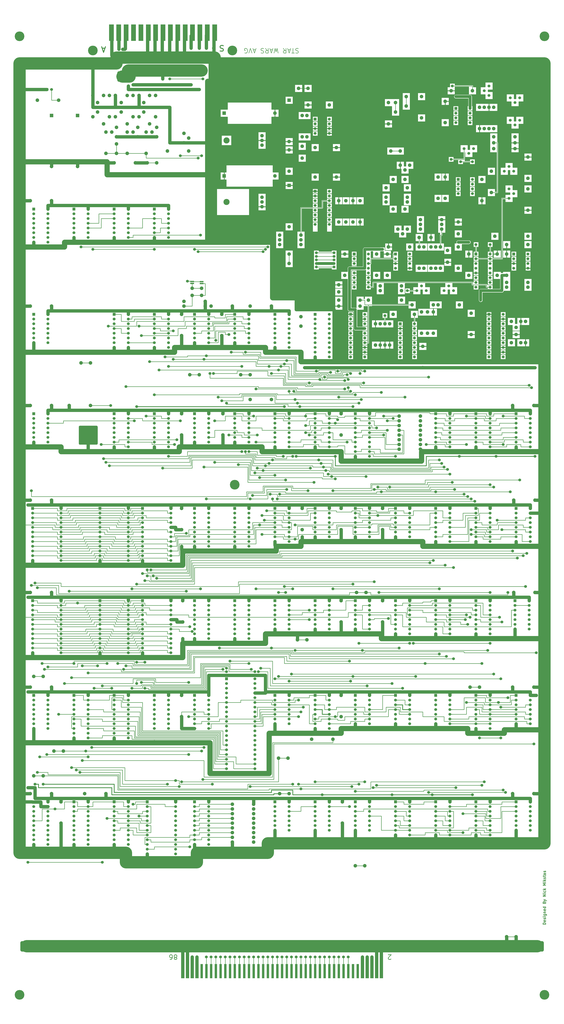
<source format=gbr>
G04 #@! TF.GenerationSoftware,KiCad,Pcbnew,(5.1.5)-3*
G04 #@! TF.CreationDate,2021-04-13T21:01:32-06:00*
G04 #@! TF.ProjectId,Star_Wars_Vector_PCB,53746172-5f57-4617-9273-5f566563746f,rev?*
G04 #@! TF.SameCoordinates,Original*
G04 #@! TF.FileFunction,Copper,L1,Top*
G04 #@! TF.FilePolarity,Positive*
%FSLAX46Y46*%
G04 Gerber Fmt 4.6, Leading zero omitted, Abs format (unit mm)*
G04 Created by KiCad (PCBNEW (5.1.5)-3) date 2021-04-13 21:01:32*
%MOMM*%
%LPD*%
G04 APERTURE LIST*
%ADD10C,0.300000*%
%ADD11C,0.508000*%
%ADD12C,0.254000*%
%ADD13C,0.299720*%
%ADD14C,5.207000*%
%ADD15C,1.524000*%
%ADD16R,1.524000X1.524000*%
%ADD17C,1.905000*%
%ADD18C,0.100000*%
%ADD19R,2.540000X8.890000*%
%ADD20R,2.032000X0.762000*%
%ADD21R,1.905000X1.905000*%
%ADD22C,3.302000*%
%ADD23C,0.250000*%
%ADD24C,6.604000*%
%ADD25C,1.778000*%
%ADD26C,0.381000*%
%ADD27C,1.524000*%
%ADD28C,2.794000*%
G04 APERTURE END LIST*
D10*
X313098571Y-529235000D02*
X311598571Y-529235000D01*
X311598571Y-528877857D01*
X311670000Y-528663571D01*
X311812857Y-528520714D01*
X311955714Y-528449285D01*
X312241428Y-528377857D01*
X312455714Y-528377857D01*
X312741428Y-528449285D01*
X312884285Y-528520714D01*
X313027142Y-528663571D01*
X313098571Y-528877857D01*
X313098571Y-529235000D01*
X313027142Y-527163571D02*
X313098571Y-527306428D01*
X313098571Y-527592142D01*
X313027142Y-527735000D01*
X312884285Y-527806428D01*
X312312857Y-527806428D01*
X312170000Y-527735000D01*
X312098571Y-527592142D01*
X312098571Y-527306428D01*
X312170000Y-527163571D01*
X312312857Y-527092142D01*
X312455714Y-527092142D01*
X312598571Y-527806428D01*
X313027142Y-526520714D02*
X313098571Y-526377857D01*
X313098571Y-526092142D01*
X313027142Y-525949285D01*
X312884285Y-525877857D01*
X312812857Y-525877857D01*
X312670000Y-525949285D01*
X312598571Y-526092142D01*
X312598571Y-526306428D01*
X312527142Y-526449285D01*
X312384285Y-526520714D01*
X312312857Y-526520714D01*
X312170000Y-526449285D01*
X312098571Y-526306428D01*
X312098571Y-526092142D01*
X312170000Y-525949285D01*
X313098571Y-525235000D02*
X312098571Y-525235000D01*
X311598571Y-525235000D02*
X311670000Y-525306428D01*
X311741428Y-525235000D01*
X311670000Y-525163571D01*
X311598571Y-525235000D01*
X311741428Y-525235000D01*
X312098571Y-523877857D02*
X313312857Y-523877857D01*
X313455714Y-523949285D01*
X313527142Y-524020714D01*
X313598571Y-524163571D01*
X313598571Y-524377857D01*
X313527142Y-524520714D01*
X313027142Y-523877857D02*
X313098571Y-524020714D01*
X313098571Y-524306428D01*
X313027142Y-524449285D01*
X312955714Y-524520714D01*
X312812857Y-524592142D01*
X312384285Y-524592142D01*
X312241428Y-524520714D01*
X312170000Y-524449285D01*
X312098571Y-524306428D01*
X312098571Y-524020714D01*
X312170000Y-523877857D01*
X312098571Y-523163571D02*
X313098571Y-523163571D01*
X312241428Y-523163571D02*
X312170000Y-523092142D01*
X312098571Y-522949285D01*
X312098571Y-522735000D01*
X312170000Y-522592142D01*
X312312857Y-522520714D01*
X313098571Y-522520714D01*
X313027142Y-521235000D02*
X313098571Y-521377857D01*
X313098571Y-521663571D01*
X313027142Y-521806428D01*
X312884285Y-521877857D01*
X312312857Y-521877857D01*
X312170000Y-521806428D01*
X312098571Y-521663571D01*
X312098571Y-521377857D01*
X312170000Y-521235000D01*
X312312857Y-521163571D01*
X312455714Y-521163571D01*
X312598571Y-521877857D01*
X313098571Y-519877857D02*
X311598571Y-519877857D01*
X313027142Y-519877857D02*
X313098571Y-520020714D01*
X313098571Y-520306428D01*
X313027142Y-520449285D01*
X312955714Y-520520714D01*
X312812857Y-520592142D01*
X312384285Y-520592142D01*
X312241428Y-520520714D01*
X312170000Y-520449285D01*
X312098571Y-520306428D01*
X312098571Y-520020714D01*
X312170000Y-519877857D01*
X312312857Y-517520714D02*
X312384285Y-517306428D01*
X312455714Y-517235000D01*
X312598571Y-517163571D01*
X312812857Y-517163571D01*
X312955714Y-517235000D01*
X313027142Y-517306428D01*
X313098571Y-517449285D01*
X313098571Y-518020714D01*
X311598571Y-518020714D01*
X311598571Y-517520714D01*
X311670000Y-517377857D01*
X311741428Y-517306428D01*
X311884285Y-517235000D01*
X312027142Y-517235000D01*
X312170000Y-517306428D01*
X312241428Y-517377857D01*
X312312857Y-517520714D01*
X312312857Y-518020714D01*
X312098571Y-516663571D02*
X313098571Y-516306428D01*
X312098571Y-515949285D02*
X313098571Y-516306428D01*
X313455714Y-516449285D01*
X313527142Y-516520714D01*
X313598571Y-516663571D01*
X313098571Y-514235000D02*
X311598571Y-514235000D01*
X313098571Y-513377857D01*
X311598571Y-513377857D01*
X313098571Y-512663571D02*
X312098571Y-512663571D01*
X311598571Y-512663571D02*
X311670000Y-512735000D01*
X311741428Y-512663571D01*
X311670000Y-512592142D01*
X311598571Y-512663571D01*
X311741428Y-512663571D01*
X313027142Y-511306428D02*
X313098571Y-511449285D01*
X313098571Y-511735000D01*
X313027142Y-511877857D01*
X312955714Y-511949285D01*
X312812857Y-512020714D01*
X312384285Y-512020714D01*
X312241428Y-511949285D01*
X312170000Y-511877857D01*
X312098571Y-511735000D01*
X312098571Y-511449285D01*
X312170000Y-511306428D01*
X313098571Y-510663571D02*
X311598571Y-510663571D01*
X312527142Y-510520714D02*
X313098571Y-510092142D01*
X312098571Y-510092142D02*
X312670000Y-510663571D01*
X313098571Y-508306428D02*
X311598571Y-508306428D01*
X312670000Y-507806428D01*
X311598571Y-507306428D01*
X313098571Y-507306428D01*
X313098571Y-506592142D02*
X312098571Y-506592142D01*
X311598571Y-506592142D02*
X311670000Y-506663571D01*
X311741428Y-506592142D01*
X311670000Y-506520714D01*
X311598571Y-506592142D01*
X311741428Y-506592142D01*
X313098571Y-505877857D02*
X311598571Y-505877857D01*
X312527142Y-505735000D02*
X313098571Y-505306428D01*
X312098571Y-505306428D02*
X312670000Y-505877857D01*
X313027142Y-504735000D02*
X313098571Y-504592142D01*
X313098571Y-504306428D01*
X313027142Y-504163571D01*
X312884285Y-504092142D01*
X312812857Y-504092142D01*
X312670000Y-504163571D01*
X312598571Y-504306428D01*
X312598571Y-504520714D01*
X312527142Y-504663571D01*
X312384285Y-504735000D01*
X312312857Y-504735000D01*
X312170000Y-504663571D01*
X312098571Y-504520714D01*
X312098571Y-504306428D01*
X312170000Y-504163571D01*
X312098571Y-503663571D02*
X312098571Y-503092142D01*
X311598571Y-503449285D02*
X312884285Y-503449285D01*
X313027142Y-503377857D01*
X313098571Y-503235000D01*
X313098571Y-503092142D01*
X313098571Y-501949285D02*
X312312857Y-501949285D01*
X312170000Y-502020714D01*
X312098571Y-502163571D01*
X312098571Y-502449285D01*
X312170000Y-502592142D01*
X313027142Y-501949285D02*
X313098571Y-502092142D01*
X313098571Y-502449285D01*
X313027142Y-502592142D01*
X312884285Y-502663571D01*
X312741428Y-502663571D01*
X312598571Y-502592142D01*
X312527142Y-502449285D01*
X312527142Y-502092142D01*
X312455714Y-501949285D01*
X313027142Y-501306428D02*
X313098571Y-501163571D01*
X313098571Y-500877857D01*
X313027142Y-500735000D01*
X312884285Y-500663571D01*
X312812857Y-500663571D01*
X312670000Y-500735000D01*
X312598571Y-500877857D01*
X312598571Y-501092142D01*
X312527142Y-501235000D01*
X312384285Y-501306428D01*
X312312857Y-501306428D01*
X312170000Y-501235000D01*
X312098571Y-501092142D01*
X312098571Y-500877857D01*
X312170000Y-500735000D01*
D11*
X139935857Y-57821285D02*
X139500428Y-57676142D01*
X138774714Y-57676142D01*
X138484428Y-57821285D01*
X138339285Y-57966428D01*
X138194142Y-58256714D01*
X138194142Y-58547000D01*
X138339285Y-58837285D01*
X138484428Y-58982428D01*
X138774714Y-59127571D01*
X139355285Y-59272714D01*
X139645571Y-59417857D01*
X139790714Y-59563000D01*
X139935857Y-59853285D01*
X139935857Y-60143571D01*
X139790714Y-60433857D01*
X139645571Y-60579000D01*
X139355285Y-60724142D01*
X138629571Y-60724142D01*
X138194142Y-60579000D01*
X76290714Y-59182000D02*
X74839285Y-59182000D01*
X76581000Y-58311142D02*
X75565000Y-61359142D01*
X74549000Y-58311142D01*
D12*
X180188809Y-59296904D02*
X179825952Y-59175952D01*
X179221190Y-59175952D01*
X178979285Y-59296904D01*
X178858333Y-59417857D01*
X178737380Y-59659761D01*
X178737380Y-59901666D01*
X178858333Y-60143571D01*
X178979285Y-60264523D01*
X179221190Y-60385476D01*
X179705000Y-60506428D01*
X179946904Y-60627380D01*
X180067857Y-60748333D01*
X180188809Y-60990238D01*
X180188809Y-61232142D01*
X180067857Y-61474047D01*
X179946904Y-61595000D01*
X179705000Y-61715952D01*
X179100238Y-61715952D01*
X178737380Y-61595000D01*
X178011666Y-61715952D02*
X176560238Y-61715952D01*
X177285952Y-59175952D02*
X177285952Y-61715952D01*
X175834523Y-59901666D02*
X174625000Y-59901666D01*
X176076428Y-59175952D02*
X175229761Y-61715952D01*
X174383095Y-59175952D01*
X172085000Y-59175952D02*
X172931666Y-60385476D01*
X173536428Y-59175952D02*
X173536428Y-61715952D01*
X172568809Y-61715952D01*
X172326904Y-61595000D01*
X172205952Y-61474047D01*
X172085000Y-61232142D01*
X172085000Y-60869285D01*
X172205952Y-60627380D01*
X172326904Y-60506428D01*
X172568809Y-60385476D01*
X173536428Y-60385476D01*
X169303095Y-61715952D02*
X168698333Y-59175952D01*
X168214523Y-60990238D01*
X167730714Y-59175952D01*
X167125952Y-61715952D01*
X166279285Y-59901666D02*
X165069761Y-59901666D01*
X166521190Y-59175952D02*
X165674523Y-61715952D01*
X164827857Y-59175952D01*
X162529761Y-59175952D02*
X163376428Y-60385476D01*
X163981190Y-59175952D02*
X163981190Y-61715952D01*
X163013571Y-61715952D01*
X162771666Y-61595000D01*
X162650714Y-61474047D01*
X162529761Y-61232142D01*
X162529761Y-60869285D01*
X162650714Y-60627380D01*
X162771666Y-60506428D01*
X163013571Y-60385476D01*
X163981190Y-60385476D01*
X161562142Y-59296904D02*
X161199285Y-59175952D01*
X160594523Y-59175952D01*
X160352619Y-59296904D01*
X160231666Y-59417857D01*
X160110714Y-59659761D01*
X160110714Y-59901666D01*
X160231666Y-60143571D01*
X160352619Y-60264523D01*
X160594523Y-60385476D01*
X161078333Y-60506428D01*
X161320238Y-60627380D01*
X161441190Y-60748333D01*
X161562142Y-60990238D01*
X161562142Y-61232142D01*
X161441190Y-61474047D01*
X161320238Y-61595000D01*
X161078333Y-61715952D01*
X160473571Y-61715952D01*
X160110714Y-61595000D01*
X157207857Y-59901666D02*
X155998333Y-59901666D01*
X157449761Y-59175952D02*
X156603095Y-61715952D01*
X155756428Y-59175952D01*
X155272619Y-61715952D02*
X154425952Y-59175952D01*
X153579285Y-61715952D01*
X151402142Y-61595000D02*
X151644047Y-61715952D01*
X152006904Y-61715952D01*
X152369761Y-61595000D01*
X152611666Y-61353095D01*
X152732619Y-61111190D01*
X152853571Y-60627380D01*
X152853571Y-60264523D01*
X152732619Y-59780714D01*
X152611666Y-59538809D01*
X152369761Y-59296904D01*
X152006904Y-59175952D01*
X151765000Y-59175952D01*
X151402142Y-59296904D01*
X151281190Y-59417857D01*
X151281190Y-60264523D01*
X151765000Y-60264523D01*
D13*
X229960714Y-547884047D02*
X229839761Y-548005000D01*
X229597857Y-548125952D01*
X228993095Y-548125952D01*
X228751190Y-548005000D01*
X228630238Y-547884047D01*
X228509285Y-547642142D01*
X228509285Y-547400238D01*
X228630238Y-547037380D01*
X230081666Y-545585952D01*
X228509285Y-545585952D01*
X114481428Y-547037380D02*
X114723333Y-547158333D01*
X114844285Y-547279285D01*
X114965238Y-547521190D01*
X114965238Y-547642142D01*
X114844285Y-547884047D01*
X114723333Y-548005000D01*
X114481428Y-548125952D01*
X113997619Y-548125952D01*
X113755714Y-548005000D01*
X113634761Y-547884047D01*
X113513809Y-547642142D01*
X113513809Y-547521190D01*
X113634761Y-547279285D01*
X113755714Y-547158333D01*
X113997619Y-547037380D01*
X114481428Y-547037380D01*
X114723333Y-546916428D01*
X114844285Y-546795476D01*
X114965238Y-546553571D01*
X114965238Y-546069761D01*
X114844285Y-545827857D01*
X114723333Y-545706904D01*
X114481428Y-545585952D01*
X113997619Y-545585952D01*
X113755714Y-545706904D01*
X113634761Y-545827857D01*
X113513809Y-546069761D01*
X113513809Y-546553571D01*
X113634761Y-546795476D01*
X113755714Y-546916428D01*
X113997619Y-547037380D01*
X111336666Y-548125952D02*
X111820476Y-548125952D01*
X112062380Y-548005000D01*
X112183333Y-547884047D01*
X112425238Y-547521190D01*
X112546190Y-547037380D01*
X112546190Y-546069761D01*
X112425238Y-545827857D01*
X112304285Y-545706904D01*
X112062380Y-545585952D01*
X111578571Y-545585952D01*
X111336666Y-545706904D01*
X111215714Y-545827857D01*
X111094761Y-546069761D01*
X111094761Y-546674523D01*
X111215714Y-546916428D01*
X111336666Y-547037380D01*
X111578571Y-547158333D01*
X112062380Y-547158333D01*
X112304285Y-547037380D01*
X112425238Y-546916428D01*
X112546190Y-546674523D01*
D14*
X30480000Y-567055000D03*
X312420000Y-567055000D03*
X146050000Y-293370000D03*
X30480000Y-52705000D03*
X69850000Y-60325000D03*
X144780000Y-60325000D03*
X312420000Y-52705000D03*
D15*
X34925000Y-304165000D03*
X34925000Y-353695000D03*
X144145000Y-448310000D03*
X102870000Y-431165000D03*
X307975000Y-406400000D03*
X34925000Y-404495000D03*
X40005000Y-493395000D03*
X37465000Y-493395000D03*
X125730000Y-546735000D03*
X123190000Y-546735000D03*
X219710000Y-487680000D03*
X214630000Y-487680000D03*
X217170000Y-487680000D03*
X214630000Y-546735000D03*
X217170000Y-546735000D03*
X146050000Y-546735000D03*
X148590000Y-546735000D03*
X151130000Y-546735000D03*
X153670000Y-546735000D03*
X156210000Y-546735000D03*
X158750000Y-546735000D03*
X161290000Y-546735000D03*
X163830000Y-546735000D03*
X166370000Y-546735000D03*
X168910000Y-546735000D03*
X171450000Y-546735000D03*
X173990000Y-546735000D03*
X176530000Y-546735000D03*
X179070000Y-546735000D03*
X181610000Y-546735000D03*
X184150000Y-546735000D03*
X143510000Y-546735000D03*
X140970000Y-546735000D03*
X138430000Y-546735000D03*
X135890000Y-546735000D03*
X133350000Y-546735000D03*
X130810000Y-546735000D03*
X186690000Y-546735000D03*
X189230000Y-546735000D03*
X191770000Y-546735000D03*
X194310000Y-546735000D03*
X196850000Y-546735000D03*
X199390000Y-546735000D03*
X201930000Y-546735000D03*
X204470000Y-546735000D03*
X207010000Y-546735000D03*
X34925000Y-455930000D03*
X129540000Y-73025000D03*
X129540000Y-69215000D03*
X83820000Y-59690000D03*
X83820000Y-76200000D03*
X83820000Y-72390000D03*
X219710000Y-546735000D03*
X120650000Y-546735000D03*
X118110000Y-546735000D03*
X31750000Y-542925000D03*
X31750000Y-539115000D03*
X222250000Y-546735000D03*
X224790000Y-546735000D03*
X297180000Y-471170000D03*
X297180000Y-468630000D03*
D16*
X297180000Y-463550000D03*
D15*
X297180000Y-466090000D03*
X297180000Y-473710000D03*
X297180000Y-476250000D03*
X297180000Y-478790000D03*
X304800000Y-478790000D03*
X304800000Y-476250000D03*
X304800000Y-473710000D03*
X304800000Y-471170000D03*
X304800000Y-468630000D03*
X304800000Y-466090000D03*
X304800000Y-463550000D03*
X275590000Y-471170000D03*
X275590000Y-468630000D03*
X275590000Y-466090000D03*
D16*
X275590000Y-463550000D03*
D15*
X275590000Y-473710000D03*
X275590000Y-476250000D03*
X275590000Y-478790000D03*
X275590000Y-481330000D03*
X283210000Y-481330000D03*
X283210000Y-478790000D03*
X283210000Y-476250000D03*
X283210000Y-473710000D03*
X283210000Y-471170000D03*
X283210000Y-468630000D03*
X283210000Y-466090000D03*
X283210000Y-463550000D03*
X254000000Y-471170000D03*
X254000000Y-468630000D03*
X254000000Y-466090000D03*
D16*
X254000000Y-463550000D03*
D15*
X254000000Y-473710000D03*
X254000000Y-476250000D03*
X254000000Y-478790000D03*
X254000000Y-481330000D03*
X261620000Y-481330000D03*
X261620000Y-478790000D03*
X261620000Y-476250000D03*
X261620000Y-473710000D03*
X261620000Y-471170000D03*
X261620000Y-468630000D03*
X261620000Y-466090000D03*
X261620000Y-463550000D03*
X232410000Y-471170000D03*
X232410000Y-468630000D03*
X232410000Y-466090000D03*
D16*
X232410000Y-463550000D03*
D15*
X232410000Y-473710000D03*
X232410000Y-476250000D03*
X232410000Y-478790000D03*
X232410000Y-481330000D03*
X240030000Y-481330000D03*
X240030000Y-478790000D03*
X240030000Y-476250000D03*
X240030000Y-473710000D03*
X240030000Y-471170000D03*
X240030000Y-468630000D03*
X240030000Y-466090000D03*
X240030000Y-463550000D03*
X210820000Y-471170000D03*
X210820000Y-468630000D03*
D16*
X210820000Y-463550000D03*
D15*
X210820000Y-466090000D03*
X210820000Y-473710000D03*
X210820000Y-476250000D03*
X210820000Y-478790000D03*
X218440000Y-478790000D03*
X218440000Y-476250000D03*
X218440000Y-473710000D03*
X218440000Y-471170000D03*
X218440000Y-468630000D03*
X218440000Y-466090000D03*
X218440000Y-463550000D03*
X189230000Y-471170000D03*
X189230000Y-468630000D03*
D16*
X189230000Y-463550000D03*
D15*
X189230000Y-466090000D03*
X189230000Y-473710000D03*
X189230000Y-476250000D03*
X189230000Y-478790000D03*
X196850000Y-478790000D03*
X196850000Y-476250000D03*
X196850000Y-473710000D03*
X196850000Y-471170000D03*
X196850000Y-468630000D03*
X196850000Y-466090000D03*
X196850000Y-463550000D03*
D16*
X124460000Y-463550000D03*
D15*
X124460000Y-466090000D03*
X124460000Y-468630000D03*
X124460000Y-471170000D03*
X124460000Y-473710000D03*
X124460000Y-476250000D03*
X124460000Y-478790000D03*
X124460000Y-481330000D03*
X124460000Y-483870000D03*
X124460000Y-486410000D03*
X132080000Y-486410000D03*
X132080000Y-483870000D03*
X132080000Y-481330000D03*
X132080000Y-478790000D03*
X132080000Y-476250000D03*
X132080000Y-473710000D03*
X132080000Y-471170000D03*
X132080000Y-468630000D03*
X132080000Y-466090000D03*
X132080000Y-463550000D03*
D16*
X99060000Y-463550000D03*
D15*
X99060000Y-466090000D03*
X99060000Y-468630000D03*
X99060000Y-471170000D03*
X99060000Y-473710000D03*
X99060000Y-476250000D03*
X99060000Y-478790000D03*
X99060000Y-481330000D03*
X99060000Y-483870000D03*
X99060000Y-486410000D03*
X99060000Y-488950000D03*
X99060000Y-491490000D03*
X114300000Y-491490000D03*
X114300000Y-488950000D03*
X114300000Y-486410000D03*
X114300000Y-483870000D03*
X114300000Y-481330000D03*
X114300000Y-478790000D03*
X114300000Y-476250000D03*
X114300000Y-473710000D03*
X114300000Y-471170000D03*
X114300000Y-468630000D03*
X114300000Y-466090000D03*
X114300000Y-463550000D03*
D16*
X81280000Y-463550000D03*
D15*
X81280000Y-466090000D03*
X81280000Y-468630000D03*
X81280000Y-471170000D03*
X81280000Y-473710000D03*
X81280000Y-476250000D03*
X81280000Y-478790000D03*
X81280000Y-481330000D03*
X81280000Y-483870000D03*
X81280000Y-486410000D03*
X88900000Y-486410000D03*
X88900000Y-483870000D03*
X88900000Y-481330000D03*
X88900000Y-478790000D03*
X88900000Y-476250000D03*
X88900000Y-473710000D03*
X88900000Y-471170000D03*
X88900000Y-468630000D03*
X88900000Y-466090000D03*
X88900000Y-463550000D03*
D16*
X59690000Y-463550000D03*
D15*
X59690000Y-466090000D03*
X59690000Y-468630000D03*
X59690000Y-471170000D03*
X59690000Y-473710000D03*
X59690000Y-476250000D03*
X59690000Y-478790000D03*
X59690000Y-481330000D03*
X59690000Y-483870000D03*
X59690000Y-486410000D03*
X67310000Y-486410000D03*
X67310000Y-483870000D03*
X67310000Y-481330000D03*
X67310000Y-478790000D03*
X67310000Y-476250000D03*
X67310000Y-473710000D03*
X67310000Y-471170000D03*
X67310000Y-468630000D03*
X67310000Y-466090000D03*
X67310000Y-463550000D03*
D16*
X38100000Y-463550000D03*
D15*
X38100000Y-466090000D03*
X38100000Y-468630000D03*
X38100000Y-471170000D03*
X38100000Y-473710000D03*
X38100000Y-476250000D03*
X38100000Y-478790000D03*
X38100000Y-481330000D03*
X38100000Y-483870000D03*
X38100000Y-486410000D03*
X45720000Y-486410000D03*
X45720000Y-483870000D03*
X45720000Y-481330000D03*
X45720000Y-478790000D03*
X45720000Y-476250000D03*
X45720000Y-473710000D03*
X45720000Y-471170000D03*
X45720000Y-468630000D03*
X45720000Y-466090000D03*
X45720000Y-463550000D03*
X297180000Y-414020000D03*
X297180000Y-411480000D03*
D16*
X297180000Y-406400000D03*
D15*
X297180000Y-408940000D03*
X297180000Y-416560000D03*
X297180000Y-419100000D03*
X297180000Y-421640000D03*
X304800000Y-421640000D03*
X304800000Y-419100000D03*
X304800000Y-416560000D03*
X304800000Y-414020000D03*
X304800000Y-411480000D03*
X304800000Y-408940000D03*
X304800000Y-406400000D03*
X275590000Y-414020000D03*
X275590000Y-411480000D03*
X275590000Y-408940000D03*
D16*
X275590000Y-406400000D03*
D15*
X275590000Y-416560000D03*
X275590000Y-419100000D03*
X275590000Y-421640000D03*
X275590000Y-424180000D03*
X283210000Y-424180000D03*
X283210000Y-421640000D03*
X283210000Y-419100000D03*
X283210000Y-416560000D03*
X283210000Y-414020000D03*
X283210000Y-411480000D03*
X283210000Y-408940000D03*
X283210000Y-406400000D03*
X254000000Y-414020000D03*
X254000000Y-411480000D03*
D16*
X254000000Y-406400000D03*
D15*
X254000000Y-408940000D03*
X254000000Y-416560000D03*
X254000000Y-419100000D03*
X254000000Y-421640000D03*
X261620000Y-421640000D03*
X261620000Y-419100000D03*
X261620000Y-416560000D03*
X261620000Y-414020000D03*
X261620000Y-411480000D03*
X261620000Y-408940000D03*
X261620000Y-406400000D03*
X232410000Y-414020000D03*
X232410000Y-411480000D03*
D16*
X232410000Y-406400000D03*
D15*
X232410000Y-408940000D03*
X232410000Y-416560000D03*
X232410000Y-419100000D03*
X232410000Y-421640000D03*
X240030000Y-421640000D03*
X240030000Y-419100000D03*
X240030000Y-416560000D03*
X240030000Y-414020000D03*
X240030000Y-411480000D03*
X240030000Y-408940000D03*
X240030000Y-406400000D03*
X210820000Y-414020000D03*
X210820000Y-411480000D03*
D16*
X210820000Y-406400000D03*
D15*
X210820000Y-408940000D03*
X210820000Y-416560000D03*
X210820000Y-419100000D03*
X210820000Y-421640000D03*
X218440000Y-421640000D03*
X218440000Y-419100000D03*
X218440000Y-416560000D03*
X218440000Y-414020000D03*
X218440000Y-411480000D03*
X218440000Y-408940000D03*
X218440000Y-406400000D03*
X189230000Y-414020000D03*
X189230000Y-411480000D03*
X189230000Y-408940000D03*
D16*
X189230000Y-406400000D03*
D15*
X189230000Y-416560000D03*
X189230000Y-419100000D03*
X189230000Y-421640000D03*
X189230000Y-424180000D03*
X196850000Y-424180000D03*
X196850000Y-421640000D03*
X196850000Y-419100000D03*
X196850000Y-416560000D03*
X196850000Y-414020000D03*
X196850000Y-411480000D03*
X196850000Y-408940000D03*
X196850000Y-406400000D03*
X167640000Y-414020000D03*
X167640000Y-411480000D03*
D16*
X167640000Y-406400000D03*
D15*
X167640000Y-408940000D03*
X167640000Y-416560000D03*
X167640000Y-419100000D03*
X167640000Y-421640000D03*
X175260000Y-421640000D03*
X175260000Y-419100000D03*
X175260000Y-416560000D03*
X175260000Y-414020000D03*
X175260000Y-411480000D03*
X175260000Y-408940000D03*
X175260000Y-406400000D03*
X156845000Y-427990000D03*
X156845000Y-430530000D03*
X156845000Y-433070000D03*
X156845000Y-435610000D03*
X156845000Y-438150000D03*
X156845000Y-440690000D03*
X156845000Y-443230000D03*
X156845000Y-445770000D03*
X141605000Y-445770000D03*
X141605000Y-443230000D03*
X141605000Y-440690000D03*
X141605000Y-438150000D03*
X141605000Y-435610000D03*
X141605000Y-433070000D03*
X141605000Y-430530000D03*
X141605000Y-427990000D03*
D16*
X141605000Y-397510000D03*
D15*
X141605000Y-400050000D03*
X141605000Y-402590000D03*
X141605000Y-405130000D03*
X141605000Y-407670000D03*
X141605000Y-410210000D03*
X141605000Y-412750000D03*
X141605000Y-415290000D03*
X141605000Y-417830000D03*
X141605000Y-420370000D03*
X141605000Y-422910000D03*
X141605000Y-425450000D03*
X156845000Y-425450000D03*
X156845000Y-422910000D03*
X156845000Y-420370000D03*
X156845000Y-417830000D03*
X156845000Y-415290000D03*
X156845000Y-412750000D03*
X156845000Y-410210000D03*
X156845000Y-407670000D03*
X156845000Y-405130000D03*
X156845000Y-402590000D03*
X156845000Y-400050000D03*
X156845000Y-397510000D03*
X124460000Y-414020000D03*
X124460000Y-411480000D03*
X124460000Y-408940000D03*
D16*
X124460000Y-406400000D03*
D15*
X124460000Y-416560000D03*
X124460000Y-419100000D03*
X124460000Y-421640000D03*
X124460000Y-424180000D03*
X132080000Y-424180000D03*
X132080000Y-421640000D03*
X132080000Y-419100000D03*
X132080000Y-416560000D03*
X132080000Y-414020000D03*
X132080000Y-411480000D03*
X132080000Y-408940000D03*
X132080000Y-406400000D03*
X102870000Y-414020000D03*
X102870000Y-411480000D03*
X102870000Y-408940000D03*
D16*
X102870000Y-406400000D03*
D15*
X102870000Y-416560000D03*
X102870000Y-419100000D03*
X102870000Y-421640000D03*
X102870000Y-424180000D03*
X110490000Y-424180000D03*
X110490000Y-421640000D03*
X110490000Y-419100000D03*
X110490000Y-416560000D03*
X110490000Y-414020000D03*
X110490000Y-411480000D03*
X110490000Y-408940000D03*
X110490000Y-406400000D03*
D16*
X81280000Y-406400000D03*
D15*
X81280000Y-408940000D03*
X81280000Y-411480000D03*
X81280000Y-414020000D03*
X81280000Y-416560000D03*
X81280000Y-419100000D03*
X81280000Y-421640000D03*
X81280000Y-424180000D03*
X81280000Y-426720000D03*
X81280000Y-429260000D03*
X88900000Y-429260000D03*
X88900000Y-426720000D03*
X88900000Y-424180000D03*
X88900000Y-421640000D03*
X88900000Y-419100000D03*
X88900000Y-416560000D03*
X88900000Y-414020000D03*
X88900000Y-411480000D03*
X88900000Y-408940000D03*
X88900000Y-406400000D03*
D16*
X59690000Y-406400000D03*
D15*
X59690000Y-408940000D03*
X59690000Y-411480000D03*
X59690000Y-414020000D03*
X59690000Y-416560000D03*
X59690000Y-419100000D03*
X59690000Y-421640000D03*
X59690000Y-424180000D03*
X59690000Y-426720000D03*
X59690000Y-429260000D03*
X67310000Y-429260000D03*
X67310000Y-426720000D03*
X67310000Y-424180000D03*
X67310000Y-421640000D03*
X67310000Y-419100000D03*
X67310000Y-416560000D03*
X67310000Y-414020000D03*
X67310000Y-411480000D03*
X67310000Y-408940000D03*
X67310000Y-406400000D03*
X38100000Y-414020000D03*
X38100000Y-411480000D03*
X38100000Y-408940000D03*
D16*
X38100000Y-406400000D03*
D15*
X38100000Y-416560000D03*
X38100000Y-419100000D03*
X38100000Y-421640000D03*
X38100000Y-424180000D03*
X45720000Y-424180000D03*
X45720000Y-421640000D03*
X45720000Y-419100000D03*
X45720000Y-416560000D03*
X45720000Y-414020000D03*
X45720000Y-411480000D03*
X45720000Y-408940000D03*
X45720000Y-406400000D03*
X296545000Y-363220000D03*
X296545000Y-360680000D03*
D16*
X296545000Y-355600000D03*
D15*
X296545000Y-358140000D03*
X296545000Y-365760000D03*
X296545000Y-368300000D03*
X296545000Y-370840000D03*
X304165000Y-370840000D03*
X304165000Y-368300000D03*
X304165000Y-365760000D03*
X304165000Y-363220000D03*
X304165000Y-360680000D03*
X304165000Y-358140000D03*
X304165000Y-355600000D03*
X275590000Y-363220000D03*
X275590000Y-360680000D03*
X275590000Y-358140000D03*
D16*
X275590000Y-355600000D03*
D15*
X275590000Y-365760000D03*
X275590000Y-368300000D03*
X275590000Y-370840000D03*
X275590000Y-373380000D03*
X283210000Y-373380000D03*
X283210000Y-370840000D03*
X283210000Y-368300000D03*
X283210000Y-365760000D03*
X283210000Y-363220000D03*
X283210000Y-360680000D03*
X283210000Y-358140000D03*
X283210000Y-355600000D03*
X254000000Y-363220000D03*
X254000000Y-360680000D03*
X254000000Y-358140000D03*
D16*
X254000000Y-355600000D03*
D15*
X254000000Y-365760000D03*
X254000000Y-368300000D03*
X254000000Y-370840000D03*
X254000000Y-373380000D03*
X261620000Y-373380000D03*
X261620000Y-370840000D03*
X261620000Y-368300000D03*
X261620000Y-365760000D03*
X261620000Y-363220000D03*
X261620000Y-360680000D03*
X261620000Y-358140000D03*
X261620000Y-355600000D03*
X232410000Y-363220000D03*
X232410000Y-360680000D03*
X232410000Y-358140000D03*
D16*
X232410000Y-355600000D03*
D15*
X232410000Y-365760000D03*
X232410000Y-368300000D03*
X232410000Y-370840000D03*
X232410000Y-373380000D03*
X240030000Y-373380000D03*
X240030000Y-370840000D03*
X240030000Y-368300000D03*
X240030000Y-365760000D03*
X240030000Y-363220000D03*
X240030000Y-360680000D03*
X240030000Y-358140000D03*
X240030000Y-355600000D03*
X210820000Y-363220000D03*
X210820000Y-360680000D03*
D16*
X210820000Y-355600000D03*
D15*
X210820000Y-358140000D03*
X210820000Y-365760000D03*
X210820000Y-368300000D03*
X210820000Y-370840000D03*
X218440000Y-370840000D03*
X218440000Y-368300000D03*
X218440000Y-365760000D03*
X218440000Y-363220000D03*
X218440000Y-360680000D03*
X218440000Y-358140000D03*
X218440000Y-355600000D03*
X189230000Y-363220000D03*
X189230000Y-360680000D03*
D16*
X189230000Y-355600000D03*
D15*
X189230000Y-358140000D03*
X189230000Y-365760000D03*
X189230000Y-368300000D03*
X189230000Y-370840000D03*
X196850000Y-370840000D03*
X196850000Y-368300000D03*
X196850000Y-365760000D03*
X196850000Y-363220000D03*
X196850000Y-360680000D03*
X196850000Y-358140000D03*
X196850000Y-355600000D03*
X167640000Y-363220000D03*
X167640000Y-360680000D03*
D16*
X167640000Y-355600000D03*
D15*
X167640000Y-358140000D03*
X167640000Y-365760000D03*
X167640000Y-368300000D03*
X167640000Y-370840000D03*
X175260000Y-370840000D03*
X175260000Y-368300000D03*
X175260000Y-365760000D03*
X175260000Y-363220000D03*
X175260000Y-360680000D03*
X175260000Y-358140000D03*
X175260000Y-355600000D03*
X146050000Y-365760000D03*
X146050000Y-363220000D03*
X146050000Y-360680000D03*
X146050000Y-358140000D03*
D16*
X146050000Y-355600000D03*
D15*
X146050000Y-368300000D03*
X146050000Y-370840000D03*
X146050000Y-373380000D03*
X146050000Y-375920000D03*
X153670000Y-375920000D03*
X153670000Y-373380000D03*
X153670000Y-370840000D03*
X153670000Y-368300000D03*
X153670000Y-365760000D03*
X153670000Y-363220000D03*
X153670000Y-360680000D03*
X153670000Y-358140000D03*
X153670000Y-355600000D03*
X124460000Y-365760000D03*
X124460000Y-363220000D03*
X124460000Y-360680000D03*
X124460000Y-358140000D03*
D16*
X124460000Y-355600000D03*
D15*
X124460000Y-368300000D03*
X124460000Y-370840000D03*
X124460000Y-373380000D03*
X124460000Y-375920000D03*
X132080000Y-375920000D03*
X132080000Y-373380000D03*
X132080000Y-370840000D03*
X132080000Y-368300000D03*
X132080000Y-365760000D03*
X132080000Y-363220000D03*
X132080000Y-360680000D03*
X132080000Y-358140000D03*
X132080000Y-355600000D03*
D16*
X96520000Y-355600000D03*
D15*
X96520000Y-358140000D03*
X96520000Y-360680000D03*
X96520000Y-363220000D03*
X96520000Y-365760000D03*
X96520000Y-368300000D03*
X96520000Y-370840000D03*
X96520000Y-373380000D03*
X96520000Y-375920000D03*
X96520000Y-378460000D03*
X96520000Y-381000000D03*
X96520000Y-383540000D03*
X111760000Y-383540000D03*
X111760000Y-381000000D03*
X111760000Y-378460000D03*
X111760000Y-375920000D03*
X111760000Y-373380000D03*
X111760000Y-370840000D03*
X111760000Y-368300000D03*
X111760000Y-365760000D03*
X111760000Y-363220000D03*
X111760000Y-360680000D03*
X111760000Y-358140000D03*
X111760000Y-355600000D03*
D16*
X73660000Y-355600000D03*
D15*
X73660000Y-358140000D03*
X73660000Y-360680000D03*
X73660000Y-363220000D03*
X73660000Y-365760000D03*
X73660000Y-368300000D03*
X73660000Y-370840000D03*
X73660000Y-373380000D03*
X73660000Y-375920000D03*
X73660000Y-378460000D03*
X73660000Y-381000000D03*
X73660000Y-383540000D03*
X88900000Y-383540000D03*
X88900000Y-381000000D03*
X88900000Y-378460000D03*
X88900000Y-375920000D03*
X88900000Y-373380000D03*
X88900000Y-370840000D03*
X88900000Y-368300000D03*
X88900000Y-365760000D03*
X88900000Y-363220000D03*
X88900000Y-360680000D03*
X88900000Y-358140000D03*
X88900000Y-355600000D03*
D16*
X37465000Y-355600000D03*
D15*
X37465000Y-358140000D03*
X37465000Y-360680000D03*
X37465000Y-363220000D03*
X37465000Y-365760000D03*
X37465000Y-368300000D03*
X37465000Y-370840000D03*
X37465000Y-373380000D03*
X37465000Y-375920000D03*
X37465000Y-378460000D03*
X37465000Y-381000000D03*
X37465000Y-383540000D03*
X52705000Y-383540000D03*
X52705000Y-381000000D03*
X52705000Y-378460000D03*
X52705000Y-375920000D03*
X52705000Y-373380000D03*
X52705000Y-370840000D03*
X52705000Y-368300000D03*
X52705000Y-365760000D03*
X52705000Y-363220000D03*
X52705000Y-360680000D03*
X52705000Y-358140000D03*
X52705000Y-355600000D03*
X297180000Y-313690000D03*
X297180000Y-311150000D03*
X297180000Y-308610000D03*
D16*
X297180000Y-306070000D03*
D15*
X297180000Y-316230000D03*
X297180000Y-318770000D03*
X297180000Y-321310000D03*
X297180000Y-323850000D03*
X304800000Y-323850000D03*
X304800000Y-321310000D03*
X304800000Y-318770000D03*
X304800000Y-316230000D03*
X304800000Y-313690000D03*
X304800000Y-311150000D03*
X304800000Y-308610000D03*
X304800000Y-306070000D03*
X275590000Y-313690000D03*
X275590000Y-311150000D03*
X275590000Y-308610000D03*
D16*
X275590000Y-306070000D03*
D15*
X275590000Y-316230000D03*
X275590000Y-318770000D03*
X275590000Y-321310000D03*
X275590000Y-323850000D03*
X283210000Y-323850000D03*
X283210000Y-321310000D03*
X283210000Y-318770000D03*
X283210000Y-316230000D03*
X283210000Y-313690000D03*
X283210000Y-311150000D03*
X283210000Y-308610000D03*
X283210000Y-306070000D03*
X254000000Y-313690000D03*
X254000000Y-311150000D03*
X254000000Y-308610000D03*
D16*
X254000000Y-306070000D03*
D15*
X254000000Y-316230000D03*
X254000000Y-318770000D03*
X254000000Y-321310000D03*
X254000000Y-323850000D03*
X261620000Y-323850000D03*
X261620000Y-321310000D03*
X261620000Y-318770000D03*
X261620000Y-316230000D03*
X261620000Y-313690000D03*
X261620000Y-311150000D03*
X261620000Y-308610000D03*
X261620000Y-306070000D03*
X232410000Y-313690000D03*
X232410000Y-311150000D03*
D16*
X232410000Y-306070000D03*
D15*
X232410000Y-308610000D03*
X232410000Y-316230000D03*
X232410000Y-318770000D03*
X232410000Y-321310000D03*
X240030000Y-321310000D03*
X240030000Y-318770000D03*
X240030000Y-316230000D03*
X240030000Y-313690000D03*
X240030000Y-311150000D03*
X240030000Y-308610000D03*
X240030000Y-306070000D03*
X210820000Y-313690000D03*
X210820000Y-311150000D03*
D16*
X210820000Y-306070000D03*
D15*
X210820000Y-308610000D03*
X210820000Y-316230000D03*
X210820000Y-318770000D03*
X210820000Y-321310000D03*
X218440000Y-321310000D03*
X218440000Y-318770000D03*
X218440000Y-316230000D03*
X218440000Y-313690000D03*
X218440000Y-311150000D03*
X218440000Y-308610000D03*
X218440000Y-306070000D03*
X189230000Y-313690000D03*
X189230000Y-311150000D03*
D16*
X189230000Y-306070000D03*
D15*
X189230000Y-308610000D03*
X189230000Y-316230000D03*
X189230000Y-318770000D03*
X189230000Y-321310000D03*
X196850000Y-321310000D03*
X196850000Y-318770000D03*
X196850000Y-316230000D03*
X196850000Y-313690000D03*
X196850000Y-311150000D03*
X196850000Y-308610000D03*
X196850000Y-306070000D03*
X167640000Y-313690000D03*
X167640000Y-311150000D03*
X167640000Y-308610000D03*
D16*
X167640000Y-306070000D03*
D15*
X167640000Y-316230000D03*
X167640000Y-318770000D03*
X167640000Y-321310000D03*
X167640000Y-323850000D03*
X175260000Y-323850000D03*
X175260000Y-321310000D03*
X175260000Y-318770000D03*
X175260000Y-316230000D03*
X175260000Y-313690000D03*
X175260000Y-311150000D03*
X175260000Y-308610000D03*
X175260000Y-306070000D03*
X146050000Y-316230000D03*
X146050000Y-313690000D03*
X146050000Y-311150000D03*
X146050000Y-308610000D03*
D16*
X146050000Y-306070000D03*
D15*
X146050000Y-318770000D03*
X146050000Y-321310000D03*
X146050000Y-323850000D03*
X146050000Y-326390000D03*
X153670000Y-326390000D03*
X153670000Y-323850000D03*
X153670000Y-321310000D03*
X153670000Y-318770000D03*
X153670000Y-316230000D03*
X153670000Y-313690000D03*
X153670000Y-311150000D03*
X153670000Y-308610000D03*
X153670000Y-306070000D03*
X124460000Y-316230000D03*
X124460000Y-313690000D03*
X124460000Y-311150000D03*
X124460000Y-308610000D03*
D16*
X124460000Y-306070000D03*
D15*
X124460000Y-318770000D03*
X124460000Y-321310000D03*
X124460000Y-323850000D03*
X124460000Y-326390000D03*
X132080000Y-326390000D03*
X132080000Y-323850000D03*
X132080000Y-321310000D03*
X132080000Y-318770000D03*
X132080000Y-316230000D03*
X132080000Y-313690000D03*
X132080000Y-311150000D03*
X132080000Y-308610000D03*
X132080000Y-306070000D03*
D16*
X96520000Y-306070000D03*
D15*
X96520000Y-308610000D03*
X96520000Y-311150000D03*
X96520000Y-313690000D03*
X96520000Y-316230000D03*
X96520000Y-318770000D03*
X96520000Y-321310000D03*
X96520000Y-323850000D03*
X96520000Y-326390000D03*
X96520000Y-328930000D03*
X96520000Y-331470000D03*
X96520000Y-334010000D03*
X111760000Y-334010000D03*
X111760000Y-331470000D03*
X111760000Y-328930000D03*
X111760000Y-326390000D03*
X111760000Y-323850000D03*
X111760000Y-321310000D03*
X111760000Y-318770000D03*
X111760000Y-316230000D03*
X111760000Y-313690000D03*
X111760000Y-311150000D03*
X111760000Y-308610000D03*
X111760000Y-306070000D03*
D16*
X73660000Y-306070000D03*
D15*
X73660000Y-308610000D03*
X73660000Y-311150000D03*
X73660000Y-313690000D03*
X73660000Y-316230000D03*
X73660000Y-318770000D03*
X73660000Y-321310000D03*
X73660000Y-323850000D03*
X73660000Y-326390000D03*
X73660000Y-328930000D03*
X73660000Y-331470000D03*
X73660000Y-334010000D03*
X88900000Y-334010000D03*
X88900000Y-331470000D03*
X88900000Y-328930000D03*
X88900000Y-326390000D03*
X88900000Y-323850000D03*
X88900000Y-321310000D03*
X88900000Y-318770000D03*
X88900000Y-316230000D03*
X88900000Y-313690000D03*
X88900000Y-311150000D03*
X88900000Y-308610000D03*
X88900000Y-306070000D03*
D16*
X37465000Y-306070000D03*
D15*
X37465000Y-308610000D03*
X37465000Y-311150000D03*
X37465000Y-313690000D03*
X37465000Y-316230000D03*
X37465000Y-318770000D03*
X37465000Y-321310000D03*
X37465000Y-323850000D03*
X37465000Y-326390000D03*
X37465000Y-328930000D03*
X37465000Y-331470000D03*
X37465000Y-334010000D03*
X52705000Y-334010000D03*
X52705000Y-331470000D03*
X52705000Y-328930000D03*
X52705000Y-326390000D03*
X52705000Y-323850000D03*
X52705000Y-321310000D03*
X52705000Y-318770000D03*
X52705000Y-316230000D03*
X52705000Y-313690000D03*
X52705000Y-311150000D03*
X52705000Y-308610000D03*
X52705000Y-306070000D03*
X297180000Y-262890000D03*
X297180000Y-260350000D03*
X297180000Y-257810000D03*
D16*
X297180000Y-255270000D03*
D15*
X297180000Y-265430000D03*
X297180000Y-267970000D03*
X297180000Y-270510000D03*
X297180000Y-273050000D03*
X304800000Y-273050000D03*
X304800000Y-270510000D03*
X304800000Y-267970000D03*
X304800000Y-265430000D03*
X304800000Y-262890000D03*
X304800000Y-260350000D03*
X304800000Y-257810000D03*
X304800000Y-255270000D03*
X275590000Y-262890000D03*
X275590000Y-260350000D03*
X275590000Y-257810000D03*
D16*
X275590000Y-255270000D03*
D15*
X275590000Y-265430000D03*
X275590000Y-267970000D03*
X275590000Y-270510000D03*
X275590000Y-273050000D03*
X283210000Y-273050000D03*
X283210000Y-270510000D03*
X283210000Y-267970000D03*
X283210000Y-265430000D03*
X283210000Y-262890000D03*
X283210000Y-260350000D03*
X283210000Y-257810000D03*
X283210000Y-255270000D03*
X254000000Y-262890000D03*
X254000000Y-260350000D03*
X254000000Y-257810000D03*
D16*
X254000000Y-255270000D03*
D15*
X254000000Y-265430000D03*
X254000000Y-267970000D03*
X254000000Y-270510000D03*
X254000000Y-273050000D03*
X261620000Y-273050000D03*
X261620000Y-270510000D03*
X261620000Y-267970000D03*
X261620000Y-265430000D03*
X261620000Y-262890000D03*
X261620000Y-260350000D03*
X261620000Y-257810000D03*
X261620000Y-255270000D03*
D16*
X210820000Y-255270000D03*
D15*
X210820000Y-257810000D03*
X210820000Y-260350000D03*
X210820000Y-262890000D03*
X210820000Y-265430000D03*
X210820000Y-267970000D03*
X210820000Y-270510000D03*
X210820000Y-273050000D03*
X210820000Y-275590000D03*
X210820000Y-278130000D03*
X218440000Y-278130000D03*
X218440000Y-275590000D03*
X218440000Y-273050000D03*
X218440000Y-270510000D03*
X218440000Y-267970000D03*
X218440000Y-265430000D03*
X218440000Y-262890000D03*
X218440000Y-260350000D03*
X218440000Y-257810000D03*
X218440000Y-255270000D03*
X189230000Y-262890000D03*
X189230000Y-260350000D03*
X189230000Y-257810000D03*
D16*
X189230000Y-255270000D03*
D15*
X189230000Y-265430000D03*
X189230000Y-267970000D03*
X189230000Y-270510000D03*
X189230000Y-273050000D03*
X196850000Y-273050000D03*
X196850000Y-270510000D03*
X196850000Y-267970000D03*
X196850000Y-265430000D03*
X196850000Y-262890000D03*
X196850000Y-260350000D03*
X196850000Y-257810000D03*
X196850000Y-255270000D03*
X167640000Y-262890000D03*
X167640000Y-260350000D03*
X167640000Y-257810000D03*
D16*
X167640000Y-255270000D03*
D15*
X167640000Y-265430000D03*
X167640000Y-267970000D03*
X167640000Y-270510000D03*
X167640000Y-273050000D03*
X175260000Y-273050000D03*
X175260000Y-270510000D03*
X175260000Y-267970000D03*
X175260000Y-265430000D03*
X175260000Y-262890000D03*
X175260000Y-260350000D03*
X175260000Y-257810000D03*
X175260000Y-255270000D03*
X146050000Y-262890000D03*
X146050000Y-260350000D03*
D16*
X146050000Y-255270000D03*
D15*
X146050000Y-257810000D03*
X146050000Y-265430000D03*
X146050000Y-267970000D03*
X146050000Y-270510000D03*
X153670000Y-270510000D03*
X153670000Y-267970000D03*
X153670000Y-265430000D03*
X153670000Y-262890000D03*
X153670000Y-260350000D03*
X153670000Y-257810000D03*
X153670000Y-255270000D03*
X124460000Y-262890000D03*
X124460000Y-260350000D03*
D16*
X124460000Y-255270000D03*
D15*
X124460000Y-257810000D03*
X124460000Y-265430000D03*
X124460000Y-267970000D03*
X124460000Y-270510000D03*
X132080000Y-270510000D03*
X132080000Y-267970000D03*
X132080000Y-265430000D03*
X132080000Y-262890000D03*
X132080000Y-260350000D03*
X132080000Y-257810000D03*
X132080000Y-255270000D03*
X102870000Y-262890000D03*
X102870000Y-260350000D03*
X102870000Y-257810000D03*
D16*
X102870000Y-255270000D03*
D15*
X102870000Y-265430000D03*
X102870000Y-267970000D03*
X102870000Y-270510000D03*
X102870000Y-273050000D03*
X110490000Y-273050000D03*
X110490000Y-270510000D03*
X110490000Y-267970000D03*
X110490000Y-265430000D03*
X110490000Y-262890000D03*
X110490000Y-260350000D03*
X110490000Y-257810000D03*
X110490000Y-255270000D03*
X81280000Y-262890000D03*
X81280000Y-260350000D03*
X81280000Y-257810000D03*
D16*
X81280000Y-255270000D03*
D15*
X81280000Y-265430000D03*
X81280000Y-267970000D03*
X81280000Y-270510000D03*
X81280000Y-273050000D03*
X88900000Y-273050000D03*
X88900000Y-270510000D03*
X88900000Y-267970000D03*
X88900000Y-265430000D03*
X88900000Y-262890000D03*
X88900000Y-260350000D03*
X88900000Y-257810000D03*
X88900000Y-255270000D03*
X38100000Y-262890000D03*
X38100000Y-260350000D03*
D16*
X38100000Y-255270000D03*
D15*
X38100000Y-257810000D03*
X38100000Y-265430000D03*
X38100000Y-267970000D03*
X38100000Y-270510000D03*
X45720000Y-270510000D03*
X45720000Y-267970000D03*
X45720000Y-265430000D03*
X45720000Y-262890000D03*
X45720000Y-260350000D03*
X45720000Y-257810000D03*
X45720000Y-255270000D03*
D16*
X282575000Y-201930000D03*
D15*
X282575000Y-204470000D03*
X282575000Y-207010000D03*
X282575000Y-209550000D03*
X282575000Y-212090000D03*
X282575000Y-214630000D03*
X282575000Y-217170000D03*
X282575000Y-219710000D03*
X282575000Y-222250000D03*
X282575000Y-224790000D03*
X290195000Y-224790000D03*
X290195000Y-222250000D03*
X290195000Y-219710000D03*
X290195000Y-217170000D03*
X290195000Y-214630000D03*
X290195000Y-212090000D03*
X290195000Y-209550000D03*
X290195000Y-207010000D03*
X290195000Y-204470000D03*
X290195000Y-201930000D03*
X242570000Y-207010000D03*
X242570000Y-209550000D03*
X242570000Y-212090000D03*
X242570000Y-214630000D03*
X242570000Y-217170000D03*
X242570000Y-219710000D03*
X242570000Y-222250000D03*
X242570000Y-224790000D03*
X234950000Y-224790000D03*
X234950000Y-222250000D03*
X234950000Y-219710000D03*
X234950000Y-217170000D03*
D16*
X234950000Y-207010000D03*
D15*
X234950000Y-209550000D03*
X234950000Y-212090000D03*
X234950000Y-214630000D03*
D16*
X208280000Y-201930000D03*
D15*
X208280000Y-204470000D03*
X208280000Y-207010000D03*
X208280000Y-209550000D03*
X208280000Y-212090000D03*
X208280000Y-214630000D03*
X208280000Y-217170000D03*
X208280000Y-219710000D03*
X208280000Y-222250000D03*
X208280000Y-224790000D03*
X215900000Y-224790000D03*
X215900000Y-222250000D03*
X215900000Y-219710000D03*
X215900000Y-217170000D03*
X215900000Y-214630000D03*
X215900000Y-212090000D03*
X215900000Y-209550000D03*
X215900000Y-207010000D03*
X215900000Y-204470000D03*
X215900000Y-201930000D03*
D16*
X189230000Y-201930000D03*
D15*
X189230000Y-204470000D03*
X189230000Y-207010000D03*
X189230000Y-209550000D03*
X189230000Y-212090000D03*
X189230000Y-214630000D03*
X189230000Y-217170000D03*
X189230000Y-219710000D03*
X189230000Y-222250000D03*
X189230000Y-224790000D03*
X196850000Y-224790000D03*
X196850000Y-222250000D03*
X196850000Y-219710000D03*
X196850000Y-217170000D03*
X196850000Y-214630000D03*
X196850000Y-212090000D03*
X196850000Y-209550000D03*
X196850000Y-207010000D03*
X196850000Y-204470000D03*
X196850000Y-201930000D03*
X167640000Y-209550000D03*
X167640000Y-207010000D03*
X167640000Y-204470000D03*
D16*
X167640000Y-201930000D03*
D15*
X167640000Y-212090000D03*
X167640000Y-214630000D03*
X167640000Y-217170000D03*
X167640000Y-219710000D03*
X175260000Y-219710000D03*
X175260000Y-217170000D03*
X175260000Y-214630000D03*
X175260000Y-212090000D03*
X175260000Y-209550000D03*
X175260000Y-207010000D03*
X175260000Y-204470000D03*
X175260000Y-201930000D03*
X146050000Y-209550000D03*
X146050000Y-207010000D03*
D16*
X146050000Y-201930000D03*
D15*
X146050000Y-204470000D03*
X146050000Y-212090000D03*
X146050000Y-214630000D03*
X146050000Y-217170000D03*
X153670000Y-217170000D03*
X153670000Y-214630000D03*
X153670000Y-212090000D03*
X153670000Y-209550000D03*
X153670000Y-207010000D03*
X153670000Y-204470000D03*
X153670000Y-201930000D03*
X124460000Y-209550000D03*
X124460000Y-207010000D03*
D16*
X124460000Y-201930000D03*
D15*
X124460000Y-204470000D03*
X124460000Y-212090000D03*
X124460000Y-214630000D03*
X124460000Y-217170000D03*
X132080000Y-217170000D03*
X132080000Y-214630000D03*
X132080000Y-212090000D03*
X132080000Y-209550000D03*
X132080000Y-207010000D03*
X132080000Y-204470000D03*
X132080000Y-201930000D03*
X102870000Y-209550000D03*
X102870000Y-207010000D03*
X102870000Y-204470000D03*
D16*
X102870000Y-201930000D03*
D15*
X102870000Y-212090000D03*
X102870000Y-214630000D03*
X102870000Y-217170000D03*
X102870000Y-219710000D03*
X110490000Y-219710000D03*
X110490000Y-217170000D03*
X110490000Y-214630000D03*
X110490000Y-212090000D03*
X110490000Y-209550000D03*
X110490000Y-207010000D03*
X110490000Y-204470000D03*
X110490000Y-201930000D03*
X81280000Y-209550000D03*
X81280000Y-207010000D03*
X81280000Y-204470000D03*
D16*
X81280000Y-201930000D03*
D15*
X81280000Y-212090000D03*
X81280000Y-214630000D03*
X81280000Y-217170000D03*
X81280000Y-219710000D03*
X88900000Y-219710000D03*
X88900000Y-217170000D03*
X88900000Y-214630000D03*
X88900000Y-212090000D03*
X88900000Y-209550000D03*
X88900000Y-207010000D03*
X88900000Y-204470000D03*
X88900000Y-201930000D03*
X38100000Y-209550000D03*
X38100000Y-207010000D03*
D16*
X38100000Y-201930000D03*
D15*
X38100000Y-204470000D03*
X38100000Y-212090000D03*
X38100000Y-214630000D03*
X38100000Y-217170000D03*
X45720000Y-217170000D03*
X45720000Y-214630000D03*
X45720000Y-212090000D03*
X45720000Y-209550000D03*
X45720000Y-207010000D03*
X45720000Y-204470000D03*
X45720000Y-201930000D03*
X295910000Y-172085000D03*
D16*
X295910000Y-169545000D03*
D15*
X295910000Y-174625000D03*
X295910000Y-177165000D03*
X303530000Y-177165000D03*
X303530000Y-174625000D03*
X303530000Y-172085000D03*
X303530000Y-169545000D03*
X275590000Y-177165000D03*
X275590000Y-174625000D03*
X275590000Y-172085000D03*
D16*
X275590000Y-169545000D03*
D15*
X275590000Y-179705000D03*
X275590000Y-182245000D03*
X275590000Y-184785000D03*
X275590000Y-187325000D03*
X283210000Y-187325000D03*
X283210000Y-184785000D03*
X283210000Y-182245000D03*
X283210000Y-179705000D03*
X283210000Y-177165000D03*
X283210000Y-174625000D03*
X283210000Y-172085000D03*
X283210000Y-169545000D03*
X232410000Y-172085000D03*
D16*
X232410000Y-169545000D03*
D15*
X232410000Y-174625000D03*
X232410000Y-177165000D03*
X240030000Y-177165000D03*
X240030000Y-174625000D03*
X240030000Y-172085000D03*
X240030000Y-169545000D03*
X210185000Y-177165000D03*
X210185000Y-174625000D03*
X210185000Y-172085000D03*
D16*
X210185000Y-169545000D03*
D15*
X210185000Y-179705000D03*
X210185000Y-182245000D03*
X210185000Y-184785000D03*
X210185000Y-187325000D03*
X217805000Y-187325000D03*
X217805000Y-184785000D03*
X217805000Y-182245000D03*
X217805000Y-179705000D03*
X217805000Y-177165000D03*
X217805000Y-174625000D03*
X217805000Y-172085000D03*
X217805000Y-169545000D03*
X266065000Y-132080000D03*
D16*
X266065000Y-129540000D03*
D15*
X266065000Y-134620000D03*
X266065000Y-137160000D03*
X273685000Y-137160000D03*
X273685000Y-134620000D03*
X273685000Y-132080000D03*
X273685000Y-129540000D03*
X264795000Y-93980000D03*
D16*
X264795000Y-91440000D03*
D15*
X264795000Y-96520000D03*
X264795000Y-99060000D03*
X272415000Y-99060000D03*
X272415000Y-96520000D03*
X272415000Y-93980000D03*
X272415000Y-91440000D03*
X189230000Y-143510000D03*
X189230000Y-140970000D03*
X189230000Y-138430000D03*
D16*
X189230000Y-135890000D03*
D15*
X189230000Y-146050000D03*
X189230000Y-148590000D03*
X189230000Y-151130000D03*
X189230000Y-153670000D03*
X196850000Y-153670000D03*
X196850000Y-151130000D03*
X196850000Y-148590000D03*
X196850000Y-146050000D03*
X196850000Y-143510000D03*
X196850000Y-140970000D03*
X196850000Y-138430000D03*
X196850000Y-135890000D03*
X189230000Y-99695000D03*
D16*
X189230000Y-97155000D03*
D15*
X189230000Y-102235000D03*
X189230000Y-104775000D03*
X196850000Y-104775000D03*
X196850000Y-102235000D03*
X196850000Y-99695000D03*
X196850000Y-97155000D03*
X102870000Y-153035000D03*
X102870000Y-150495000D03*
D16*
X102870000Y-145415000D03*
D15*
X102870000Y-147955000D03*
X102870000Y-155575000D03*
X102870000Y-158115000D03*
X102870000Y-160655000D03*
X110490000Y-160655000D03*
X110490000Y-158115000D03*
X110490000Y-155575000D03*
X110490000Y-153035000D03*
X110490000Y-150495000D03*
X110490000Y-147955000D03*
X110490000Y-145415000D03*
X81280000Y-153035000D03*
X81280000Y-150495000D03*
D16*
X81280000Y-145415000D03*
D15*
X81280000Y-147955000D03*
X81280000Y-155575000D03*
X81280000Y-158115000D03*
X81280000Y-160655000D03*
X88900000Y-160655000D03*
X88900000Y-158115000D03*
X88900000Y-155575000D03*
X88900000Y-153035000D03*
X88900000Y-150495000D03*
X88900000Y-147955000D03*
X88900000Y-145415000D03*
X59690000Y-153035000D03*
X59690000Y-150495000D03*
D16*
X59690000Y-145415000D03*
D15*
X59690000Y-147955000D03*
X59690000Y-155575000D03*
X59690000Y-158115000D03*
X59690000Y-160655000D03*
X67310000Y-160655000D03*
X67310000Y-158115000D03*
X67310000Y-155575000D03*
X67310000Y-153035000D03*
X67310000Y-150495000D03*
X67310000Y-147955000D03*
X67310000Y-145415000D03*
X38100000Y-153035000D03*
X38100000Y-150495000D03*
X38100000Y-147955000D03*
D16*
X38100000Y-145415000D03*
D15*
X38100000Y-155575000D03*
X38100000Y-158115000D03*
X38100000Y-160655000D03*
X38100000Y-163195000D03*
X45720000Y-163195000D03*
X45720000Y-160655000D03*
X45720000Y-158115000D03*
X45720000Y-155575000D03*
X45720000Y-153035000D03*
X45720000Y-150495000D03*
X45720000Y-147955000D03*
X45720000Y-145415000D03*
X311150000Y-539115000D03*
X311150000Y-542925000D03*
D17*
X297180000Y-535940000D03*
X292100000Y-535940000D03*
X215900000Y-497840000D03*
X210820000Y-497840000D03*
X170180000Y-459105000D03*
X175260000Y-459105000D03*
X43180000Y-449580000D03*
X38100000Y-449580000D03*
X53975000Y-436245000D03*
X48895000Y-436245000D03*
X169545000Y-440055000D03*
X174625000Y-440055000D03*
X156210000Y-464820000D03*
X144780000Y-464820000D03*
X144780000Y-467360000D03*
X156210000Y-467360000D03*
X144780000Y-482600000D03*
X156210000Y-482600000D03*
X156210000Y-469900000D03*
X144780000Y-469900000D03*
X144780000Y-472440000D03*
X156210000Y-472440000D03*
X156210000Y-474980000D03*
X144780000Y-474980000D03*
X144780000Y-477520000D03*
X156210000Y-477520000D03*
X156210000Y-480060000D03*
X144780000Y-480060000D03*
X156210000Y-485140000D03*
X144780000Y-485140000D03*
X52705000Y-463550000D03*
X52705000Y-474980000D03*
X36195000Y-459105000D03*
X47625000Y-459105000D03*
X203835000Y-463550000D03*
X203835000Y-474980000D03*
X306705000Y-459105000D03*
X295275000Y-459105000D03*
X76835000Y-459105000D03*
X65405000Y-459105000D03*
X187325000Y-429895000D03*
X198755000Y-429895000D03*
G04 #@! TA.AperFunction,ConnectorPad*
D18*
G36*
X117221000Y-558165000D02*
G01*
X117221000Y-550545000D01*
X118999000Y-550545000D01*
X118999000Y-558165000D01*
X117221000Y-558165000D01*
G37*
G04 #@! TD.AperFunction*
G04 #@! TA.AperFunction,ConnectorPad*
G36*
X119761000Y-558165000D02*
G01*
X119761000Y-550545000D01*
X121539000Y-550545000D01*
X121539000Y-558165000D01*
X119761000Y-558165000D01*
G37*
G04 #@! TD.AperFunction*
G04 #@! TA.AperFunction,ConnectorPad*
G36*
X122301000Y-558165000D02*
G01*
X122301000Y-550545000D01*
X124079000Y-550545000D01*
X124079000Y-558165000D01*
X122301000Y-558165000D01*
G37*
G04 #@! TD.AperFunction*
G04 #@! TA.AperFunction,ConnectorPad*
G36*
X124841000Y-558165000D02*
G01*
X124841000Y-550545000D01*
X126619000Y-550545000D01*
X126619000Y-558165000D01*
X124841000Y-558165000D01*
G37*
G04 #@! TD.AperFunction*
G04 #@! TA.AperFunction,ConnectorPad*
G36*
X127635000Y-558165000D02*
G01*
X127635000Y-550545000D01*
X128905000Y-550545000D01*
X128905000Y-558165000D01*
X127635000Y-558165000D01*
G37*
G04 #@! TD.AperFunction*
G04 #@! TA.AperFunction,ConnectorPad*
G36*
X130175000Y-558165000D02*
G01*
X130175000Y-550545000D01*
X131445000Y-550545000D01*
X131445000Y-558165000D01*
X130175000Y-558165000D01*
G37*
G04 #@! TD.AperFunction*
G04 #@! TA.AperFunction,ConnectorPad*
G36*
X132715000Y-558165000D02*
G01*
X132715000Y-550545000D01*
X133985000Y-550545000D01*
X133985000Y-558165000D01*
X132715000Y-558165000D01*
G37*
G04 #@! TD.AperFunction*
G04 #@! TA.AperFunction,ConnectorPad*
G36*
X160655000Y-558165000D02*
G01*
X160655000Y-550545000D01*
X161925000Y-550545000D01*
X161925000Y-558165000D01*
X160655000Y-558165000D01*
G37*
G04 #@! TD.AperFunction*
G04 #@! TA.AperFunction,ConnectorPad*
G36*
X158115000Y-558165000D02*
G01*
X158115000Y-550545000D01*
X159385000Y-550545000D01*
X159385000Y-558165000D01*
X158115000Y-558165000D01*
G37*
G04 #@! TD.AperFunction*
G04 #@! TA.AperFunction,ConnectorPad*
G36*
X155575000Y-558165000D02*
G01*
X155575000Y-550545000D01*
X156845000Y-550545000D01*
X156845000Y-558165000D01*
X155575000Y-558165000D01*
G37*
G04 #@! TD.AperFunction*
G04 #@! TA.AperFunction,ConnectorPad*
G36*
X153035000Y-558165000D02*
G01*
X153035000Y-550545000D01*
X154305000Y-550545000D01*
X154305000Y-558165000D01*
X153035000Y-558165000D01*
G37*
G04 #@! TD.AperFunction*
G04 #@! TA.AperFunction,ConnectorPad*
G36*
X150495000Y-558165000D02*
G01*
X150495000Y-550545000D01*
X151765000Y-550545000D01*
X151765000Y-558165000D01*
X150495000Y-558165000D01*
G37*
G04 #@! TD.AperFunction*
G04 #@! TA.AperFunction,ConnectorPad*
G36*
X147955000Y-558165000D02*
G01*
X147955000Y-550545000D01*
X149225000Y-550545000D01*
X149225000Y-558165000D01*
X147955000Y-558165000D01*
G37*
G04 #@! TD.AperFunction*
G04 #@! TA.AperFunction,ConnectorPad*
G36*
X145415000Y-558165000D02*
G01*
X145415000Y-550545000D01*
X146685000Y-550545000D01*
X146685000Y-558165000D01*
X145415000Y-558165000D01*
G37*
G04 #@! TD.AperFunction*
G04 #@! TA.AperFunction,ConnectorPad*
G36*
X142875000Y-558165000D02*
G01*
X142875000Y-550545000D01*
X144145000Y-550545000D01*
X144145000Y-558165000D01*
X142875000Y-558165000D01*
G37*
G04 #@! TD.AperFunction*
G04 #@! TA.AperFunction,ConnectorPad*
G36*
X140335000Y-558165000D02*
G01*
X140335000Y-550545000D01*
X141605000Y-550545000D01*
X141605000Y-558165000D01*
X140335000Y-558165000D01*
G37*
G04 #@! TD.AperFunction*
G04 #@! TA.AperFunction,ConnectorPad*
G36*
X137795000Y-558165000D02*
G01*
X137795000Y-550545000D01*
X139065000Y-550545000D01*
X139065000Y-558165000D01*
X137795000Y-558165000D01*
G37*
G04 #@! TD.AperFunction*
G04 #@! TA.AperFunction,ConnectorPad*
G36*
X135255000Y-558165000D02*
G01*
X135255000Y-550545000D01*
X136525000Y-550545000D01*
X136525000Y-558165000D01*
X135255000Y-558165000D01*
G37*
G04 #@! TD.AperFunction*
G04 #@! TA.AperFunction,ConnectorPad*
G36*
X163195000Y-558165000D02*
G01*
X163195000Y-550545000D01*
X164465000Y-550545000D01*
X164465000Y-558165000D01*
X163195000Y-558165000D01*
G37*
G04 #@! TD.AperFunction*
G04 #@! TA.AperFunction,ConnectorPad*
G36*
X165735000Y-558165000D02*
G01*
X165735000Y-550545000D01*
X167005000Y-550545000D01*
X167005000Y-558165000D01*
X165735000Y-558165000D01*
G37*
G04 #@! TD.AperFunction*
G04 #@! TA.AperFunction,ConnectorPad*
G36*
X168275000Y-558165000D02*
G01*
X168275000Y-550545000D01*
X169545000Y-550545000D01*
X169545000Y-558165000D01*
X168275000Y-558165000D01*
G37*
G04 #@! TD.AperFunction*
G04 #@! TA.AperFunction,ConnectorPad*
G36*
X170815000Y-558165000D02*
G01*
X170815000Y-550545000D01*
X172085000Y-550545000D01*
X172085000Y-558165000D01*
X170815000Y-558165000D01*
G37*
G04 #@! TD.AperFunction*
G04 #@! TA.AperFunction,ConnectorPad*
G36*
X173355000Y-558165000D02*
G01*
X173355000Y-550545000D01*
X174625000Y-550545000D01*
X174625000Y-558165000D01*
X173355000Y-558165000D01*
G37*
G04 #@! TD.AperFunction*
G04 #@! TA.AperFunction,ConnectorPad*
G36*
X175895000Y-558165000D02*
G01*
X175895000Y-550545000D01*
X177165000Y-550545000D01*
X177165000Y-558165000D01*
X175895000Y-558165000D01*
G37*
G04 #@! TD.AperFunction*
G04 #@! TA.AperFunction,ConnectorPad*
G36*
X178435000Y-558165000D02*
G01*
X178435000Y-550545000D01*
X179705000Y-550545000D01*
X179705000Y-558165000D01*
X178435000Y-558165000D01*
G37*
G04 #@! TD.AperFunction*
G04 #@! TA.AperFunction,ConnectorPad*
G36*
X180975000Y-558165000D02*
G01*
X180975000Y-550545000D01*
X182245000Y-550545000D01*
X182245000Y-558165000D01*
X180975000Y-558165000D01*
G37*
G04 #@! TD.AperFunction*
G04 #@! TA.AperFunction,ConnectorPad*
G36*
X183515000Y-558165000D02*
G01*
X183515000Y-550545000D01*
X184785000Y-550545000D01*
X184785000Y-558165000D01*
X183515000Y-558165000D01*
G37*
G04 #@! TD.AperFunction*
G04 #@! TA.AperFunction,ConnectorPad*
G36*
X186055000Y-558165000D02*
G01*
X186055000Y-550545000D01*
X187325000Y-550545000D01*
X187325000Y-558165000D01*
X186055000Y-558165000D01*
G37*
G04 #@! TD.AperFunction*
G04 #@! TA.AperFunction,ConnectorPad*
G36*
X188595000Y-558165000D02*
G01*
X188595000Y-550545000D01*
X189865000Y-550545000D01*
X189865000Y-558165000D01*
X188595000Y-558165000D01*
G37*
G04 #@! TD.AperFunction*
G04 #@! TA.AperFunction,ConnectorPad*
G36*
X191135000Y-558165000D02*
G01*
X191135000Y-550545000D01*
X192405000Y-550545000D01*
X192405000Y-558165000D01*
X191135000Y-558165000D01*
G37*
G04 #@! TD.AperFunction*
G04 #@! TA.AperFunction,ConnectorPad*
G36*
X193675000Y-558165000D02*
G01*
X193675000Y-550545000D01*
X194945000Y-550545000D01*
X194945000Y-558165000D01*
X193675000Y-558165000D01*
G37*
G04 #@! TD.AperFunction*
G04 #@! TA.AperFunction,ConnectorPad*
G36*
X196215000Y-558165000D02*
G01*
X196215000Y-550545000D01*
X197485000Y-550545000D01*
X197485000Y-558165000D01*
X196215000Y-558165000D01*
G37*
G04 #@! TD.AperFunction*
G04 #@! TA.AperFunction,ConnectorPad*
G36*
X198755000Y-558165000D02*
G01*
X198755000Y-550545000D01*
X200025000Y-550545000D01*
X200025000Y-558165000D01*
X198755000Y-558165000D01*
G37*
G04 #@! TD.AperFunction*
G04 #@! TA.AperFunction,ConnectorPad*
G36*
X201295000Y-558165000D02*
G01*
X201295000Y-550545000D01*
X202565000Y-550545000D01*
X202565000Y-558165000D01*
X201295000Y-558165000D01*
G37*
G04 #@! TD.AperFunction*
G04 #@! TA.AperFunction,ConnectorPad*
G36*
X203835000Y-558165000D02*
G01*
X203835000Y-550545000D01*
X205105000Y-550545000D01*
X205105000Y-558165000D01*
X203835000Y-558165000D01*
G37*
G04 #@! TD.AperFunction*
G04 #@! TA.AperFunction,ConnectorPad*
G36*
X206375000Y-558165000D02*
G01*
X206375000Y-550545000D01*
X207645000Y-550545000D01*
X207645000Y-558165000D01*
X206375000Y-558165000D01*
G37*
G04 #@! TD.AperFunction*
G04 #@! TA.AperFunction,ConnectorPad*
G36*
X208915000Y-558165000D02*
G01*
X208915000Y-550545000D01*
X210185000Y-550545000D01*
X210185000Y-558165000D01*
X208915000Y-558165000D01*
G37*
G04 #@! TD.AperFunction*
G04 #@! TA.AperFunction,ConnectorPad*
G36*
X211455000Y-558165000D02*
G01*
X211455000Y-550545000D01*
X212725000Y-550545000D01*
X212725000Y-558165000D01*
X211455000Y-558165000D01*
G37*
G04 #@! TD.AperFunction*
G04 #@! TA.AperFunction,ConnectorPad*
G36*
X213741000Y-558165000D02*
G01*
X213741000Y-550545000D01*
X215519000Y-550545000D01*
X215519000Y-558165000D01*
X213741000Y-558165000D01*
G37*
G04 #@! TD.AperFunction*
G04 #@! TA.AperFunction,ConnectorPad*
G36*
X216281000Y-558165000D02*
G01*
X216281000Y-550545000D01*
X218059000Y-550545000D01*
X218059000Y-558165000D01*
X216281000Y-558165000D01*
G37*
G04 #@! TD.AperFunction*
G04 #@! TA.AperFunction,ConnectorPad*
G36*
X218821000Y-558165000D02*
G01*
X218821000Y-550545000D01*
X220599000Y-550545000D01*
X220599000Y-558165000D01*
X218821000Y-558165000D01*
G37*
G04 #@! TD.AperFunction*
G04 #@! TA.AperFunction,ConnectorPad*
G36*
X221361000Y-558165000D02*
G01*
X221361000Y-550545000D01*
X223139000Y-550545000D01*
X223139000Y-558165000D01*
X221361000Y-558165000D01*
G37*
G04 #@! TD.AperFunction*
G04 #@! TA.AperFunction,ConnectorPad*
G36*
X223901000Y-558165000D02*
G01*
X223901000Y-550545000D01*
X225679000Y-550545000D01*
X225679000Y-558165000D01*
X223901000Y-558165000D01*
G37*
G04 #@! TD.AperFunction*
D19*
X79781400Y-50800000D03*
X83743800Y-50800000D03*
X87706200Y-50800000D03*
X91668600Y-50800000D03*
X95631000Y-50800000D03*
X99593400Y-50800000D03*
X103555800Y-50800000D03*
X107518200Y-50800000D03*
X111480600Y-50800000D03*
X115443000Y-50800000D03*
X119405400Y-50800000D03*
X123367800Y-50800000D03*
X127330200Y-50800000D03*
X131292600Y-50800000D03*
X135255000Y-50800000D03*
D17*
X277495000Y-401955000D03*
X272415000Y-401955000D03*
X225425000Y-355600000D03*
X225425000Y-367030000D03*
X203200000Y-306070000D03*
X203200000Y-317500000D03*
X225425000Y-317500000D03*
X225425000Y-306070000D03*
X47625000Y-401955000D03*
X36195000Y-401955000D03*
X117475000Y-406400000D03*
X117475000Y-417830000D03*
X203200000Y-417830000D03*
X203200000Y-406400000D03*
X295275000Y-401955000D03*
X306705000Y-401955000D03*
X36195000Y-351155000D03*
X47625000Y-351155000D03*
X118110000Y-367030000D03*
X118110000Y-355600000D03*
X203200000Y-355600000D03*
X203200000Y-367030000D03*
X307340000Y-351155000D03*
X295910000Y-351155000D03*
X47625000Y-301625000D03*
X36195000Y-301625000D03*
X117475000Y-317500000D03*
X117475000Y-306070000D03*
X182245000Y-306070000D03*
X182245000Y-317500000D03*
X307340000Y-301625000D03*
X295910000Y-301625000D03*
X179705000Y-376555000D03*
X184785000Y-376555000D03*
X216535000Y-351155000D03*
X211455000Y-351155000D03*
X38100000Y-396240000D03*
X43180000Y-396240000D03*
X139700000Y-266700000D03*
X139700000Y-255270000D03*
X47625000Y-250825000D03*
X36195000Y-250825000D03*
X117475000Y-255270000D03*
X117475000Y-266700000D03*
X203200000Y-255270000D03*
X203200000Y-266700000D03*
X306705000Y-250825000D03*
X295275000Y-250825000D03*
X245745000Y-274320000D03*
X234315000Y-274320000D03*
X234315000Y-271780000D03*
X245745000Y-271780000D03*
X245745000Y-269240000D03*
X234315000Y-269240000D03*
X234315000Y-266700000D03*
X245745000Y-266700000D03*
X234315000Y-264160000D03*
X245745000Y-264160000D03*
X245745000Y-261620000D03*
X234315000Y-261620000D03*
X234315000Y-259080000D03*
X245745000Y-259080000D03*
X245745000Y-256540000D03*
X234315000Y-256540000D03*
X139065000Y-201930000D03*
X139065000Y-213360000D03*
X47625000Y-197485000D03*
X36195000Y-197485000D03*
X117475000Y-213360000D03*
X117475000Y-201930000D03*
X154305000Y-197485000D03*
X165735000Y-197485000D03*
X121920000Y-234315000D03*
X127000000Y-234315000D03*
X133350000Y-197485000D03*
X144780000Y-197485000D03*
X165735000Y-247650000D03*
X154305000Y-247650000D03*
X57150000Y-250825000D03*
X68580000Y-250825000D03*
X118745000Y-197485000D03*
X130175000Y-197485000D03*
X130175000Y-194945000D03*
X118745000Y-194945000D03*
X68580000Y-227965000D03*
X63500000Y-227965000D03*
X123190000Y-191770000D03*
X128270000Y-191770000D03*
X128270000Y-187960000D03*
X123190000Y-187960000D03*
X154305000Y-234315000D03*
X149225000Y-234315000D03*
D20*
X123190000Y-185293000D03*
X123190000Y-184277000D03*
X128270000Y-184404000D03*
X128270000Y-185420000D03*
D17*
X99060000Y-120650000D03*
X104140000Y-120650000D03*
X97155000Y-93345000D03*
X97155000Y-88265000D03*
X47625000Y-140970000D03*
X36195000Y-140970000D03*
X92710000Y-120650000D03*
X81280000Y-120650000D03*
X85090000Y-88265000D03*
X85090000Y-93345000D03*
X69850000Y-84455000D03*
X69850000Y-95885000D03*
X81915000Y-95885000D03*
X81915000Y-84455000D03*
X94615000Y-84455000D03*
X94615000Y-95885000D03*
X76835000Y-115570000D03*
X76835000Y-104140000D03*
X88265000Y-104140000D03*
X88265000Y-115570000D03*
X98425000Y-115570000D03*
X98425000Y-104140000D03*
X51435000Y-86995000D03*
X40005000Y-86995000D03*
X78740000Y-84455000D03*
X78740000Y-95885000D03*
X91440000Y-95885000D03*
X91440000Y-84455000D03*
X103505000Y-84455000D03*
X103505000Y-95885000D03*
X121285000Y-114300000D03*
X109855000Y-114300000D03*
X72390000Y-93345000D03*
X72390000Y-88265000D03*
X82550000Y-115570000D03*
X82550000Y-110490000D03*
X118745000Y-109855000D03*
X121285000Y-107315000D03*
X118745000Y-104775000D03*
X82550000Y-106680000D03*
X80010000Y-104140000D03*
X82550000Y-101600000D03*
X93980000Y-101600000D03*
X91440000Y-104140000D03*
X93980000Y-106680000D03*
X104140000Y-106680000D03*
X101600000Y-104140000D03*
X104140000Y-101600000D03*
X234950000Y-121920000D03*
X237490000Y-124460000D03*
X240030000Y-121920000D03*
X238760000Y-156210000D03*
X236220000Y-158750000D03*
X233680000Y-156210000D03*
D16*
X45085000Y-81280000D03*
D15*
X47625000Y-81280000D03*
D17*
X75565000Y-84455000D03*
X75565000Y-99695000D03*
X88265000Y-99695000D03*
X88265000Y-84455000D03*
X100330000Y-84455000D03*
X100330000Y-99695000D03*
D21*
X47625000Y-95250000D03*
D17*
X47625000Y-122555000D03*
X61595000Y-122555000D03*
D21*
X61595000Y-95250000D03*
D17*
X181610000Y-208280000D03*
X181610000Y-203200000D03*
D15*
X167640000Y-471170000D03*
X167640000Y-468630000D03*
D16*
X167640000Y-463550000D03*
D15*
X167640000Y-466090000D03*
X167640000Y-473710000D03*
X167640000Y-476250000D03*
X167640000Y-478790000D03*
X175260000Y-478790000D03*
X175260000Y-476250000D03*
X175260000Y-473710000D03*
X175260000Y-471170000D03*
X175260000Y-468630000D03*
X175260000Y-466090000D03*
X175260000Y-463550000D03*
D17*
X302260000Y-217170000D03*
X302260000Y-205740000D03*
X273050000Y-201295000D03*
X273050000Y-212725000D03*
X224155000Y-207010000D03*
X224155000Y-218440000D03*
X247015000Y-219075000D03*
X247015000Y-230505000D03*
X229235000Y-207010000D03*
X229235000Y-218440000D03*
X226695000Y-207010000D03*
X226695000Y-218440000D03*
X294640000Y-217170000D03*
X294640000Y-205740000D03*
X299720000Y-205740000D03*
X299720000Y-217170000D03*
X221615000Y-207010000D03*
X221615000Y-218440000D03*
X246380000Y-200660000D03*
X246380000Y-212090000D03*
X249555000Y-212090000D03*
X249555000Y-200660000D03*
X252730000Y-212090000D03*
X252730000Y-200660000D03*
X297180000Y-212725000D03*
X297180000Y-208915000D03*
X217805000Y-194310000D03*
X235585000Y-194310000D03*
X201930000Y-140970000D03*
X201930000Y-152400000D03*
X205740000Y-140970000D03*
X205740000Y-152400000D03*
X201930000Y-197485000D03*
X213360000Y-197485000D03*
X201930000Y-186055000D03*
X201930000Y-189865000D03*
X209550000Y-140970000D03*
X209550000Y-152400000D03*
X213360000Y-152400000D03*
X213360000Y-140970000D03*
X303530000Y-187325000D03*
X292100000Y-187325000D03*
X303530000Y-184785000D03*
X292100000Y-184785000D03*
X213360000Y-194310000D03*
X201930000Y-194310000D03*
X224155000Y-189230000D03*
X235585000Y-189230000D03*
X252730000Y-196850000D03*
X241300000Y-196850000D03*
X266700000Y-196850000D03*
X255270000Y-196850000D03*
X224155000Y-186690000D03*
X235585000Y-186690000D03*
X231140000Y-201930000D03*
X242570000Y-201930000D03*
X303530000Y-164465000D03*
X292100000Y-164465000D03*
X292100000Y-169545000D03*
X292100000Y-180975000D03*
X271780000Y-180975000D03*
X271780000Y-169545000D03*
X287020000Y-169545000D03*
X287020000Y-180975000D03*
X228600000Y-165735000D03*
X240030000Y-165735000D03*
X227965000Y-180975000D03*
X227965000Y-169545000D03*
X205105000Y-180975000D03*
X205105000Y-169545000D03*
X222250000Y-180975000D03*
X222250000Y-169545000D03*
X260350000Y-173990000D03*
X260350000Y-167640000D03*
X245110000Y-177165000D03*
X245110000Y-165735000D03*
X266065000Y-165735000D03*
X266065000Y-177165000D03*
X247650000Y-165735000D03*
X247650000Y-177165000D03*
X251460000Y-165735000D03*
X251460000Y-177165000D03*
X256540000Y-177165000D03*
X256540000Y-165735000D03*
X254000000Y-177165000D03*
X254000000Y-165735000D03*
D21*
X140335000Y-93980000D03*
D17*
X167640000Y-93980000D03*
X167640000Y-127635000D03*
D21*
X140335000Y-127635000D03*
D22*
X141605000Y-108585000D03*
D17*
X160655000Y-106045000D03*
X160655000Y-108585000D03*
X160655000Y-111125000D03*
X160655000Y-144145000D03*
X160655000Y-141605000D03*
X160655000Y-139065000D03*
D22*
X141605000Y-141605000D03*
D17*
X175260000Y-174625000D03*
X175260000Y-169545000D03*
X200660000Y-128270000D03*
X189230000Y-128270000D03*
X196850000Y-89535000D03*
X185420000Y-89535000D03*
X200660000Y-112395000D03*
X189230000Y-112395000D03*
D21*
X175260000Y-86995000D03*
D17*
X175260000Y-109220000D03*
X175260000Y-154940000D03*
D21*
X175260000Y-132715000D03*
D17*
X175260000Y-113665000D03*
X175260000Y-125095000D03*
X180340000Y-80645000D03*
X185420000Y-80645000D03*
X181610000Y-159385000D03*
X170180000Y-159385000D03*
X170180000Y-161925000D03*
X181610000Y-161925000D03*
X181610000Y-164465000D03*
X170180000Y-164465000D03*
X184785000Y-95250000D03*
X184785000Y-106680000D03*
X182245000Y-95250000D03*
X182245000Y-106680000D03*
X182245000Y-111760000D03*
X182245000Y-118110000D03*
X277495000Y-102235000D03*
X277495000Y-90805000D03*
X259080000Y-99060000D03*
X259080000Y-87630000D03*
X296545000Y-106680000D03*
X285115000Y-106680000D03*
X285115000Y-109855000D03*
X296545000Y-109855000D03*
D15*
X294005000Y-85725000D03*
X296545000Y-88265000D03*
X299085000Y-85725000D03*
D17*
X285115000Y-102235000D03*
X285115000Y-90805000D03*
X282575000Y-90805000D03*
X282575000Y-102235000D03*
X296545000Y-113030000D03*
X285115000Y-113030000D03*
X280035000Y-90805000D03*
X280035000Y-102235000D03*
X303530000Y-117475000D03*
X303530000Y-128905000D03*
X262255000Y-81915000D03*
X273685000Y-81915000D03*
X232410000Y-93345000D03*
X232410000Y-88265000D03*
X285750000Y-160020000D03*
X303530000Y-160020000D03*
X278765000Y-140970000D03*
X278765000Y-129540000D03*
X259080000Y-139700000D03*
X259080000Y-128270000D03*
X237490000Y-129540000D03*
X231140000Y-129540000D03*
X237490000Y-145415000D03*
X231140000Y-145415000D03*
X245110000Y-160655000D03*
X251460000Y-160655000D03*
X266065000Y-152400000D03*
X266065000Y-158750000D03*
X228600000Y-99695000D03*
X228600000Y-88265000D03*
D15*
X294005000Y-97790000D03*
X296545000Y-100330000D03*
X299085000Y-97790000D03*
X293370000Y-134620000D03*
X295910000Y-137160000D03*
X293370000Y-139700000D03*
D17*
X303530000Y-146050000D03*
X303530000Y-134620000D03*
X283845000Y-125095000D03*
X283845000Y-136525000D03*
X255270000Y-139700000D03*
X255270000Y-128270000D03*
D15*
X269240000Y-113030000D03*
X271780000Y-115570000D03*
X274320000Y-113030000D03*
D17*
X246380000Y-85090000D03*
X246380000Y-96520000D03*
X238760000Y-133985000D03*
X227330000Y-133985000D03*
X227330000Y-141605000D03*
X238760000Y-141605000D03*
X227330000Y-139065000D03*
X238760000Y-139065000D03*
X245745000Y-151130000D03*
X257175000Y-151130000D03*
X257175000Y-156210000D03*
X245745000Y-156210000D03*
X245745000Y-153670000D03*
X257175000Y-153670000D03*
X234950000Y-114300000D03*
X229870000Y-114300000D03*
X238125000Y-85090000D03*
X238125000Y-90170000D03*
D15*
X295910000Y-125095000D03*
X293370000Y-122555000D03*
X290830000Y-125095000D03*
X282575000Y-84455000D03*
X280035000Y-81915000D03*
X282575000Y-79375000D03*
X258445000Y-189230000D03*
X260985000Y-186690000D03*
X263525000Y-189230000D03*
X243840000Y-189230000D03*
X246380000Y-186690000D03*
X248920000Y-189230000D03*
X268605000Y-469900000D03*
X268605000Y-480060000D03*
X130810000Y-59055000D03*
X186055000Y-461645000D03*
X107315000Y-75565000D03*
X307340000Y-230505000D03*
X183515000Y-230505000D03*
X213360000Y-230505000D03*
X302260000Y-230505000D03*
X93345000Y-251460000D03*
X179070000Y-278130000D03*
X266700000Y-278130000D03*
X286385000Y-278130000D03*
X307340000Y-278130000D03*
X230505000Y-459740000D03*
X252095000Y-459740000D03*
X273685000Y-459740000D03*
X43180000Y-454025000D03*
X200025000Y-278130000D03*
X193040000Y-459740000D03*
X172720000Y-251460000D03*
X172720000Y-347980000D03*
X292735000Y-407670000D03*
X302260000Y-347980000D03*
X270510000Y-410210000D03*
X176530000Y-394970000D03*
X285115000Y-394970000D03*
X194310000Y-235585000D03*
X79375000Y-250825000D03*
X278765000Y-389255000D03*
X277495000Y-429260000D03*
X288925000Y-429260000D03*
X248285000Y-389255000D03*
X250190000Y-235585000D03*
X67310000Y-394335000D03*
X287655000Y-410210000D03*
X291465000Y-458470000D03*
X250190000Y-458470000D03*
X210820000Y-457835000D03*
X290195000Y-457200000D03*
X160655000Y-320040000D03*
X154305000Y-455295000D03*
X208915000Y-455295000D03*
X222250000Y-454660000D03*
X278765000Y-454660000D03*
X220345000Y-455930000D03*
X264795000Y-455930000D03*
X172085000Y-278130000D03*
X153670000Y-275590000D03*
X222885000Y-309880000D03*
X189230000Y-452755000D03*
X215900000Y-452755000D03*
X178435000Y-322580000D03*
X175260000Y-398780000D03*
X207645000Y-466090000D03*
X208280000Y-398780000D03*
X102870000Y-245110000D03*
X210820000Y-245110000D03*
X102870000Y-167005000D03*
X69850000Y-167005000D03*
X40005000Y-447675000D03*
X178435000Y-382270000D03*
X177165000Y-454025000D03*
X281940000Y-382270000D03*
X214630000Y-382270000D03*
X212725000Y-378460000D03*
X240030000Y-378460000D03*
X212725000Y-454025000D03*
X180340000Y-454025000D03*
X121285000Y-417830000D03*
X121285000Y-438150000D03*
X45085000Y-438150000D03*
X180340000Y-408940000D03*
X181610000Y-456565000D03*
X280035000Y-452755000D03*
X269240000Y-298450000D03*
X170180000Y-298450000D03*
X269875000Y-365760000D03*
X271145000Y-299720000D03*
X165100000Y-298450000D03*
X159385000Y-314960000D03*
X271145000Y-368300000D03*
X273050000Y-300990000D03*
X168910000Y-300990000D03*
X270510000Y-363220000D03*
X274955000Y-302260000D03*
X161925000Y-312420000D03*
X166370000Y-300990000D03*
X272415000Y-364490000D03*
X194945000Y-285750000D03*
X107315000Y-284480000D03*
X161290000Y-285750000D03*
X260350000Y-285115000D03*
X193675000Y-283845000D03*
X78740000Y-283210000D03*
X162560000Y-283210000D03*
X258445000Y-283845000D03*
X121920000Y-487680000D03*
X192405000Y-281940000D03*
X76835000Y-281305000D03*
X257175000Y-281940000D03*
X164465000Y-281940000D03*
X191135000Y-280035000D03*
X166370000Y-280035000D03*
X255905000Y-280035000D03*
X75565000Y-279400000D03*
X306705000Y-432435000D03*
X128905000Y-451485000D03*
X93345000Y-346710000D03*
X263525000Y-337820000D03*
X91440000Y-464820000D03*
X259080000Y-336550000D03*
X97790000Y-344805000D03*
X99060000Y-342265000D03*
X250825000Y-335280000D03*
X70485000Y-402590000D03*
X80010000Y-402590000D03*
X104140000Y-343535000D03*
X252730000Y-334010000D03*
X97790000Y-388620000D03*
X93345000Y-388620000D03*
X94615000Y-471170000D03*
X102235000Y-342265000D03*
X297815000Y-332740000D03*
X77470000Y-472440000D03*
X100965000Y-339090000D03*
X295275000Y-328930000D03*
X99060000Y-339090000D03*
X302895000Y-330200000D03*
X96520000Y-340995000D03*
X300990000Y-331470000D03*
X117475000Y-452755000D03*
X60960000Y-446405000D03*
X109855000Y-454025000D03*
X114300000Y-452120000D03*
X58420000Y-445135000D03*
X133985000Y-454025000D03*
X51435000Y-416560000D03*
X116205000Y-455295000D03*
X62865000Y-447675000D03*
X61595000Y-356870000D03*
X209550000Y-346710000D03*
X49530000Y-467360000D03*
X36830000Y-347345000D03*
X64135000Y-441325000D03*
X130810000Y-300990000D03*
X185420000Y-296545000D03*
X66040000Y-436245000D03*
X128270000Y-436245000D03*
X67310000Y-439420000D03*
X41275000Y-439420000D03*
X69215000Y-434340000D03*
X129540000Y-434340000D03*
X38735000Y-454025000D03*
X64135000Y-390525000D03*
X34925000Y-495935000D03*
X74930000Y-495935000D03*
X72390000Y-390525000D03*
X292735000Y-351155000D03*
X40005000Y-348615000D03*
X85798010Y-59690000D03*
X266065000Y-163195000D03*
X271780000Y-163195000D03*
X264795000Y-85090000D03*
X155575000Y-299085000D03*
X167640000Y-397510000D03*
X173990000Y-295910000D03*
X288925000Y-412750000D03*
X288925000Y-397510000D03*
X228600000Y-365125000D03*
X236220000Y-402590000D03*
X158750000Y-393700000D03*
X241935000Y-378460000D03*
X283210000Y-378460000D03*
X199390000Y-168910000D03*
X189865000Y-168910000D03*
X200025000Y-290195000D03*
X159385000Y-289560000D03*
X163830000Y-165735000D03*
X74295000Y-271780000D03*
X63500000Y-165735000D03*
X200025000Y-417830000D03*
X223520000Y-351155000D03*
X283210000Y-351155000D03*
X154305000Y-300990000D03*
X224790000Y-297180000D03*
X254000000Y-297180000D03*
X142875000Y-212725000D03*
X294005000Y-297180000D03*
X186055000Y-365760000D03*
X201930000Y-246380000D03*
X237490000Y-246380000D03*
X273050000Y-320040000D03*
X209550000Y-396240000D03*
X243205000Y-396240000D03*
X169545000Y-396240000D03*
X199390000Y-176530000D03*
X189865000Y-176530000D03*
X177165000Y-349250000D03*
X157480000Y-349250000D03*
X105410000Y-231775000D03*
X191770000Y-236855000D03*
X169545000Y-231775000D03*
X205105000Y-237490000D03*
X160655000Y-309880000D03*
X177165000Y-278130000D03*
X151765000Y-275590000D03*
X163195000Y-307340000D03*
X167640000Y-288290000D03*
X135255000Y-281305000D03*
X234315000Y-381000000D03*
X165735000Y-381000000D03*
X137795000Y-381000000D03*
X129540000Y-226060000D03*
X113030000Y-226060000D03*
X172720000Y-228600000D03*
X206375000Y-234315000D03*
X113030000Y-210820000D03*
X97790000Y-402590000D03*
X141605000Y-393700000D03*
X74930000Y-401320000D03*
X141605000Y-391795000D03*
X90805000Y-402590000D03*
X139700000Y-392430000D03*
X142875000Y-266700000D03*
X143510000Y-387985000D03*
X230505000Y-400050000D03*
X201295000Y-232410000D03*
X215900000Y-232410000D03*
X198120000Y-288925000D03*
X156845000Y-287020000D03*
X201295000Y-258445000D03*
X157480000Y-270510000D03*
X216535000Y-288925000D03*
X209550000Y-251460000D03*
X180975000Y-251460000D03*
X141605000Y-249555000D03*
X212725000Y-249555000D03*
X179705000Y-249555000D03*
X139065000Y-248285000D03*
X178435000Y-247650000D03*
X213995000Y-247650000D03*
X137160000Y-246380000D03*
X165735000Y-233680000D03*
X215265000Y-238760000D03*
X186055000Y-238760000D03*
X135255000Y-259080000D03*
X130810000Y-224155000D03*
X108585000Y-224790000D03*
X173990000Y-226695000D03*
X208280000Y-233680000D03*
X100330000Y-227330000D03*
X164465000Y-229870000D03*
X170815000Y-229870000D03*
X207010000Y-236855000D03*
X200025000Y-260350000D03*
X184150000Y-261620000D03*
X180340000Y-417830000D03*
X184150000Y-265430000D03*
X181610000Y-415290000D03*
X186055000Y-266700000D03*
X182880000Y-412750000D03*
X217170000Y-401320000D03*
X160020000Y-391795000D03*
X58420000Y-396875000D03*
X153670000Y-389255000D03*
X93345000Y-400050000D03*
X154940000Y-392430000D03*
X95885000Y-399415000D03*
X156845000Y-393700000D03*
X120015000Y-319405000D03*
X54610000Y-400050000D03*
X121285000Y-399415000D03*
X121920000Y-369570000D03*
X123190000Y-372110000D03*
X90805000Y-349250000D03*
X127635000Y-349250000D03*
X57150000Y-350520000D03*
X120015000Y-350520000D03*
X42545000Y-389255000D03*
X59690000Y-389255000D03*
X307975000Y-383540000D03*
X77470000Y-389255000D03*
X45720000Y-391160000D03*
X273050000Y-317500000D03*
X288290000Y-364490000D03*
X289560000Y-317500000D03*
X289560000Y-367030000D03*
X287020000Y-312420000D03*
X255905000Y-349250000D03*
X198755000Y-349250000D03*
X184150000Y-256540000D03*
X178435000Y-314960000D03*
X83185000Y-389255000D03*
X255905000Y-384175000D03*
X87630000Y-390525000D03*
X259715000Y-385445000D03*
X86360000Y-392430000D03*
X263525000Y-386715000D03*
X43815000Y-392430000D03*
X207645000Y-387985000D03*
X87630000Y-240665000D03*
X205105000Y-241935000D03*
X220980000Y-345440000D03*
X38735000Y-346075000D03*
X188595000Y-292100000D03*
X129540000Y-283845000D03*
X135890000Y-215900000D03*
X173355000Y-290830000D03*
X147955000Y-282575000D03*
X173355000Y-351155000D03*
X169545000Y-351155000D03*
X158115000Y-284480000D03*
X186690000Y-284480000D03*
X158115000Y-266700000D03*
X186055000Y-360680000D03*
X224790000Y-243840000D03*
X175260000Y-243205000D03*
X232410000Y-278130000D03*
X283210000Y-293370000D03*
X229235000Y-294640000D03*
X248920000Y-271780000D03*
X206375000Y-270510000D03*
X207010000Y-241300000D03*
X157480000Y-241935000D03*
X208280000Y-243205000D03*
X177800000Y-243205000D03*
X285115000Y-294640000D03*
X222885000Y-294640000D03*
X264160000Y-295910000D03*
X220980000Y-295910000D03*
X262890000Y-292100000D03*
X198755000Y-296545000D03*
X196215000Y-287655000D03*
X261620000Y-287655000D03*
X213360000Y-233680000D03*
X189865000Y-232410000D03*
X151765000Y-222250000D03*
X290195000Y-256540000D03*
X290195000Y-271780000D03*
X270510000Y-256540000D03*
X270510000Y-271780000D03*
X227965000Y-264160000D03*
X227965000Y-259080000D03*
X226060000Y-266700000D03*
X226060000Y-256540000D03*
X149860000Y-229870000D03*
X110490000Y-229870000D03*
X222250000Y-262890000D03*
X231140000Y-257810000D03*
X144145000Y-222250000D03*
X197485000Y-233045000D03*
X110490000Y-278130000D03*
X149860000Y-275590000D03*
X156210000Y-256540000D03*
X98425000Y-256540000D03*
X78105000Y-208280000D03*
X114935000Y-269240000D03*
X113665000Y-271780000D03*
X95885000Y-213360000D03*
X94615000Y-208280000D03*
X116840000Y-259080000D03*
X92075000Y-259080000D03*
X199390000Y-174625000D03*
X189865000Y-174625000D03*
X225425000Y-167005000D03*
X278130000Y-194310000D03*
X278130000Y-189230000D03*
X226695000Y-202565000D03*
X238760000Y-189230000D03*
X199390000Y-170815000D03*
X189865000Y-170815000D03*
X162560000Y-167005000D03*
X124460000Y-167005000D03*
X199390000Y-172720000D03*
X189865000Y-172720000D03*
X161290000Y-168275000D03*
X126365000Y-168275000D03*
X127635000Y-159385000D03*
X132715000Y-233680000D03*
X305435000Y-241300000D03*
X275590000Y-164465000D03*
X304165000Y-240030000D03*
X134620000Y-233680000D03*
X283210000Y-164465000D03*
X262255000Y-118745000D03*
X273685000Y-120015000D03*
X267335000Y-120015000D03*
X262890000Y-79375000D03*
X126365000Y-118110000D03*
X128270000Y-116840000D03*
X116840000Y-116840000D03*
X128905000Y-75565000D03*
X111125000Y-75565000D03*
X122555000Y-78740000D03*
X122555000Y-59055000D03*
X91440000Y-78740000D03*
X127000000Y-59055000D03*
X127000000Y-81280000D03*
X88900000Y-79375000D03*
X134620000Y-59055000D03*
X117475000Y-326390000D03*
X118110000Y-375920000D03*
X67310000Y-266700000D03*
X117475000Y-431800000D03*
X203200000Y-424180000D03*
X203200000Y-275590000D03*
X203200000Y-227965000D03*
X120650000Y-184150000D03*
X120650000Y-163195000D03*
X80010000Y-59690000D03*
X111760000Y-431800000D03*
X182245000Y-321310000D03*
X36830000Y-296545000D03*
X299085000Y-290830000D03*
D23*
X275590000Y-478790000D02*
X280035000Y-478790000D01*
X280035000Y-478790000D02*
X280035000Y-480060000D01*
X280035000Y-480060000D02*
X289560000Y-480060000D01*
X289560000Y-480060000D02*
X289560000Y-468630000D01*
X289560000Y-468630000D02*
X297180000Y-468630000D01*
X297180000Y-463550000D02*
X289560000Y-463550000D01*
X289560000Y-463550000D02*
X289560000Y-464820000D01*
X289560000Y-464820000D02*
X270510000Y-464820000D01*
X270510000Y-464820000D02*
X270510000Y-466090000D01*
X270510000Y-466090000D02*
X261620000Y-466090000D01*
X270510000Y-416560000D02*
X261620000Y-416560000D01*
X302260000Y-416560000D02*
X302260000Y-415290000D01*
X304800000Y-416560000D02*
X302260000Y-416560000D01*
X278765000Y-412750000D02*
X270510000Y-412750000D01*
X302260000Y-415290000D02*
X278765000Y-415290000D01*
X270510000Y-412750000D02*
X270510000Y-416560000D01*
X278765000Y-415290000D02*
X278765000Y-412750000D01*
X304800000Y-419100000D02*
X301625000Y-419100000D01*
X301625000Y-419100000D02*
X301625000Y-417830000D01*
X301625000Y-417830000D02*
X271780000Y-417830000D01*
X271780000Y-417830000D02*
X271780000Y-419100000D01*
X271780000Y-419100000D02*
X261620000Y-419100000D01*
X288925000Y-472440000D02*
X288925000Y-466090000D01*
X280924000Y-469900000D02*
X280924000Y-472440000D01*
X288925000Y-466090000D02*
X297180000Y-466090000D01*
X268605000Y-469900000D02*
X280924000Y-469900000D01*
X280924000Y-472440000D02*
X288925000Y-472440000D01*
X260350000Y-478790000D02*
X254000000Y-478790000D01*
X260350000Y-480060000D02*
X260350000Y-478790000D01*
X268605000Y-480060000D02*
X260350000Y-480060000D01*
D24*
X118110000Y-541020000D02*
X222250000Y-541020000D01*
D23*
X297180000Y-535940000D02*
X292100000Y-535940000D01*
D25*
X292100000Y-535940000D02*
X292100000Y-541020000D01*
X292100000Y-541020000D02*
X292100000Y-540385000D01*
X292100000Y-540385000D02*
X292100000Y-541020000D01*
X297180000Y-535940000D02*
X297180000Y-541020000D01*
X297180000Y-541020000D02*
X297180000Y-540385000D01*
X297180000Y-540385000D02*
X297180000Y-541020000D01*
X283210000Y-255270000D02*
X283210000Y-253365000D01*
X261620000Y-255270000D02*
X261620000Y-253365000D01*
X218440000Y-255270000D02*
X218440000Y-253365000D01*
X196850000Y-255270000D02*
X196850000Y-253365000D01*
X175260000Y-255270000D02*
X175260000Y-253365000D01*
X153670000Y-255270000D02*
X153670000Y-253365000D01*
X132080000Y-255270000D02*
X132080000Y-253365000D01*
X110490000Y-255270000D02*
X110490000Y-253365000D01*
X88900000Y-255270000D02*
X88900000Y-253365000D01*
X304800000Y-255270000D02*
X304800000Y-253365000D01*
X45720000Y-253365000D02*
X45720000Y-255270000D01*
X283210000Y-253365000D02*
X261620000Y-253365000D01*
X261620000Y-253365000D02*
X218440000Y-253365000D01*
X196850000Y-253365000D02*
X175260000Y-253365000D01*
X175260000Y-253365000D02*
X153670000Y-253365000D01*
X110490000Y-253365000D02*
X88900000Y-253365000D01*
X283210000Y-306070000D02*
X283210000Y-304165000D01*
X261620000Y-306070000D02*
X261620000Y-304165000D01*
X240030000Y-306070000D02*
X240030000Y-304165000D01*
X218440000Y-306070000D02*
X218440000Y-304165000D01*
X196850000Y-306070000D02*
X196850000Y-304165000D01*
X175260000Y-306070000D02*
X175260000Y-304165000D01*
X153670000Y-306070000D02*
X153670000Y-304165000D01*
X132080000Y-306070000D02*
X132080000Y-304165000D01*
X111760000Y-306070000D02*
X111760000Y-304165000D01*
X88900000Y-306070000D02*
X88900000Y-304165000D01*
X304800000Y-306070000D02*
X304800000Y-304165000D01*
X52705000Y-304165000D02*
X52705000Y-306070000D01*
X283210000Y-304165000D02*
X261620000Y-304165000D01*
X261620000Y-304165000D02*
X240030000Y-304165000D01*
X175260000Y-304165000D02*
X153670000Y-304165000D01*
X153670000Y-304165000D02*
X132080000Y-304165000D01*
X111760000Y-304165000D02*
X88900000Y-304165000D01*
X88900000Y-304165000D02*
X52705000Y-304165000D01*
X83820000Y-72390000D02*
X83820000Y-76200000D01*
X175260000Y-355600000D02*
X175260000Y-353695000D01*
X283210000Y-355600000D02*
X283210000Y-353695000D01*
X261620000Y-355600000D02*
X261620000Y-353695000D01*
X240030000Y-355600000D02*
X240030000Y-353695000D01*
X218440000Y-355600000D02*
X218440000Y-353695000D01*
X196850000Y-355600000D02*
X196850000Y-353695000D01*
X153670000Y-355600000D02*
X153670000Y-353695000D01*
X132080000Y-355600000D02*
X132080000Y-353695000D01*
X111760000Y-355600000D02*
X111760000Y-353695000D01*
X88900000Y-355600000D02*
X88900000Y-353695000D01*
X88900000Y-353695000D02*
X88900000Y-354330000D01*
X88900000Y-354330000D02*
X88900000Y-353695000D01*
X52705000Y-355600000D02*
X52705000Y-353695000D01*
X304165000Y-355600000D02*
X304165000Y-353695000D01*
X283210000Y-353695000D02*
X261620000Y-353695000D01*
X261620000Y-353695000D02*
X240030000Y-353695000D01*
X196850000Y-353695000D02*
X175260000Y-353695000D01*
X175260000Y-353695000D02*
X153670000Y-353695000D01*
X153670000Y-353695000D02*
X132080000Y-353695000D01*
X111760000Y-353695000D02*
X88900000Y-353695000D01*
X88900000Y-353695000D02*
X52705000Y-353695000D01*
X175260000Y-406400000D02*
X175260000Y-404495000D01*
X175260000Y-404495000D02*
X175260000Y-405130000D01*
X175260000Y-405130000D02*
X175260000Y-404495000D01*
X196850000Y-406400000D02*
X196850000Y-404495000D01*
X196850000Y-404495000D02*
X197485000Y-404495000D01*
X218440000Y-406400000D02*
X218440000Y-404495000D01*
X218440000Y-404495000D02*
X218440000Y-405130000D01*
X218440000Y-405130000D02*
X218440000Y-404495000D01*
X240030000Y-406400000D02*
X240030000Y-404495000D01*
X240030000Y-404495000D02*
X240030000Y-405130000D01*
X240030000Y-405130000D02*
X240030000Y-404495000D01*
X261620000Y-406400000D02*
X261620000Y-404495000D01*
X261620000Y-404495000D02*
X261620000Y-405130000D01*
X261620000Y-405130000D02*
X261620000Y-404495000D01*
X283210000Y-406400000D02*
X283210000Y-404495000D01*
X132080000Y-406400000D02*
X132080000Y-404495000D01*
X110490000Y-406400000D02*
X110490000Y-404495000D01*
X88900000Y-406400000D02*
X88900000Y-404495000D01*
X67310000Y-406400000D02*
X67310000Y-404495000D01*
X45720000Y-406400000D02*
X45720000Y-404495000D01*
X153670000Y-201930000D02*
X153670000Y-200025000D01*
X132080000Y-201930000D02*
X132080000Y-200025000D01*
X110490000Y-201930000D02*
X110490000Y-200025000D01*
X88900000Y-201930000D02*
X88900000Y-200025000D01*
X175260000Y-201930000D02*
X175260000Y-200025000D01*
X45720000Y-200025000D02*
X45720000Y-201930000D01*
X110490000Y-200025000D02*
X88900000Y-200025000D01*
X175260000Y-200025000D02*
X167640000Y-200025000D01*
X88900000Y-145415000D02*
X88900000Y-143510000D01*
X67310000Y-145415000D02*
X67310000Y-143510000D01*
X110490000Y-145415000D02*
X110490000Y-143510000D01*
X45720000Y-143510000D02*
X45720000Y-145415000D01*
X110490000Y-143510000D02*
X88900000Y-143510000D01*
X88900000Y-143510000D02*
X67310000Y-143510000D01*
X304800000Y-406400000D02*
X307975000Y-406400000D01*
X34925000Y-404495000D02*
X45720000Y-404495000D01*
X67310000Y-404495000D02*
X88900000Y-404495000D01*
X88900000Y-404495000D02*
X110490000Y-404495000D01*
X304800000Y-404495000D02*
X304800000Y-406400000D01*
X175260000Y-404495000D02*
X197485000Y-404495000D01*
X218440000Y-404495000D02*
X240030000Y-404495000D01*
X240030000Y-404495000D02*
X261620000Y-404495000D01*
X261620000Y-404495000D02*
X283210000Y-404495000D01*
X45720000Y-463550000D02*
X45720000Y-461645000D01*
X67310000Y-463550000D02*
X67310000Y-461645000D01*
X88900000Y-463550000D02*
X88900000Y-461645000D01*
X88900000Y-461645000D02*
X88900000Y-462280000D01*
X88900000Y-462280000D02*
X88900000Y-461645000D01*
X114300000Y-463550000D02*
X114300000Y-461645000D01*
X132080000Y-463550000D02*
X132080000Y-461645000D01*
X175260000Y-463550000D02*
X175260000Y-461645000D01*
X196850000Y-463550000D02*
X196850000Y-461645000D01*
X218440000Y-463550000D02*
X218440000Y-461645000D01*
X240030000Y-463550000D02*
X240030000Y-461645000D01*
X261620000Y-463550000D02*
X261620000Y-461645000D01*
X261620000Y-461645000D02*
X260985000Y-461645000D01*
X283210000Y-463550000D02*
X283210000Y-461645000D01*
X283210000Y-461645000D02*
X283210000Y-462280000D01*
X283210000Y-462280000D02*
X283210000Y-461645000D01*
X304800000Y-463550000D02*
X304800000Y-461645000D01*
X283210000Y-461645000D02*
X260985000Y-461645000D01*
X260985000Y-461645000D02*
X240030000Y-461645000D01*
X240030000Y-461645000D02*
X218440000Y-461645000D01*
X175260000Y-461645000D02*
X155575000Y-461645000D01*
X155575000Y-461645000D02*
X132080000Y-461645000D01*
X132080000Y-461645000D02*
X114300000Y-461645000D01*
X114300000Y-461645000D02*
X88900000Y-461645000D01*
X297815000Y-461645000D02*
X297180000Y-461645000D01*
X304800000Y-461645000D02*
X297815000Y-461645000D01*
X129222500Y-73025000D02*
X127317500Y-71120000D01*
D24*
X85725000Y-74295000D02*
X89535000Y-74295000D01*
X88719002Y-71300998D02*
X88900000Y-71120000D01*
X89535000Y-74295000D02*
X88719002Y-71300998D01*
D25*
X84455000Y-76200000D02*
X84455000Y-75565000D01*
X84455000Y-75565000D02*
X85725000Y-74295000D01*
X84455000Y-73025000D02*
X85725000Y-74295000D01*
X84455000Y-72390000D02*
X84455000Y-73025000D01*
X83820000Y-59690000D02*
X83820000Y-52298600D01*
X83820000Y-52298600D02*
X83591400Y-52070000D01*
X311150000Y-542925000D02*
X311150000Y-542290000D01*
X311150000Y-539115000D02*
X311150000Y-539750000D01*
X311150000Y-539115000D02*
X311150000Y-542925000D01*
X311150000Y-539115000D02*
X310515000Y-539115000D01*
X310515000Y-539115000D02*
X308610000Y-541020000D01*
X310515000Y-542925000D02*
X308610000Y-541020000D01*
D24*
X308610000Y-541020000D02*
X297180000Y-541020000D01*
X297180000Y-541020000D02*
X292100000Y-541020000D01*
X292100000Y-541020000D02*
X224790000Y-541020000D01*
D25*
X31750000Y-539115000D02*
X31750000Y-542925000D01*
X120650000Y-554355000D02*
X120650000Y-546735000D01*
X120650000Y-546735000D02*
X120650000Y-541020000D01*
X118110000Y-554355000D02*
X118110000Y-546735000D01*
X118110000Y-546735000D02*
X118110000Y-541020000D01*
X118110000Y-541020000D02*
X118110000Y-541655000D01*
X118110000Y-541655000D02*
X118110000Y-541020000D01*
X31750000Y-542925000D02*
X32385000Y-542925000D01*
X32385000Y-542925000D02*
X34290000Y-541020000D01*
X31750000Y-539115000D02*
X32385000Y-539115000D01*
D24*
X34290000Y-541020000D02*
X120650000Y-541020000D01*
X120650000Y-541020000D02*
X118110000Y-541020000D01*
D25*
X32385000Y-539115000D02*
X34290000Y-541020000D01*
X224790000Y-546735000D02*
X224790000Y-541020000D01*
X224790000Y-541020000D02*
X224790000Y-541655000D01*
X224790000Y-541655000D02*
X224790000Y-541020000D01*
D24*
X224790000Y-541020000D02*
X222250000Y-541020000D01*
D25*
X222250000Y-541020000D02*
X222250000Y-546735000D01*
X222250000Y-554355000D02*
X222250000Y-546735000D01*
X224790000Y-554355000D02*
X224790000Y-546735000D01*
X67310000Y-461645000D02*
X52705000Y-461645000D01*
X38735000Y-455930000D02*
X34925000Y-455930000D01*
X45720000Y-461645000D02*
X38735000Y-461645000D01*
X38735000Y-461645000D02*
X38735000Y-455930000D01*
X156210000Y-464820000D02*
X156210000Y-461645000D01*
X52705000Y-463550000D02*
X52705000Y-461645000D01*
X52705000Y-461645000D02*
X47625000Y-461645000D01*
X47625000Y-459105000D02*
X47625000Y-461645000D01*
X47625000Y-461645000D02*
X45720000Y-461645000D01*
X76835000Y-459105000D02*
X76835000Y-461645000D01*
X88900000Y-461645000D02*
X76835000Y-461645000D01*
X76835000Y-461645000D02*
X67310000Y-461645000D01*
X297180000Y-461645000D02*
X295275000Y-461645000D01*
X295275000Y-459105000D02*
X295275000Y-461645000D01*
X295275000Y-461645000D02*
X283210000Y-461645000D01*
X186055000Y-461645000D02*
X175260000Y-461645000D01*
X196850000Y-461645000D02*
X186055000Y-461645000D01*
X203835000Y-463550000D02*
X203835000Y-461645000D01*
X218440000Y-461645000D02*
X203835000Y-461645000D01*
X203835000Y-461645000D02*
X196850000Y-461645000D01*
X45720000Y-404495000D02*
X46355000Y-404495000D01*
X203200000Y-406400000D02*
X203200000Y-404495000D01*
X197485000Y-404495000D02*
X203200000Y-404495000D01*
X203200000Y-404495000D02*
X218440000Y-404495000D01*
X295275000Y-401955000D02*
X295275000Y-404495000D01*
X283210000Y-404495000D02*
X295275000Y-404495000D01*
X295275000Y-404495000D02*
X304800000Y-404495000D01*
X52705000Y-353695000D02*
X46990000Y-353695000D01*
X46990000Y-353695000D02*
X34925000Y-353695000D01*
X52705000Y-304165000D02*
X46990000Y-304165000D01*
X46990000Y-304165000D02*
X34925000Y-304165000D01*
X118110000Y-353695000D02*
X111760000Y-353695000D01*
X203200000Y-355600000D02*
X203200000Y-353695000D01*
X218440000Y-353695000D02*
X203200000Y-353695000D01*
X203200000Y-353695000D02*
X196850000Y-353695000D01*
X225425000Y-355600000D02*
X225425000Y-353695000D01*
X240030000Y-353695000D02*
X225425000Y-353695000D01*
X225425000Y-353695000D02*
X218440000Y-353695000D01*
X295910000Y-351155000D02*
X295910000Y-353695000D01*
X295910000Y-353695000D02*
X283210000Y-353695000D01*
X196850000Y-304165000D02*
X181610000Y-304165000D01*
X182245000Y-306070000D02*
X182245000Y-304165000D01*
X181610000Y-304165000D02*
X175260000Y-304165000D01*
X203200000Y-306070000D02*
X203200000Y-304165000D01*
X218440000Y-304165000D02*
X203200000Y-304165000D01*
X203200000Y-304165000D02*
X196850000Y-304165000D01*
X225425000Y-306070000D02*
X225425000Y-304165000D01*
X240030000Y-304165000D02*
X225425000Y-304165000D01*
X225425000Y-304165000D02*
X218440000Y-304165000D01*
X132080000Y-304165000D02*
X118110000Y-304165000D01*
X118110000Y-304165000D02*
X111760000Y-304165000D01*
X295910000Y-301625000D02*
X295910000Y-304165000D01*
X304800000Y-304165000D02*
X295910000Y-304165000D01*
X295910000Y-304165000D02*
X283210000Y-304165000D01*
X139700000Y-255270000D02*
X139700000Y-253365000D01*
X153670000Y-253365000D02*
X139065000Y-253365000D01*
X139065000Y-253365000D02*
X132080000Y-253365000D01*
X117475000Y-255270000D02*
X117475000Y-253365000D01*
X132080000Y-253365000D02*
X117475000Y-253365000D01*
X117475000Y-253365000D02*
X110490000Y-253365000D01*
X203200000Y-255270000D02*
X203200000Y-253365000D01*
X218440000Y-253365000D02*
X203200000Y-253365000D01*
X203200000Y-253365000D02*
X196850000Y-253365000D01*
X47625000Y-252730000D02*
X46990000Y-253365000D01*
X47625000Y-250825000D02*
X47625000Y-252730000D01*
X46990000Y-253365000D02*
X45720000Y-253365000D01*
X295275000Y-250825000D02*
X295275000Y-253365000D01*
X304800000Y-253365000D02*
X295275000Y-253365000D01*
X295275000Y-253365000D02*
X283210000Y-253365000D01*
X57150000Y-250825000D02*
X57150000Y-253365000D01*
X88900000Y-253365000D02*
X57785000Y-253365000D01*
X57785000Y-253365000D02*
X46990000Y-253365000D01*
X117475000Y-201930000D02*
X117475000Y-200025000D01*
X117475000Y-200025000D02*
X110490000Y-200025000D01*
X117475000Y-306070000D02*
X117475000Y-304165000D01*
X88900000Y-200025000D02*
X47625000Y-200025000D01*
X47625000Y-200025000D02*
X45720000Y-200025000D01*
X47625000Y-197485000D02*
X47625000Y-200025000D01*
X165735000Y-197485000D02*
X165735000Y-200025000D01*
X167640000Y-200025000D02*
X165735000Y-200025000D01*
X165735000Y-200025000D02*
X153670000Y-200025000D01*
X139065000Y-201930000D02*
X139065000Y-200025000D01*
X139065000Y-200025000D02*
X132080000Y-200025000D01*
X144780000Y-197485000D02*
X144780000Y-200025000D01*
X153670000Y-200025000D02*
X144145000Y-200025000D01*
X144145000Y-200025000D02*
X139065000Y-200025000D01*
X130175000Y-197485000D02*
X130175000Y-200025000D01*
X132080000Y-200025000D02*
X129540000Y-200025000D01*
X129540000Y-200025000D02*
X117475000Y-200025000D01*
X130175000Y-194945000D02*
X130175000Y-197485000D01*
X46355000Y-404495000D02*
X46990000Y-404495000D01*
X46990000Y-404495000D02*
X67310000Y-404495000D01*
X47625000Y-140970000D02*
X47625000Y-143510000D01*
X67310000Y-143510000D02*
X47625000Y-143510000D01*
X47625000Y-143510000D02*
X45720000Y-143510000D01*
X132080000Y-353695000D02*
X118110000Y-353695000D01*
X118110000Y-355600000D02*
X118110000Y-353695000D01*
X156845000Y-405130000D02*
X162560000Y-405130000D01*
X162560000Y-404495000D02*
X175260000Y-404495000D01*
X162560000Y-395605000D02*
X162560000Y-404495000D01*
X132080000Y-404495000D02*
X132080000Y-395605000D01*
X132080000Y-395605000D02*
X162560000Y-395605000D01*
X47625000Y-351155000D02*
X47625000Y-353695000D01*
X47625000Y-301625000D02*
X47625000Y-304165000D01*
X47625000Y-401955000D02*
X47625000Y-404495000D01*
X130810000Y-52146200D02*
X130886200Y-52070000D01*
X130810000Y-59055000D02*
X130810000Y-52146200D01*
D24*
X88900000Y-71120000D02*
X107315000Y-71120000D01*
X107315000Y-71120000D02*
X128270000Y-71120000D01*
D25*
X107315000Y-75565000D02*
X107315000Y-71120000D01*
X247015000Y-230505000D02*
X302260000Y-230505000D01*
X307340000Y-230505000D02*
X307340000Y-230505000D01*
X183515000Y-230505000D02*
X183515000Y-230505000D01*
X247015000Y-230505000D02*
X213360000Y-230505000D01*
X213360000Y-230505000D02*
X183515000Y-230505000D01*
X302260000Y-230505000D02*
X307340000Y-230505000D01*
X117475000Y-406400000D02*
X117475000Y-404495000D01*
X110490000Y-404495000D02*
X117475000Y-404495000D01*
X117475000Y-404495000D02*
X132080000Y-404495000D01*
X304165000Y-353695000D02*
X295910000Y-353695000D01*
D23*
X280416000Y-471170000D02*
X275590000Y-471170000D01*
X283210000Y-473710000D02*
X280416000Y-473710000D01*
X280416000Y-473710000D02*
X280416000Y-471170000D01*
X281432000Y-468630000D02*
X275590000Y-468630000D01*
X283210000Y-471170000D02*
X281432000Y-471170000D01*
X281432000Y-471170000D02*
X281432000Y-468630000D01*
X277495000Y-401955000D02*
X272415000Y-401955000D01*
D26*
X230505000Y-459740000D02*
X252095000Y-459740000D01*
X252095000Y-459740000D02*
X273685000Y-459740000D01*
X189230000Y-414020000D02*
X193040000Y-414020000D01*
X193040000Y-414020000D02*
X193040000Y-416560000D01*
X193040000Y-416560000D02*
X196850000Y-416560000D01*
X236220000Y-414020000D02*
X240030000Y-414020000D01*
X232410000Y-411480000D02*
X236220000Y-411480000D01*
X236220000Y-411480000D02*
X236220000Y-414020000D01*
X307340000Y-278130000D02*
X286385000Y-278130000D01*
X286385000Y-278130000D02*
X266700000Y-278130000D01*
X200025000Y-278130000D02*
X179070000Y-278130000D01*
X262890000Y-278130000D02*
X266700000Y-278130000D01*
X248920000Y-283210000D02*
X248920000Y-278130000D01*
X248920000Y-278130000D02*
X262890000Y-278130000D01*
X200025000Y-278130000D02*
X200025000Y-283210000D01*
X200025000Y-283210000D02*
X248920000Y-283210000D01*
X165735000Y-457200000D02*
X165735000Y-458470000D01*
X177165000Y-459740000D02*
X177165000Y-457200000D01*
X193040000Y-459740000D02*
X177165000Y-459740000D01*
X165735000Y-458470000D02*
X81280000Y-458470000D01*
X81280000Y-458470000D02*
X81280000Y-454025000D01*
X81280000Y-454025000D02*
X43180000Y-454025000D01*
X193040000Y-459740000D02*
X230505000Y-459740000D01*
X177165000Y-457200000D02*
X165735000Y-457200000D01*
X172720000Y-251460000D02*
X93345000Y-251460000D01*
D23*
X281305000Y-407670000D02*
X292735000Y-407670000D01*
X275590000Y-406400000D02*
X281305000Y-406400000D01*
X281305000Y-406400000D02*
X281305000Y-407670000D01*
X172720000Y-347980000D02*
X302260000Y-347980000D01*
X283210000Y-476250000D02*
X279400000Y-476250000D01*
X279400000Y-476250000D02*
X279400000Y-473710000D01*
X279400000Y-473710000D02*
X275590000Y-473710000D01*
X283210000Y-411480000D02*
X294640000Y-411480000D01*
X294640000Y-411480000D02*
X294640000Y-408940000D01*
X294640000Y-408940000D02*
X297180000Y-408940000D01*
X270510000Y-410210000D02*
X280035000Y-410210000D01*
X280035000Y-410210000D02*
X280035000Y-411480000D01*
X280035000Y-411480000D02*
X283210000Y-411480000D01*
X283210000Y-481330000D02*
X278130000Y-481330000D01*
X278130000Y-481330000D02*
X278130000Y-480060000D01*
X278130000Y-480060000D02*
X273050000Y-480060000D01*
X273050000Y-480060000D02*
X273050000Y-481330000D01*
X264160000Y-481330000D02*
X261620000Y-481330000D01*
X273050000Y-481330000D02*
X264160000Y-481330000D01*
X261620000Y-481330000D02*
X255905000Y-481330000D01*
X255905000Y-481330000D02*
X255905000Y-480060000D01*
X255905000Y-480060000D02*
X248285000Y-480060000D01*
X248285000Y-480060000D02*
X248285000Y-481330000D01*
X248285000Y-481330000D02*
X240030000Y-481330000D01*
X176530000Y-394970000D02*
X285115000Y-394970000D01*
X283210000Y-478790000D02*
X281305000Y-478790000D01*
X281305000Y-478790000D02*
X281305000Y-477520000D01*
X281305000Y-477520000D02*
X271780000Y-477520000D01*
X271780000Y-477520000D02*
X271780000Y-478790000D01*
X271780000Y-478790000D02*
X261620000Y-478790000D01*
X288925000Y-429260000D02*
X277495000Y-429260000D01*
X236855000Y-464820000D02*
X236855000Y-463550000D01*
X247650000Y-464820000D02*
X236855000Y-464820000D01*
X254000000Y-463550000D02*
X247650000Y-463550000D01*
X236855000Y-463550000D02*
X232410000Y-463550000D01*
X247650000Y-463550000D02*
X247650000Y-464820000D01*
X68580000Y-250825000D02*
X79375000Y-250825000D01*
X278765000Y-389255000D02*
X248285000Y-389255000D01*
X250190000Y-235585000D02*
X249747370Y-235585000D01*
X249747370Y-235585000D02*
X194310000Y-235585000D01*
X172720000Y-389255000D02*
X248285000Y-389255000D01*
X67310000Y-394335000D02*
X124460000Y-394335000D01*
X172720000Y-386080000D02*
X172720000Y-389255000D01*
X124460000Y-386080000D02*
X172720000Y-386080000D01*
X124460000Y-394335000D02*
X124460000Y-386080000D01*
X283210000Y-468630000D02*
X281940000Y-468630000D01*
X281940000Y-468630000D02*
X281940000Y-467360000D01*
X281940000Y-467360000D02*
X215265000Y-467360000D01*
X215265000Y-467360000D02*
X215265000Y-468630000D01*
X215265000Y-468630000D02*
X210820000Y-468630000D01*
X294005000Y-406400000D02*
X297180000Y-406400000D01*
X287655000Y-410210000D02*
X294005000Y-410210000D01*
X269240000Y-414020000D02*
X261620000Y-414020000D01*
X280670000Y-410210000D02*
X280670000Y-407670000D01*
X280670000Y-407670000D02*
X269240000Y-407670000D01*
X294005000Y-410210000D02*
X294005000Y-406400000D01*
X287655000Y-410210000D02*
X280670000Y-410210000D01*
X269240000Y-407670000D02*
X269240000Y-414020000D01*
X261620000Y-473710000D02*
X259080000Y-473710000D01*
X259080000Y-473710000D02*
X259080000Y-471170000D01*
X259080000Y-471170000D02*
X254000000Y-471170000D01*
X261620000Y-471170000D02*
X260350000Y-471170000D01*
X260350000Y-471170000D02*
X260350000Y-468630000D01*
X260350000Y-468630000D02*
X254000000Y-468630000D01*
X261620000Y-476250000D02*
X257810000Y-476250000D01*
X257810000Y-476250000D02*
X257810000Y-473710000D01*
X257810000Y-473710000D02*
X254000000Y-473710000D01*
X250190000Y-458470000D02*
X291465000Y-458470000D01*
X234315000Y-476250000D02*
X232410000Y-476250000D01*
X234315000Y-477520000D02*
X234315000Y-476250000D01*
X263525000Y-477520000D02*
X234315000Y-477520000D01*
X261620000Y-468630000D02*
X263525000Y-468630000D01*
X263525000Y-468630000D02*
X263525000Y-477520000D01*
X240030000Y-473710000D02*
X236855000Y-473710000D01*
X236855000Y-473710000D02*
X236855000Y-471170000D01*
X236855000Y-471170000D02*
X232410000Y-471170000D01*
X238125000Y-468630000D02*
X232410000Y-468630000D01*
X240030000Y-471170000D02*
X238125000Y-471170000D01*
X238125000Y-471170000D02*
X238125000Y-468630000D01*
X240030000Y-476250000D02*
X234950000Y-476250000D01*
X234950000Y-476250000D02*
X234950000Y-473710000D01*
X234950000Y-473710000D02*
X232410000Y-473710000D01*
X240030000Y-478790000D02*
X232410000Y-478790000D01*
X232410000Y-478790000D02*
X224790000Y-478790000D01*
X224790000Y-478790000D02*
X224790000Y-471170000D01*
X224790000Y-471170000D02*
X218440000Y-471170000D01*
X247650000Y-457835000D02*
X247650000Y-457200000D01*
X210820000Y-457835000D02*
X247650000Y-457835000D01*
X247650000Y-457200000D02*
X290195000Y-457200000D01*
X208915000Y-455295000D02*
X154305000Y-455295000D01*
X254000000Y-308610000D02*
X250825000Y-308610000D01*
X250825000Y-308610000D02*
X250825000Y-314960000D01*
X250825000Y-314960000D02*
X231140000Y-314960000D01*
X231140000Y-314960000D02*
X231140000Y-314325000D01*
X231140000Y-314325000D02*
X219710000Y-314325000D01*
X219710000Y-314325000D02*
X219710000Y-314960000D01*
X219710000Y-314960000D02*
X200660000Y-314960000D01*
X200660000Y-314960000D02*
X200660000Y-317500000D01*
X200660000Y-317500000D02*
X187960000Y-317500000D01*
X187960000Y-317500000D02*
X187960000Y-315595000D01*
X187960000Y-315595000D02*
X179705000Y-315595000D01*
X179705000Y-315595000D02*
X179705000Y-321310000D01*
X179705000Y-321310000D02*
X175260000Y-321310000D01*
X172720000Y-321310000D02*
X175260000Y-321310000D01*
X160655000Y-320040000D02*
X172720000Y-320040000D01*
X172720000Y-320040000D02*
X172720000Y-321310000D01*
X278765000Y-454660000D02*
X222250000Y-454660000D01*
X220345000Y-455930000D02*
X264795000Y-455930000D01*
X257810000Y-311150000D02*
X261620000Y-311150000D01*
X241935000Y-307340000D02*
X257810000Y-307340000D01*
X257810000Y-307340000D02*
X257810000Y-311150000D01*
X222885000Y-309880000D02*
X241935000Y-309880000D01*
X241935000Y-309880000D02*
X241935000Y-307340000D01*
X222885000Y-309880000D02*
X213360000Y-309880000D01*
X213360000Y-309880000D02*
X213360000Y-307340000D01*
X213360000Y-307340000D02*
X208915000Y-307340000D01*
X208915000Y-307340000D02*
X208915000Y-307975000D01*
X208915000Y-307975000D02*
X200660000Y-307975000D01*
X200660000Y-307975000D02*
X200660000Y-307340000D01*
X200660000Y-307340000D02*
X185420000Y-307340000D01*
X185420000Y-307340000D02*
X185420000Y-309880000D01*
X185420000Y-309880000D02*
X172720000Y-309880000D01*
X172720000Y-309880000D02*
X172720000Y-308610000D01*
X172720000Y-308610000D02*
X167640000Y-308610000D01*
X172085000Y-278130000D02*
X168275000Y-278130000D01*
X168275000Y-278130000D02*
X168275000Y-277495000D01*
X168275000Y-277495000D02*
X158115000Y-277495000D01*
X158115000Y-277495000D02*
X158115000Y-275590000D01*
X158115000Y-275590000D02*
X153670000Y-275590000D01*
X215900000Y-452755000D02*
X189230000Y-452755000D01*
X181610000Y-468630000D02*
X175260000Y-468630000D01*
X189230000Y-466090000D02*
X181610000Y-466090000D01*
X181610000Y-466090000D02*
X181610000Y-468630000D01*
X178435000Y-322580000D02*
X172085000Y-322580000D01*
X172085000Y-322580000D02*
X172085000Y-321310000D01*
X172085000Y-321310000D02*
X167640000Y-321310000D01*
X209550000Y-315595000D02*
X209550000Y-320040000D01*
X180340000Y-322580000D02*
X180340000Y-320040000D01*
X178435000Y-322580000D02*
X180340000Y-322580000D01*
X180340000Y-320040000D02*
X201295000Y-320040000D01*
X201295000Y-320040000D02*
X201295000Y-315595000D01*
X201295000Y-315595000D02*
X209550000Y-315595000D01*
X209550000Y-320040000D02*
X223520000Y-320040000D01*
X223520000Y-320040000D02*
X223520000Y-315595000D01*
X223520000Y-315595000D02*
X229235000Y-315595000D01*
X229235000Y-315595000D02*
X229235000Y-317500000D01*
X229235000Y-317500000D02*
X250825000Y-317500000D01*
X250825000Y-317500000D02*
X250825000Y-316230000D01*
X250825000Y-316230000D02*
X254000000Y-316230000D01*
X207645000Y-466090000D02*
X196850000Y-466090000D01*
X208280000Y-398780000D02*
X175260000Y-398780000D01*
X69850000Y-167005000D02*
X102870000Y-167005000D01*
X102870000Y-245110000D02*
X148590000Y-245110000D01*
X148590000Y-245110000D02*
X148590000Y-244475000D01*
X148590000Y-244475000D02*
X168910000Y-244475000D01*
X168910000Y-244475000D02*
X168910000Y-245110000D01*
X168910000Y-245110000D02*
X210820000Y-245110000D01*
X153035000Y-456565000D02*
X83820000Y-456565000D01*
X177165000Y-454025000D02*
X153035000Y-454025000D01*
X153035000Y-454025000D02*
X153035000Y-456565000D01*
X83820000Y-448945000D02*
X45720000Y-448945000D01*
X45720000Y-448945000D02*
X45720000Y-447675000D01*
X45720000Y-447675000D02*
X43815000Y-447675000D01*
X83820000Y-456565000D02*
X83820000Y-448945000D01*
X43815000Y-447675000D02*
X40005000Y-447675000D01*
X281940000Y-382270000D02*
X214630000Y-382270000D01*
X178435000Y-382270000D02*
X214630000Y-382270000D01*
X240030000Y-378460000D02*
X212725000Y-378460000D01*
X180340000Y-454025000D02*
X212725000Y-454025000D01*
X121285000Y-438150000D02*
X45085000Y-438150000D01*
X121285000Y-417830000D02*
X137160000Y-417830000D01*
X137160000Y-417830000D02*
X137160000Y-410210000D01*
X137160000Y-410210000D02*
X141605000Y-410210000D01*
X178435000Y-408940000D02*
X178435000Y-410210000D01*
X166370000Y-410210000D02*
X166370000Y-408940000D01*
X178435000Y-410210000D02*
X166370000Y-410210000D01*
X180340000Y-408940000D02*
X178435000Y-408940000D01*
X166370000Y-408940000D02*
X149225000Y-408940000D01*
X149225000Y-408940000D02*
X149225000Y-410210000D01*
X149225000Y-410210000D02*
X141605000Y-410210000D01*
X43815000Y-449580000D02*
X38735000Y-449580000D01*
X164465000Y-456565000D02*
X164465000Y-457200000D01*
X164465000Y-457200000D02*
X83185000Y-457200000D01*
X83185000Y-449580000D02*
X63838762Y-449580000D01*
X181610000Y-456565000D02*
X164465000Y-456565000D01*
X83185000Y-457200000D02*
X83185000Y-449580000D01*
X63838762Y-449580000D02*
X43180000Y-449580000D01*
X219075000Y-456565000D02*
X181610000Y-456565000D01*
X219075000Y-452755000D02*
X219075000Y-456565000D01*
X280035000Y-452755000D02*
X219075000Y-452755000D01*
X175260000Y-408940000D02*
X177800000Y-408940000D01*
X177800000Y-408940000D02*
X177800000Y-407670000D01*
X177800000Y-407670000D02*
X186055000Y-407670000D01*
X186055000Y-407670000D02*
X186055000Y-406400000D01*
X186055000Y-406400000D02*
X189230000Y-406400000D01*
X196850000Y-408940000D02*
X194945000Y-408940000D01*
X194945000Y-408940000D02*
X194945000Y-406400000D01*
X194945000Y-406400000D02*
X189230000Y-406400000D01*
X52705000Y-313690000D02*
X60325000Y-313690000D01*
X60325000Y-313690000D02*
X60325000Y-312420000D01*
X60325000Y-312420000D02*
X83820000Y-312420000D01*
X83820000Y-312420000D02*
X83820000Y-313690000D01*
X83820000Y-313690000D02*
X88900000Y-313690000D01*
X88900000Y-313690000D02*
X94615000Y-313690000D01*
X94615000Y-313690000D02*
X94615000Y-312420000D01*
X94615000Y-312420000D02*
X109855000Y-312420000D01*
X109855000Y-312420000D02*
X109855000Y-313690000D01*
X109855000Y-313690000D02*
X111760000Y-313690000D01*
X98425000Y-363220000D02*
X111760000Y-363220000D01*
X93980000Y-361950000D02*
X98425000Y-361950000D01*
X98425000Y-361950000D02*
X98425000Y-363220000D01*
X88900000Y-363220000D02*
X93980000Y-363220000D01*
X93980000Y-363220000D02*
X93980000Y-361950000D01*
X83820000Y-363220000D02*
X88900000Y-363220000D01*
X83820000Y-361950000D02*
X83820000Y-363220000D01*
X67310000Y-361950000D02*
X83820000Y-361950000D01*
X52705000Y-363220000D02*
X67310000Y-363220000D01*
X67310000Y-363220000D02*
X67310000Y-361950000D01*
X294640000Y-360680000D02*
X296545000Y-360680000D01*
X294640000Y-369570000D02*
X294640000Y-360680000D01*
X248920000Y-367030000D02*
X258445000Y-367030000D01*
X207010000Y-361950000D02*
X238125000Y-361950000D01*
X121285000Y-364490000D02*
X207010000Y-364490000D01*
X111760000Y-363220000D02*
X121285000Y-363220000D01*
X258445000Y-367030000D02*
X258445000Y-369570000D01*
X121285000Y-363220000D02*
X121285000Y-364490000D01*
X238125000Y-361950000D02*
X238125000Y-364490000D01*
X207010000Y-364490000D02*
X207010000Y-361950000D01*
X248920000Y-364490000D02*
X248920000Y-367030000D01*
X238125000Y-364490000D02*
X248920000Y-364490000D01*
X258445000Y-369570000D02*
X294640000Y-369570000D01*
X127000000Y-466090000D02*
X124460000Y-466090000D01*
X144780000Y-464820000D02*
X127000000Y-464820000D01*
X127000000Y-464820000D02*
X127000000Y-466090000D01*
X52705000Y-323850000D02*
X65405000Y-323850000D01*
X65405000Y-323850000D02*
X65405000Y-322580000D01*
X65405000Y-322580000D02*
X81280000Y-322580000D01*
X81280000Y-322580000D02*
X81280000Y-323850000D01*
X81280000Y-323850000D02*
X88900000Y-323850000D01*
X109855000Y-322580000D02*
X109855000Y-323850000D01*
X90805000Y-322580000D02*
X109855000Y-322580000D01*
X109855000Y-323850000D02*
X111760000Y-323850000D01*
X88900000Y-323850000D02*
X90805000Y-323850000D01*
X90805000Y-323850000D02*
X90805000Y-322580000D01*
X88900000Y-373380000D02*
X90170000Y-373380000D01*
X90170000Y-373380000D02*
X90170000Y-372745000D01*
X90170000Y-372745000D02*
X95250000Y-372745000D01*
X95250000Y-372745000D02*
X95250000Y-372110000D01*
X95250000Y-372110000D02*
X109855000Y-372110000D01*
X109855000Y-372110000D02*
X109855000Y-373380000D01*
X109855000Y-373380000D02*
X111760000Y-373380000D01*
X66675000Y-373380000D02*
X52705000Y-373380000D01*
X66675000Y-372110000D02*
X66675000Y-373380000D01*
X88900000Y-373380000D02*
X80010000Y-373380000D01*
X80010000Y-372110000D02*
X66675000Y-372110000D01*
X80010000Y-373380000D02*
X80010000Y-372110000D01*
X155575000Y-317500000D02*
X155575000Y-313690000D01*
X114300000Y-323850000D02*
X114300000Y-320675000D01*
X121285000Y-317500000D02*
X155575000Y-317500000D01*
X111760000Y-323850000D02*
X114300000Y-323850000D01*
X155575000Y-313690000D02*
X167640000Y-313690000D01*
X114300000Y-320675000D02*
X121285000Y-320675000D01*
X121285000Y-320675000D02*
X121285000Y-317500000D01*
X269240000Y-298450000D02*
X170180000Y-298450000D01*
X269875000Y-365760000D02*
X261620000Y-365760000D01*
X127000000Y-468630000D02*
X124460000Y-468630000D01*
X144780000Y-467360000D02*
X127000000Y-467360000D01*
X127000000Y-467360000D02*
X127000000Y-468630000D01*
X80010000Y-326390000D02*
X88900000Y-326390000D01*
X80010000Y-325120000D02*
X80010000Y-326390000D01*
X66675000Y-325120000D02*
X80010000Y-325120000D01*
X52705000Y-326390000D02*
X66675000Y-326390000D01*
X66675000Y-326390000D02*
X66675000Y-325120000D01*
X109855000Y-325120000D02*
X109855000Y-326390000D01*
X109855000Y-326390000D02*
X111760000Y-326390000D01*
X92075000Y-325120000D02*
X109855000Y-325120000D01*
X88900000Y-326390000D02*
X92075000Y-326390000D01*
X92075000Y-326390000D02*
X92075000Y-325120000D01*
X52705000Y-375920000D02*
X68580000Y-375920000D01*
X68580000Y-375920000D02*
X68580000Y-374650000D01*
X68580000Y-374650000D02*
X78740000Y-374650000D01*
X78740000Y-374650000D02*
X78740000Y-375920000D01*
X78740000Y-375920000D02*
X88900000Y-375920000D01*
X88900000Y-375920000D02*
X91440000Y-375920000D01*
X91440000Y-375920000D02*
X91440000Y-374650000D01*
X91440000Y-374650000D02*
X109855000Y-374650000D01*
X109855000Y-374650000D02*
X109855000Y-375920000D01*
X109855000Y-375920000D02*
X111760000Y-375920000D01*
X171450000Y-316230000D02*
X175260000Y-316230000D01*
X159385000Y-314960000D02*
X171450000Y-314960000D01*
X171450000Y-314960000D02*
X171450000Y-316230000D01*
X159385000Y-314960000D02*
X156210000Y-314960000D01*
X156210000Y-314960000D02*
X156210000Y-320040000D01*
X156210000Y-320040000D02*
X121920000Y-320040000D01*
X121920000Y-320040000D02*
X121920000Y-321310000D01*
X121920000Y-321310000D02*
X114935000Y-321310000D01*
X114935000Y-321310000D02*
X114935000Y-326390000D01*
X114935000Y-326390000D02*
X111760000Y-326390000D01*
X165100000Y-298450000D02*
X168910000Y-298450000D01*
X168910000Y-298450000D02*
X168910000Y-299720000D01*
X168910000Y-299720000D02*
X271145000Y-299720000D01*
X259715000Y-365760000D02*
X254000000Y-365760000D01*
X271145000Y-368300000D02*
X267335000Y-368300000D01*
X267335000Y-367030000D02*
X259715000Y-367030000D01*
X267335000Y-368300000D02*
X267335000Y-367030000D01*
X259715000Y-367030000D02*
X259715000Y-365760000D01*
X127000000Y-471170000D02*
X124460000Y-471170000D01*
X144780000Y-469900000D02*
X127000000Y-469900000D01*
X127000000Y-469900000D02*
X127000000Y-471170000D01*
X77470000Y-328930000D02*
X88900000Y-328930000D01*
X77470000Y-327660000D02*
X77470000Y-328930000D01*
X67945000Y-327660000D02*
X77470000Y-327660000D01*
X52705000Y-328930000D02*
X67945000Y-328930000D01*
X67945000Y-328930000D02*
X67945000Y-327660000D01*
X88900000Y-328930000D02*
X93345000Y-328930000D01*
X93345000Y-328930000D02*
X93345000Y-327660000D01*
X93345000Y-327660000D02*
X109855000Y-327660000D01*
X109855000Y-327660000D02*
X109855000Y-328930000D01*
X109855000Y-328930000D02*
X111760000Y-328930000D01*
X77470000Y-378460000D02*
X88900000Y-378460000D01*
X69850000Y-377190000D02*
X77470000Y-377190000D01*
X52705000Y-378460000D02*
X69850000Y-378460000D01*
X77470000Y-377190000D02*
X77470000Y-378460000D01*
X69850000Y-378460000D02*
X69850000Y-377190000D01*
X88900000Y-378460000D02*
X92710000Y-378460000D01*
X92710000Y-378460000D02*
X92710000Y-377190000D01*
X92710000Y-377190000D02*
X109855000Y-377190000D01*
X109855000Y-377190000D02*
X109855000Y-378460000D01*
X109855000Y-378460000D02*
X111760000Y-378460000D01*
X156845000Y-316230000D02*
X167640000Y-316230000D01*
X156845000Y-322580000D02*
X156845000Y-316230000D01*
X115570000Y-322580000D02*
X156845000Y-322580000D01*
X111760000Y-328930000D02*
X115570000Y-328930000D01*
X115570000Y-328930000D02*
X115570000Y-322580000D01*
X168910000Y-300990000D02*
X273050000Y-300990000D01*
X270510000Y-363220000D02*
X261620000Y-363220000D01*
X127000000Y-473710000D02*
X124460000Y-473710000D01*
X144780000Y-472440000D02*
X127000000Y-472440000D01*
X127000000Y-472440000D02*
X127000000Y-473710000D01*
X76200000Y-331470000D02*
X88900000Y-331470000D01*
X70485000Y-330200000D02*
X76200000Y-330200000D01*
X52705000Y-331470000D02*
X70485000Y-331470000D01*
X76200000Y-330200000D02*
X76200000Y-331470000D01*
X70485000Y-331470000D02*
X70485000Y-330200000D01*
X88900000Y-331470000D02*
X93980000Y-331470000D01*
X93980000Y-331470000D02*
X93980000Y-330835000D01*
X93980000Y-330835000D02*
X94615000Y-330835000D01*
X94615000Y-330835000D02*
X94615000Y-330200000D01*
X94615000Y-330200000D02*
X109855000Y-330200000D01*
X109855000Y-330200000D02*
X109855000Y-331470000D01*
X109855000Y-331470000D02*
X111760000Y-331470000D01*
X76200000Y-381000000D02*
X88900000Y-381000000D01*
X76200000Y-379730000D02*
X76200000Y-381000000D01*
X71120000Y-379730000D02*
X76200000Y-379730000D01*
X52705000Y-381000000D02*
X71120000Y-381000000D01*
X71120000Y-381000000D02*
X71120000Y-379730000D01*
X88900000Y-381000000D02*
X93980000Y-381000000D01*
X93980000Y-381000000D02*
X93980000Y-379730000D01*
X93980000Y-379730000D02*
X109855000Y-379730000D01*
X109855000Y-379730000D02*
X109855000Y-381000000D01*
X109855000Y-381000000D02*
X111760000Y-381000000D01*
X161925000Y-312420000D02*
X171450000Y-312420000D01*
X171450000Y-312420000D02*
X171450000Y-313690000D01*
X171450000Y-313690000D02*
X175260000Y-313690000D01*
X175260000Y-313690000D02*
X176530000Y-313690000D01*
X176530000Y-313690000D02*
X176530000Y-317500000D01*
X176530000Y-317500000D02*
X157480000Y-317500000D01*
X157480000Y-317500000D02*
X157480000Y-325120000D01*
X157480000Y-325120000D02*
X116205000Y-325120000D01*
X116205000Y-325120000D02*
X116205000Y-331470000D01*
X116205000Y-331470000D02*
X111760000Y-331470000D01*
X166370000Y-302260000D02*
X274955000Y-302260000D01*
X166370000Y-300990000D02*
X166370000Y-302260000D01*
X259715000Y-363220000D02*
X254000000Y-363220000D01*
X259715000Y-364490000D02*
X259715000Y-363220000D01*
X272415000Y-364490000D02*
X259715000Y-364490000D01*
X127000000Y-476250000D02*
X124460000Y-476250000D01*
X144780000Y-474980000D02*
X127000000Y-474980000D01*
X127000000Y-474980000D02*
X127000000Y-476250000D01*
X88900000Y-334010000D02*
X95250000Y-334010000D01*
X95250000Y-334010000D02*
X95250000Y-332740000D01*
X95250000Y-332740000D02*
X109855000Y-332740000D01*
X109855000Y-332740000D02*
X109855000Y-334010000D01*
X109855000Y-334010000D02*
X111760000Y-334010000D01*
X71755000Y-332740000D02*
X74930000Y-332740000D01*
X74930000Y-334010000D02*
X88900000Y-334010000D01*
X52705000Y-334010000D02*
X71755000Y-334010000D01*
X74930000Y-332740000D02*
X74930000Y-334010000D01*
X71755000Y-334010000D02*
X71755000Y-332740000D01*
X52705000Y-383540000D02*
X72390000Y-383540000D01*
X72390000Y-383540000D02*
X72390000Y-382270000D01*
X72390000Y-382270000D02*
X74930000Y-382270000D01*
X74930000Y-382270000D02*
X74930000Y-383540000D01*
X74930000Y-383540000D02*
X88900000Y-383540000D01*
X88900000Y-383540000D02*
X95250000Y-383540000D01*
X95250000Y-383540000D02*
X95250000Y-382270000D01*
X95250000Y-382270000D02*
X109855000Y-382270000D01*
X109855000Y-382270000D02*
X109855000Y-383540000D01*
X109855000Y-383540000D02*
X111760000Y-383540000D01*
X288290000Y-260350000D02*
X297180000Y-260350000D01*
X288290000Y-261620000D02*
X288290000Y-260350000D01*
X258445000Y-261620000D02*
X288290000Y-261620000D01*
X254000000Y-260350000D02*
X258445000Y-260350000D01*
X258445000Y-260350000D02*
X258445000Y-261620000D01*
X161290000Y-285750000D02*
X194945000Y-285750000D01*
X154940000Y-280035000D02*
X154940000Y-285750000D01*
X123190000Y-280035000D02*
X154940000Y-280035000D01*
X154940000Y-285750000D02*
X161290000Y-285750000D01*
X107315000Y-284480000D02*
X123190000Y-284480000D01*
X123190000Y-284480000D02*
X123190000Y-280035000D01*
X252095000Y-285115000D02*
X260350000Y-285115000D01*
X252095000Y-286385000D02*
X252095000Y-285115000D01*
X196850000Y-286385000D02*
X252095000Y-286385000D01*
X194945000Y-285750000D02*
X196850000Y-285750000D01*
X196850000Y-285750000D02*
X196850000Y-286385000D01*
X127000000Y-478790000D02*
X124460000Y-478790000D01*
X145415000Y-477520000D02*
X127000000Y-477520000D01*
X127000000Y-477520000D02*
X127000000Y-478790000D01*
X96520000Y-331470000D02*
X94615000Y-331470000D01*
X94615000Y-331470000D02*
X94615000Y-332740000D01*
X94615000Y-332740000D02*
X75565000Y-332740000D01*
X75565000Y-332740000D02*
X75565000Y-331470000D01*
X75565000Y-331470000D02*
X73660000Y-331470000D01*
X71120000Y-331470000D02*
X73660000Y-331470000D01*
X37465000Y-331470000D02*
X50800000Y-331470000D01*
X71120000Y-332740000D02*
X71120000Y-331470000D01*
X50800000Y-332740000D02*
X71120000Y-332740000D01*
X50800000Y-331470000D02*
X50800000Y-332740000D01*
X37465000Y-381000000D02*
X50800000Y-381000000D01*
X50800000Y-381000000D02*
X50800000Y-382270000D01*
X50800000Y-382270000D02*
X71755000Y-382270000D01*
X71755000Y-382270000D02*
X71755000Y-381000000D01*
X71755000Y-381000000D02*
X73660000Y-381000000D01*
X73660000Y-381000000D02*
X75565000Y-381000000D01*
X75565000Y-381000000D02*
X75565000Y-382270000D01*
X75565000Y-382270000D02*
X94615000Y-382270000D01*
X94615000Y-382270000D02*
X94615000Y-381000000D01*
X94615000Y-381000000D02*
X96520000Y-381000000D01*
X254000000Y-262890000D02*
X257810000Y-262890000D01*
X257810000Y-262890000D02*
X257810000Y-264160000D01*
X257810000Y-264160000D02*
X288925000Y-264160000D01*
X288925000Y-264160000D02*
X288925000Y-262890000D01*
X288925000Y-262890000D02*
X297180000Y-262890000D01*
X122555000Y-278765000D02*
X122555000Y-283210000D01*
X122555000Y-283210000D02*
X78740000Y-283210000D01*
X155575000Y-278765000D02*
X122555000Y-278765000D01*
X162560000Y-283210000D02*
X155575000Y-283210000D01*
X155575000Y-283210000D02*
X155575000Y-278765000D01*
X193675000Y-283845000D02*
X187960000Y-283845000D01*
X187960000Y-283845000D02*
X187960000Y-283210000D01*
X187960000Y-283210000D02*
X162560000Y-283210000D01*
X251460000Y-283845000D02*
X258445000Y-283845000D01*
X197485000Y-285750000D02*
X251460000Y-285750000D01*
X251460000Y-285750000D02*
X251460000Y-283845000D01*
X193675000Y-283845000D02*
X197485000Y-283845000D01*
X197485000Y-283845000D02*
X197485000Y-285750000D01*
X102870000Y-488950000D02*
X99060000Y-488950000D01*
X121920000Y-487680000D02*
X102870000Y-487680000D01*
X102870000Y-487680000D02*
X102870000Y-488950000D01*
X127000000Y-481330000D02*
X124460000Y-481330000D01*
X144780000Y-480060000D02*
X127000000Y-480060000D01*
X127000000Y-480060000D02*
X127000000Y-481330000D01*
X124460000Y-481330000D02*
X121920000Y-481330000D01*
X121920000Y-481330000D02*
X121920000Y-482600000D01*
X121920000Y-482600000D02*
X97790000Y-482600000D01*
X97790000Y-482600000D02*
X97790000Y-486410000D01*
X97790000Y-486410000D02*
X99060000Y-486410000D01*
X69215000Y-330200000D02*
X69215000Y-328930000D01*
X50800000Y-330200000D02*
X69215000Y-330200000D01*
X69215000Y-328930000D02*
X73660000Y-328930000D01*
X37465000Y-328930000D02*
X50800000Y-328930000D01*
X50800000Y-328930000D02*
X50800000Y-330200000D01*
X76835000Y-330200000D02*
X93980000Y-330200000D01*
X93980000Y-330200000D02*
X93980000Y-328930000D01*
X73660000Y-328930000D02*
X76835000Y-328930000D01*
X93980000Y-328930000D02*
X96520000Y-328930000D01*
X76835000Y-328930000D02*
X76835000Y-330200000D01*
X70485000Y-378460000D02*
X73660000Y-378460000D01*
X50800000Y-379730000D02*
X70485000Y-379730000D01*
X37465000Y-378460000D02*
X50800000Y-378460000D01*
X70485000Y-379730000D02*
X70485000Y-378460000D01*
X50800000Y-378460000D02*
X50800000Y-379730000D01*
X73660000Y-378460000D02*
X76835000Y-378460000D01*
X76835000Y-378460000D02*
X76835000Y-379730000D01*
X76835000Y-379730000D02*
X93345000Y-379730000D01*
X93345000Y-379730000D02*
X93345000Y-378460000D01*
X93345000Y-378460000D02*
X96520000Y-378460000D01*
X289560000Y-266700000D02*
X289560000Y-265430000D01*
X257175000Y-266700000D02*
X289560000Y-266700000D01*
X289560000Y-265430000D02*
X297180000Y-265430000D01*
X254000000Y-265430000D02*
X257175000Y-265430000D01*
X257175000Y-265430000D02*
X257175000Y-266700000D01*
X250825000Y-281940000D02*
X257175000Y-281940000D01*
X198120000Y-285115000D02*
X250825000Y-285115000D01*
X250825000Y-285115000D02*
X250825000Y-281940000D01*
X192405000Y-281940000D02*
X198120000Y-281940000D01*
X198120000Y-281940000D02*
X198120000Y-285115000D01*
X121920000Y-278130000D02*
X121920000Y-281305000D01*
X121920000Y-281305000D02*
X76835000Y-281305000D01*
X192405000Y-281940000D02*
X164465000Y-281940000D01*
X164465000Y-281940000D02*
X156210000Y-281940000D01*
X156210000Y-281940000D02*
X156210000Y-278130000D01*
X156210000Y-278130000D02*
X121920000Y-278130000D01*
X128270000Y-483870000D02*
X124460000Y-483870000D01*
X128270000Y-482600000D02*
X128270000Y-483870000D01*
X144780000Y-482600000D02*
X128270000Y-482600000D01*
X99060000Y-483870000D02*
X100965000Y-483870000D01*
X100965000Y-483870000D02*
X100965000Y-485140000D01*
X100965000Y-485140000D02*
X121920000Y-485140000D01*
X121920000Y-485140000D02*
X121920000Y-483870000D01*
X121920000Y-483870000D02*
X124460000Y-483870000D01*
X37465000Y-326390000D02*
X50800000Y-326390000D01*
X50800000Y-326390000D02*
X50800000Y-327660000D01*
X50800000Y-327660000D02*
X67310000Y-327660000D01*
X67310000Y-327660000D02*
X67310000Y-326390000D01*
X67310000Y-326390000D02*
X73660000Y-326390000D01*
X92710000Y-327660000D02*
X92710000Y-326390000D01*
X78740000Y-327660000D02*
X92710000Y-327660000D01*
X92710000Y-326390000D02*
X96520000Y-326390000D01*
X73660000Y-326390000D02*
X78740000Y-326390000D01*
X78740000Y-326390000D02*
X78740000Y-327660000D01*
X69215000Y-375920000D02*
X73660000Y-375920000D01*
X69215000Y-377190000D02*
X69215000Y-375920000D01*
X50800000Y-377190000D02*
X69215000Y-377190000D01*
X37465000Y-375920000D02*
X50800000Y-375920000D01*
X50800000Y-375920000D02*
X50800000Y-377190000D01*
X92075000Y-377190000D02*
X92075000Y-375920000D01*
X78105000Y-377190000D02*
X92075000Y-377190000D01*
X92075000Y-375920000D02*
X96520000Y-375920000D01*
X73660000Y-375920000D02*
X78105000Y-375920000D01*
X78105000Y-375920000D02*
X78105000Y-377190000D01*
X256540000Y-269240000D02*
X290195000Y-269240000D01*
X290195000Y-267970000D02*
X297180000Y-267970000D01*
X290195000Y-269240000D02*
X290195000Y-267970000D01*
X254000000Y-267970000D02*
X256540000Y-267970000D01*
X256540000Y-267970000D02*
X256540000Y-269240000D01*
X191135000Y-280035000D02*
X166370000Y-280035000D01*
X156845000Y-280035000D02*
X166370000Y-280035000D01*
X121285000Y-279400000D02*
X121285000Y-277495000D01*
X75565000Y-279400000D02*
X121285000Y-279400000D01*
X121285000Y-277495000D02*
X156845000Y-277495000D01*
X156845000Y-277495000D02*
X156845000Y-280035000D01*
X198755000Y-284480000D02*
X198755000Y-280035000D01*
X250190000Y-284480000D02*
X198755000Y-284480000D01*
X198755000Y-280035000D02*
X191135000Y-280035000D01*
X255905000Y-280035000D02*
X250190000Y-280035000D01*
X250190000Y-280035000D02*
X250190000Y-284480000D01*
X189230000Y-546735000D02*
X189230000Y-554355000D01*
X191770000Y-546735000D02*
X191770000Y-554355000D01*
X194310000Y-546735000D02*
X194310000Y-554355000D01*
X196850000Y-546735000D02*
X196850000Y-554355000D01*
X199390000Y-546735000D02*
X199390000Y-554355000D01*
X201930000Y-546735000D02*
X201930000Y-554355000D01*
X204470000Y-546735000D02*
X204470000Y-554355000D01*
X207010000Y-546735000D02*
X207010000Y-554355000D01*
X128905000Y-451485000D02*
X167005000Y-451485000D01*
X167005000Y-451485000D02*
X167005000Y-432435000D01*
X167005000Y-432435000D02*
X306705000Y-432435000D01*
X99060000Y-463550000D02*
X92710000Y-463550000D01*
X92710000Y-463550000D02*
X92710000Y-464820000D01*
X92710000Y-464820000D02*
X91440000Y-464820000D01*
X37465000Y-306070000D02*
X50800000Y-306070000D01*
X50800000Y-306070000D02*
X50800000Y-307340000D01*
X50800000Y-307340000D02*
X55880000Y-307340000D01*
X55880000Y-307340000D02*
X55880000Y-306070000D01*
X55880000Y-306070000D02*
X73660000Y-306070000D01*
X73660000Y-306070000D02*
X86995000Y-306070000D01*
X86995000Y-306070000D02*
X86995000Y-307340000D01*
X86995000Y-307340000D02*
X90170000Y-307340000D01*
X90170000Y-307340000D02*
X90170000Y-306070000D01*
X90170000Y-306070000D02*
X96520000Y-306070000D01*
X60960000Y-355600000D02*
X73660000Y-355600000D01*
X40005000Y-355600000D02*
X40005000Y-356870000D01*
X40005000Y-356870000D02*
X54610000Y-356870000D01*
X54610000Y-356870000D02*
X54610000Y-355600000D01*
X37465000Y-355600000D02*
X40005000Y-355600000D01*
X54610000Y-355600000D02*
X60960000Y-355600000D01*
X73660000Y-355600000D02*
X86995000Y-355600000D01*
X86995000Y-355600000D02*
X86995000Y-356870000D01*
X86995000Y-356870000D02*
X90170000Y-356870000D01*
X90170000Y-356870000D02*
X90170000Y-355600000D01*
X90170000Y-355600000D02*
X96520000Y-355600000D01*
X93345000Y-346710000D02*
X124460000Y-346710000D01*
X124460000Y-346710000D02*
X124460000Y-337820000D01*
X124460000Y-337820000D02*
X263525000Y-337820000D01*
X99060000Y-466090000D02*
X100965000Y-466090000D01*
X100965000Y-466090000D02*
X100965000Y-474980000D01*
X100965000Y-474980000D02*
X95250000Y-474980000D01*
X95250000Y-474980000D02*
X95250000Y-473710000D01*
X95250000Y-473710000D02*
X88900000Y-473710000D01*
X57150000Y-308610000D02*
X73660000Y-308610000D01*
X50800000Y-309880000D02*
X57150000Y-309880000D01*
X37465000Y-308610000D02*
X50800000Y-308610000D01*
X57150000Y-309880000D02*
X57150000Y-308610000D01*
X50800000Y-308610000D02*
X50800000Y-309880000D01*
X73660000Y-308610000D02*
X85725000Y-308610000D01*
X85725000Y-308610000D02*
X85725000Y-309880000D01*
X85725000Y-309880000D02*
X91440000Y-309880000D01*
X91440000Y-309880000D02*
X91440000Y-308610000D01*
X91440000Y-308610000D02*
X96520000Y-308610000D01*
X73660000Y-358140000D02*
X85725000Y-358140000D01*
X85725000Y-358140000D02*
X85725000Y-359410000D01*
X85725000Y-359410000D02*
X92075000Y-359410000D01*
X92075000Y-359410000D02*
X92075000Y-358140000D01*
X92075000Y-358140000D02*
X96520000Y-358140000D01*
X65405000Y-359410000D02*
X65405000Y-358140000D01*
X50800000Y-359410000D02*
X65405000Y-359410000D01*
X65405000Y-358140000D02*
X73660000Y-358140000D01*
X37465000Y-358140000D02*
X50800000Y-358140000D01*
X50800000Y-358140000D02*
X50800000Y-359410000D01*
X97790000Y-344805000D02*
X100330000Y-344805000D01*
X100330000Y-344805000D02*
X100330000Y-345440000D01*
X100330000Y-345440000D02*
X123825000Y-345440000D01*
X123825000Y-345440000D02*
X123825000Y-336550000D01*
X123825000Y-336550000D02*
X259080000Y-336550000D01*
X99060000Y-468630000D02*
X96520000Y-468630000D01*
X96520000Y-468630000D02*
X96520000Y-469900000D01*
X96520000Y-469900000D02*
X83185000Y-469900000D01*
X83185000Y-469900000D02*
X83185000Y-468630000D01*
X83185000Y-468630000D02*
X81280000Y-468630000D01*
X37465000Y-311150000D02*
X50800000Y-311150000D01*
X50800000Y-311150000D02*
X50800000Y-312420000D01*
X50800000Y-312420000D02*
X59055000Y-312420000D01*
X59055000Y-312420000D02*
X59055000Y-311150000D01*
X59055000Y-311150000D02*
X73660000Y-311150000D01*
X73660000Y-311150000D02*
X84455000Y-311150000D01*
X84455000Y-311150000D02*
X84455000Y-312420000D01*
X84455000Y-312420000D02*
X93980000Y-312420000D01*
X93980000Y-312420000D02*
X93980000Y-311150000D01*
X93980000Y-311150000D02*
X96520000Y-311150000D01*
X73660000Y-360680000D02*
X84455000Y-360680000D01*
X84455000Y-360680000D02*
X84455000Y-361950000D01*
X84455000Y-361950000D02*
X93345000Y-361950000D01*
X93345000Y-361950000D02*
X93345000Y-360680000D01*
X93345000Y-360680000D02*
X96520000Y-360680000D01*
X66675000Y-360680000D02*
X73660000Y-360680000D01*
X66675000Y-361950000D02*
X66675000Y-360680000D01*
X40005000Y-361950000D02*
X66675000Y-361950000D01*
X37465000Y-360680000D02*
X40005000Y-360680000D01*
X40005000Y-360680000D02*
X40005000Y-361950000D01*
X123190000Y-344805000D02*
X123190000Y-335280000D01*
X100965000Y-344805000D02*
X123190000Y-344805000D01*
X123190000Y-335280000D02*
X250825000Y-335280000D01*
X99060000Y-342265000D02*
X100965000Y-342265000D01*
X100965000Y-342265000D02*
X100965000Y-344805000D01*
X80010000Y-402590000D02*
X70485000Y-402590000D01*
X99060000Y-471170000D02*
X94615000Y-471170000D01*
X37465000Y-313690000D02*
X50165000Y-313690000D01*
X50165000Y-313690000D02*
X50165000Y-314960000D01*
X50165000Y-314960000D02*
X60960000Y-314960000D01*
X60960000Y-314960000D02*
X60960000Y-313690000D01*
X60960000Y-313690000D02*
X73660000Y-313690000D01*
X73660000Y-313690000D02*
X83185000Y-313690000D01*
X83185000Y-313690000D02*
X83185000Y-314960000D01*
X83185000Y-314960000D02*
X95250000Y-314960000D01*
X95250000Y-314960000D02*
X95250000Y-313690000D01*
X95250000Y-313690000D02*
X96520000Y-313690000D01*
X73660000Y-363220000D02*
X83185000Y-363220000D01*
X83185000Y-363220000D02*
X83185000Y-364490000D01*
X83185000Y-364490000D02*
X94615000Y-364490000D01*
X94615000Y-364490000D02*
X94615000Y-363220000D01*
X94615000Y-363220000D02*
X96520000Y-363220000D01*
X67945000Y-364490000D02*
X67945000Y-363220000D01*
X50800000Y-364490000D02*
X67945000Y-364490000D01*
X37465000Y-363220000D02*
X50800000Y-363220000D01*
X67945000Y-363220000D02*
X73660000Y-363220000D01*
X50800000Y-363220000D02*
X50800000Y-364490000D01*
X97790000Y-388620000D02*
X93345000Y-388620000D01*
X252730000Y-334010000D02*
X122555000Y-334010000D01*
X122555000Y-334010000D02*
X122555000Y-343535000D01*
X122555000Y-343535000D02*
X106680000Y-343535000D01*
X106680000Y-343535000D02*
X104140000Y-343535000D01*
X99060000Y-473710000D02*
X95885000Y-473710000D01*
X95885000Y-473710000D02*
X95885000Y-472440000D01*
X95885000Y-472440000D02*
X77470000Y-472440000D01*
X37465000Y-316230000D02*
X48260000Y-316230000D01*
X48260000Y-316230000D02*
X48260000Y-317500000D01*
X48260000Y-317500000D02*
X62865000Y-317500000D01*
X62865000Y-317500000D02*
X62865000Y-316230000D01*
X62865000Y-316230000D02*
X73660000Y-316230000D01*
X73660000Y-316230000D02*
X78740000Y-316230000D01*
X78740000Y-316230000D02*
X78740000Y-317500000D01*
X78740000Y-317500000D02*
X90170000Y-317500000D01*
X90170000Y-317500000D02*
X90170000Y-316230000D01*
X90170000Y-316230000D02*
X96520000Y-316230000D01*
X73660000Y-365760000D02*
X82550000Y-365760000D01*
X82550000Y-365760000D02*
X82550000Y-367030000D01*
X82550000Y-367030000D02*
X92075000Y-367030000D01*
X92075000Y-367030000D02*
X92075000Y-365760000D01*
X92075000Y-365760000D02*
X96520000Y-365760000D01*
X69215000Y-365760000D02*
X73660000Y-365760000D01*
X49530000Y-367030000D02*
X69215000Y-367030000D01*
X37465000Y-365760000D02*
X49530000Y-365760000D01*
X69215000Y-367030000D02*
X69215000Y-365760000D01*
X49530000Y-365760000D02*
X49530000Y-367030000D01*
X297815000Y-332740000D02*
X121920000Y-332740000D01*
X121920000Y-332740000D02*
X121920000Y-342265000D01*
X121920000Y-342265000D02*
X102235000Y-342265000D01*
X84455000Y-478790000D02*
X81280000Y-478790000D01*
X84455000Y-477520000D02*
X84455000Y-478790000D01*
X100965000Y-480060000D02*
X93345000Y-480060000D01*
X93345000Y-477520000D02*
X84455000Y-477520000D01*
X100965000Y-476250000D02*
X100965000Y-480060000D01*
X99060000Y-476250000D02*
X100965000Y-476250000D01*
X93345000Y-480060000D02*
X93345000Y-477520000D01*
X64135000Y-318770000D02*
X73660000Y-318770000D01*
X50800000Y-320040000D02*
X64135000Y-320040000D01*
X64135000Y-320040000D02*
X64135000Y-318770000D01*
X37465000Y-318770000D02*
X50800000Y-318770000D01*
X50800000Y-318770000D02*
X50800000Y-320040000D01*
X91440000Y-318770000D02*
X96520000Y-318770000D01*
X91440000Y-320040000D02*
X91440000Y-318770000D01*
X73660000Y-318770000D02*
X76200000Y-318770000D01*
X76200000Y-320040000D02*
X91440000Y-320040000D01*
X76200000Y-318770000D02*
X76200000Y-320040000D01*
X73660000Y-368300000D02*
X71755000Y-368300000D01*
X71755000Y-368300000D02*
X71755000Y-369570000D01*
X71755000Y-369570000D02*
X50800000Y-369570000D01*
X50800000Y-369570000D02*
X50800000Y-368300000D01*
X50800000Y-368300000D02*
X37465000Y-368300000D01*
X73660000Y-368300000D02*
X81280000Y-368300000D01*
X81280000Y-368300000D02*
X81280000Y-369570000D01*
X81280000Y-369570000D02*
X93345000Y-369570000D01*
X93345000Y-369570000D02*
X93345000Y-368300000D01*
X93345000Y-368300000D02*
X96520000Y-368300000D01*
X170815000Y-328930000D02*
X295275000Y-328930000D01*
X100965000Y-339090000D02*
X120015000Y-339090000D01*
X120015000Y-330835000D02*
X170180000Y-330835000D01*
X120015000Y-339090000D02*
X120015000Y-330835000D01*
X170180000Y-330835000D02*
X170180000Y-328930000D01*
X170180000Y-328930000D02*
X170815000Y-328930000D01*
X99060000Y-478790000D02*
X94615000Y-478790000D01*
X94615000Y-478790000D02*
X94615000Y-474980000D01*
X94615000Y-474980000D02*
X83185000Y-474980000D01*
X83185000Y-474980000D02*
X83185000Y-473710000D01*
X83185000Y-473710000D02*
X81280000Y-473710000D01*
X64770000Y-322580000D02*
X64770000Y-321310000D01*
X50800000Y-322580000D02*
X64770000Y-322580000D01*
X37465000Y-321310000D02*
X50800000Y-321310000D01*
X64770000Y-321310000D02*
X73660000Y-321310000D01*
X50800000Y-321310000D02*
X50800000Y-322580000D01*
X90170000Y-321310000D02*
X96520000Y-321310000D01*
X90170000Y-322580000D02*
X90170000Y-321310000D01*
X81915000Y-322580000D02*
X90170000Y-322580000D01*
X73660000Y-321310000D02*
X81915000Y-321310000D01*
X81915000Y-321310000D02*
X81915000Y-322580000D01*
X94615000Y-370840000D02*
X96520000Y-370840000D01*
X94615000Y-372110000D02*
X94615000Y-370840000D01*
X80645000Y-372110000D02*
X94615000Y-372110000D01*
X73660000Y-370840000D02*
X80645000Y-370840000D01*
X80645000Y-370840000D02*
X80645000Y-372110000D01*
X66040000Y-370840000D02*
X73660000Y-370840000D01*
X66040000Y-372110000D02*
X66040000Y-370840000D01*
X50800000Y-372110000D02*
X66040000Y-372110000D01*
X37465000Y-370840000D02*
X50800000Y-370840000D01*
X50800000Y-370840000D02*
X50800000Y-372110000D01*
X99060000Y-339090000D02*
X99060000Y-340360000D01*
X99060000Y-340360000D02*
X120650000Y-340360000D01*
X120650000Y-340360000D02*
X120650000Y-331470000D01*
X120650000Y-331470000D02*
X170815000Y-331470000D01*
X170815000Y-331470000D02*
X170815000Y-330200000D01*
X170815000Y-330200000D02*
X302895000Y-330200000D01*
X91440000Y-478790000D02*
X88900000Y-478790000D01*
X99060000Y-481330000D02*
X91440000Y-481330000D01*
X91440000Y-481330000D02*
X91440000Y-478790000D01*
X37465000Y-323850000D02*
X50800000Y-323850000D01*
X50800000Y-323850000D02*
X50800000Y-325120000D01*
X50800000Y-325120000D02*
X66040000Y-325120000D01*
X66040000Y-325120000D02*
X66040000Y-323850000D01*
X66040000Y-323850000D02*
X73660000Y-323850000D01*
X91440000Y-323850000D02*
X96520000Y-323850000D01*
X91440000Y-325120000D02*
X91440000Y-323850000D01*
X80645000Y-325120000D02*
X91440000Y-325120000D01*
X73660000Y-323850000D02*
X80645000Y-323850000D01*
X80645000Y-323850000D02*
X80645000Y-325120000D01*
X67945000Y-373380000D02*
X73660000Y-373380000D01*
X67945000Y-374650000D02*
X67945000Y-373380000D01*
X50800000Y-374650000D02*
X67945000Y-374650000D01*
X37465000Y-373380000D02*
X50800000Y-373380000D01*
X50800000Y-373380000D02*
X50800000Y-374650000D01*
X73660000Y-373380000D02*
X79375000Y-373380000D01*
X79375000Y-373380000D02*
X79375000Y-374650000D01*
X79375000Y-374650000D02*
X90805000Y-374650000D01*
X90805000Y-374650000D02*
X90805000Y-373380000D01*
X90805000Y-373380000D02*
X96520000Y-373380000D01*
X171450000Y-331470000D02*
X300990000Y-331470000D01*
X171450000Y-332105000D02*
X171450000Y-331470000D01*
X121285000Y-332105000D02*
X171450000Y-332105000D01*
X96520000Y-340995000D02*
X121285000Y-340995000D01*
X121285000Y-340995000D02*
X121285000Y-332105000D01*
X174625000Y-440055000D02*
X169545000Y-440055000D01*
X117475000Y-452755000D02*
X169545000Y-452755000D01*
X169545000Y-452755000D02*
X169545000Y-440055000D01*
X52705000Y-318770000D02*
X63500000Y-318770000D01*
X63500000Y-318770000D02*
X63500000Y-317500000D01*
X63500000Y-317500000D02*
X77470000Y-317500000D01*
X77470000Y-317500000D02*
X77470000Y-318770000D01*
X77470000Y-318770000D02*
X88900000Y-318770000D01*
X88900000Y-318770000D02*
X90805000Y-318770000D01*
X90805000Y-318770000D02*
X90805000Y-317500000D01*
X90805000Y-317500000D02*
X109855000Y-317500000D01*
X109855000Y-317500000D02*
X109855000Y-318770000D01*
X109855000Y-318770000D02*
X111760000Y-318770000D01*
X81915000Y-368300000D02*
X88900000Y-368300000D01*
X81915000Y-367030000D02*
X81915000Y-368300000D01*
X70485000Y-367030000D02*
X81915000Y-367030000D01*
X52705000Y-368300000D02*
X70485000Y-368300000D01*
X70485000Y-368300000D02*
X70485000Y-367030000D01*
X88900000Y-368300000D02*
X92710000Y-368300000D01*
X92710000Y-368300000D02*
X92710000Y-367030000D01*
X92710000Y-367030000D02*
X98425000Y-367030000D01*
X98425000Y-367030000D02*
X98425000Y-368300000D01*
X98425000Y-368300000D02*
X111760000Y-368300000D01*
X109855000Y-454025000D02*
X85725000Y-454025000D01*
X85725000Y-454025000D02*
X85725000Y-446405000D01*
X85725000Y-446405000D02*
X60960000Y-446405000D01*
X87630000Y-452120000D02*
X114300000Y-452120000D01*
X86995000Y-452120000D02*
X87630000Y-452120000D01*
X58420000Y-445135000D02*
X86995000Y-445135000D01*
X86995000Y-445135000D02*
X86995000Y-452120000D01*
X133985000Y-454025000D02*
X116205000Y-454025000D01*
X116205000Y-452120000D02*
X114300000Y-452120000D01*
X116205000Y-454025000D02*
X116205000Y-452120000D01*
X52705000Y-311150000D02*
X57785000Y-311150000D01*
X57785000Y-311150000D02*
X57785000Y-309880000D01*
X57785000Y-309880000D02*
X85090000Y-309880000D01*
X85090000Y-309880000D02*
X85090000Y-311150000D01*
X85090000Y-311150000D02*
X88900000Y-311150000D01*
X88900000Y-311150000D02*
X92075000Y-311150000D01*
X92075000Y-311150000D02*
X92075000Y-309880000D01*
X92075000Y-309880000D02*
X98425000Y-309880000D01*
X98425000Y-309880000D02*
X98425000Y-311150000D01*
X98425000Y-311150000D02*
X111760000Y-311150000D01*
X84455000Y-447675000D02*
X62865000Y-447675000D01*
X116205000Y-455295000D02*
X84455000Y-455295000D01*
X84455000Y-455295000D02*
X84455000Y-447675000D01*
X59690000Y-416560000D02*
X51435000Y-416560000D01*
X100330000Y-360680000D02*
X111760000Y-360680000D01*
X92710000Y-359410000D02*
X100330000Y-359410000D01*
X100330000Y-359410000D02*
X100330000Y-360680000D01*
X88900000Y-360680000D02*
X92710000Y-360680000D01*
X92710000Y-360680000D02*
X92710000Y-359410000D01*
X85090000Y-359410000D02*
X85090000Y-360680000D01*
X85090000Y-360680000D02*
X88900000Y-360680000D01*
X66040000Y-359410000D02*
X85090000Y-359410000D01*
X52705000Y-360680000D02*
X66040000Y-360680000D01*
X66040000Y-360680000D02*
X66040000Y-359410000D01*
X61595000Y-468630000D02*
X59690000Y-468630000D01*
X108585000Y-466090000D02*
X108585000Y-464820000D01*
X114300000Y-466090000D02*
X108585000Y-466090000D01*
X108585000Y-464820000D02*
X93345000Y-464820000D01*
X61595000Y-467360000D02*
X61595000Y-468630000D01*
X93345000Y-464820000D02*
X93345000Y-467360000D01*
X93345000Y-467360000D02*
X61595000Y-467360000D01*
X52705000Y-308610000D02*
X56515000Y-308610000D01*
X56515000Y-308610000D02*
X56515000Y-307340000D01*
X56515000Y-307340000D02*
X86360000Y-307340000D01*
X86360000Y-307340000D02*
X86360000Y-308610000D01*
X86360000Y-308610000D02*
X88900000Y-308610000D01*
X88900000Y-308610000D02*
X90805000Y-308610000D01*
X90805000Y-308610000D02*
X90805000Y-307340000D01*
X90805000Y-307340000D02*
X109855000Y-307340000D01*
X109855000Y-307340000D02*
X109855000Y-308610000D01*
X109855000Y-308610000D02*
X111760000Y-308610000D01*
X52705000Y-358140000D02*
X55245000Y-358140000D01*
X55245000Y-358140000D02*
X55245000Y-356870000D01*
X55245000Y-356870000D02*
X61595000Y-356870000D01*
X61595000Y-356870000D02*
X86360000Y-356870000D01*
X86360000Y-356870000D02*
X86360000Y-358140000D01*
X86360000Y-358140000D02*
X88900000Y-358140000D01*
X91440000Y-356870000D02*
X97790000Y-356870000D01*
X97790000Y-356870000D02*
X97790000Y-358140000D01*
X88900000Y-358140000D02*
X91440000Y-358140000D01*
X97790000Y-358140000D02*
X111760000Y-358140000D01*
X91440000Y-358140000D02*
X91440000Y-356870000D01*
X38100000Y-473710000D02*
X42545000Y-473710000D01*
X42545000Y-473710000D02*
X42545000Y-467360000D01*
X42545000Y-467360000D02*
X49530000Y-467360000D01*
X49530000Y-467360000D02*
X54610000Y-467360000D01*
X54610000Y-467360000D02*
X54610000Y-463550000D01*
X54610000Y-463550000D02*
X59690000Y-463550000D01*
X88900000Y-466090000D02*
X86360000Y-466090000D01*
X86360000Y-466090000D02*
X86360000Y-463550000D01*
X86360000Y-463550000D02*
X81280000Y-463550000D01*
X81280000Y-463550000D02*
X69850000Y-463550000D01*
X69850000Y-463550000D02*
X69850000Y-466090000D01*
X69850000Y-466090000D02*
X67310000Y-466090000D01*
X67310000Y-466090000D02*
X61595000Y-466090000D01*
X61595000Y-466090000D02*
X61595000Y-463550000D01*
X61595000Y-463550000D02*
X59690000Y-463550000D01*
X42545000Y-396240000D02*
X37465000Y-396240000D01*
X172085000Y-346710000D02*
X209550000Y-346710000D01*
X51435000Y-347345000D02*
X51435000Y-351790000D01*
X148590000Y-346710000D02*
X172085000Y-346710000D01*
X36830000Y-347345000D02*
X51435000Y-347345000D01*
X51435000Y-351790000D02*
X148590000Y-351790000D01*
X148590000Y-351790000D02*
X148590000Y-346710000D01*
X176530000Y-546735000D02*
X176530000Y-554355000D01*
X173990000Y-546735000D02*
X173990000Y-554355000D01*
X171450000Y-546735000D02*
X171450000Y-554355000D01*
X168910000Y-546735000D02*
X168910000Y-554355000D01*
X186690000Y-546735000D02*
X186690000Y-554355000D01*
X184150000Y-546735000D02*
X184150000Y-554355000D01*
X181610000Y-546735000D02*
X181610000Y-554355000D01*
X179070000Y-546735000D02*
X179070000Y-554355000D01*
X156210000Y-546735000D02*
X156210000Y-554355000D01*
X198755000Y-431800000D02*
X198755000Y-429895000D01*
X166370000Y-431800000D02*
X198755000Y-431800000D01*
X64135000Y-441325000D02*
X129540000Y-441325000D01*
X129540000Y-441325000D02*
X129540000Y-450215000D01*
X129540000Y-450215000D02*
X166370000Y-450215000D01*
X166370000Y-450215000D02*
X166370000Y-431800000D01*
X196850000Y-419100000D02*
X192405000Y-419100000D01*
X192405000Y-419100000D02*
X192405000Y-420370000D01*
X192405000Y-420370000D02*
X187960000Y-420370000D01*
X187960000Y-420370000D02*
X187960000Y-416560000D01*
X187960000Y-416560000D02*
X189230000Y-416560000D01*
X196850000Y-419100000D02*
X201295000Y-419100000D01*
X201295000Y-419100000D02*
X201295000Y-419735000D01*
X201295000Y-419735000D02*
X205105000Y-419735000D01*
X205105000Y-419735000D02*
X205105000Y-417830000D01*
X205105000Y-417830000D02*
X228600000Y-417830000D01*
X228600000Y-417830000D02*
X228600000Y-414020000D01*
X228600000Y-414020000D02*
X232410000Y-414020000D01*
X232410000Y-414020000D02*
X234315000Y-414020000D01*
X234315000Y-414020000D02*
X234315000Y-416560000D01*
X234315000Y-416560000D02*
X240030000Y-416560000D01*
X153035000Y-300990000D02*
X130810000Y-300990000D01*
X153035000Y-297815000D02*
X153035000Y-300990000D01*
X185420000Y-296545000D02*
X176530000Y-296545000D01*
X161925000Y-294640000D02*
X161925000Y-297815000D01*
X161925000Y-297815000D02*
X153035000Y-297815000D01*
X176530000Y-294640000D02*
X161925000Y-294640000D01*
X176530000Y-296545000D02*
X176530000Y-294640000D01*
X153670000Y-546735000D02*
X153670000Y-554355000D01*
X151130000Y-546735000D02*
X151130000Y-554355000D01*
X158750000Y-546735000D02*
X158750000Y-554355000D01*
X53975000Y-436245000D02*
X48895000Y-436245000D01*
X66040000Y-436245000D02*
X53975000Y-436245000D01*
X66040000Y-436245000D02*
X128270000Y-436245000D01*
X161290000Y-546735000D02*
X161290000Y-554355000D01*
X67310000Y-439420000D02*
X41275000Y-439420000D01*
X163830000Y-546735000D02*
X163830000Y-554355000D01*
X166370000Y-546735000D02*
X166370000Y-554355000D01*
X69215000Y-434340000D02*
X129540000Y-434340000D01*
X135890000Y-546735000D02*
X135890000Y-554355000D01*
X133350000Y-546735000D02*
X133350000Y-554355000D01*
X175260000Y-459105000D02*
X170180000Y-459105000D01*
D26*
X167005000Y-459105000D02*
X170180000Y-459105000D01*
X167005000Y-459740000D02*
X167005000Y-459105000D01*
X40640000Y-454025000D02*
X40640000Y-455930000D01*
X38735000Y-454025000D02*
X40640000Y-454025000D01*
X40640000Y-455930000D02*
X80010000Y-455930000D01*
X80010000Y-455930000D02*
X80010000Y-459740000D01*
X80010000Y-459740000D02*
X167005000Y-459740000D01*
D23*
X130810000Y-546735000D02*
X130810000Y-554355000D01*
X36002630Y-495935000D02*
X74930000Y-495935000D01*
X34925000Y-495935000D02*
X36002630Y-495935000D01*
X72390000Y-390525000D02*
X64135000Y-390525000D01*
X138430000Y-546735000D02*
X138430000Y-554355000D01*
X216535000Y-351155000D02*
X211455000Y-351155000D01*
X219075000Y-351155000D02*
X216535000Y-351155000D01*
X219075000Y-352425000D02*
X219075000Y-351155000D01*
X292735000Y-351155000D02*
X292735000Y-352425000D01*
X292735000Y-352425000D02*
X219075000Y-352425000D01*
X207645000Y-351155000D02*
X211455000Y-351155000D01*
X207645000Y-352425000D02*
X207645000Y-351155000D01*
X50165000Y-352425000D02*
X207645000Y-352425000D01*
X40005000Y-348615000D02*
X50165000Y-348615000D01*
X50165000Y-348615000D02*
X50165000Y-352425000D01*
X296545000Y-358140000D02*
X304165000Y-358140000D01*
X140970000Y-546735000D02*
X140970000Y-554355000D01*
X143510000Y-546735000D02*
X143510000Y-554355000D01*
X146050000Y-546735000D02*
X146050000Y-554355000D01*
X148590000Y-546735000D02*
X148590000Y-554355000D01*
X104140000Y-120650000D02*
X99060000Y-120650000D01*
D25*
X99060000Y-120650000D02*
X92710000Y-120650000D01*
X82550000Y-106680000D02*
X93980000Y-106680000D01*
X104140000Y-106680000D02*
X93980000Y-106680000D01*
X85798010Y-59690000D02*
X86995000Y-59690000D01*
X87299800Y-59385200D02*
X87299800Y-52070000D01*
X86995000Y-59690000D02*
X87299800Y-59385200D01*
D23*
X102870000Y-158115000D02*
X106045000Y-158115000D01*
X106045000Y-158115000D02*
X106045000Y-155575000D01*
X106045000Y-155575000D02*
X110490000Y-155575000D01*
X232410000Y-88265000D02*
X232410000Y-93345000D01*
D27*
X266065000Y-163195000D02*
X271780000Y-163195000D01*
X272415000Y-85090000D02*
X272415000Y-91440000D01*
X264795000Y-85090000D02*
X272415000Y-85090000D01*
D23*
X275590000Y-411480000D02*
X279400000Y-411480000D01*
X279400000Y-411480000D02*
X279400000Y-414020000D01*
X279400000Y-414020000D02*
X283210000Y-414020000D01*
X283210000Y-414020000D02*
X297180000Y-414020000D01*
X275590000Y-414020000D02*
X277495000Y-414020000D01*
X277495000Y-414020000D02*
X277495000Y-416560000D01*
X277495000Y-416560000D02*
X283210000Y-416560000D01*
X283210000Y-416560000D02*
X297180000Y-416560000D01*
X194310000Y-411480000D02*
X189230000Y-411480000D01*
X196850000Y-414020000D02*
X194310000Y-414020000D01*
X194310000Y-414020000D02*
X194310000Y-411480000D01*
X302895000Y-421640000D02*
X304800000Y-421640000D01*
X302895000Y-420370000D02*
X302895000Y-421640000D01*
X258445000Y-420370000D02*
X302895000Y-420370000D01*
X200660000Y-412750000D02*
X215900000Y-412750000D01*
X215900000Y-415290000D02*
X227330000Y-415290000D01*
X215900000Y-412750000D02*
X215900000Y-415290000D01*
X196850000Y-414020000D02*
X200660000Y-414020000D01*
X247015000Y-417830000D02*
X258445000Y-417830000D01*
X200660000Y-414020000D02*
X200660000Y-412750000D01*
X258445000Y-417830000D02*
X258445000Y-420370000D01*
X227330000Y-412750000D02*
X234950000Y-412750000D01*
X227330000Y-415290000D02*
X227330000Y-412750000D01*
X234950000Y-412750000D02*
X234950000Y-415290000D01*
X234950000Y-415290000D02*
X247015000Y-415290000D01*
X247015000Y-415290000D02*
X247015000Y-417830000D01*
X154305000Y-234315000D02*
X149225000Y-234315000D01*
X132080000Y-214630000D02*
X135255000Y-214630000D01*
X135255000Y-214630000D02*
X135255000Y-208280000D01*
X135255000Y-208280000D02*
X151130000Y-208280000D01*
X151130000Y-208280000D02*
X151130000Y-209550000D01*
X151130000Y-209550000D02*
X153670000Y-209550000D01*
X173990000Y-295910000D02*
X163195000Y-295910000D01*
X163195000Y-295910000D02*
X163195000Y-299085000D01*
X163195000Y-299085000D02*
X155575000Y-299085000D01*
X302260000Y-411480000D02*
X304800000Y-411480000D01*
X302260000Y-412750000D02*
X302260000Y-411480000D01*
X288925000Y-412750000D02*
X302260000Y-412750000D01*
X167640000Y-397510000D02*
X288925000Y-397510000D01*
X261620000Y-421640000D02*
X275590000Y-421640000D01*
X283210000Y-421640000D02*
X275590000Y-421640000D01*
X225425000Y-406400000D02*
X232410000Y-406400000D01*
X218440000Y-414020000D02*
X225425000Y-414020000D01*
X225425000Y-414020000D02*
X225425000Y-406400000D01*
X237490000Y-408940000D02*
X232410000Y-408940000D01*
X240030000Y-411480000D02*
X237490000Y-411480000D01*
X237490000Y-411480000D02*
X237490000Y-408940000D01*
X220980000Y-365760000D02*
X218440000Y-365760000D01*
X220980000Y-365125000D02*
X220980000Y-365760000D01*
X228600000Y-365125000D02*
X220980000Y-365125000D01*
X236220000Y-402590000D02*
X163830000Y-402590000D01*
X163830000Y-393700000D02*
X158750000Y-393700000D01*
X163830000Y-402590000D02*
X163830000Y-393700000D01*
X283210000Y-378460000D02*
X241935000Y-378460000D01*
X68580000Y-227965000D02*
X63500000Y-227965000D01*
X196850000Y-421640000D02*
X208280000Y-421640000D01*
X208280000Y-421640000D02*
X208280000Y-420370000D01*
X208280000Y-420370000D02*
X215900000Y-420370000D01*
X215900000Y-420370000D02*
X215900000Y-419100000D01*
X215900000Y-419100000D02*
X218440000Y-419100000D01*
X86995000Y-273050000D02*
X88900000Y-273050000D01*
X74295000Y-271780000D02*
X86995000Y-271780000D01*
X86995000Y-271780000D02*
X86995000Y-273050000D01*
X163830000Y-165735000D02*
X63500000Y-165735000D01*
X159385000Y-289560000D02*
X193040000Y-289560000D01*
X193040000Y-289560000D02*
X193040000Y-290195000D01*
X193040000Y-290195000D02*
X200025000Y-290195000D01*
X199390000Y-168910000D02*
X189865000Y-168910000D01*
X189230000Y-419100000D02*
X191135000Y-419100000D01*
X191135000Y-419100000D02*
X191135000Y-417830000D01*
X191135000Y-417830000D02*
X200025000Y-417830000D01*
X200025000Y-417830000D02*
X201295000Y-417830000D01*
X201295000Y-417830000D02*
X201295000Y-415290000D01*
X201295000Y-415290000D02*
X215265000Y-415290000D01*
X215265000Y-415290000D02*
X215265000Y-416560000D01*
X215265000Y-416560000D02*
X218440000Y-416560000D01*
X223520000Y-351155000D02*
X283210000Y-351155000D01*
X140970000Y-212725000D02*
X142875000Y-212725000D01*
X140970000Y-211455000D02*
X140970000Y-212725000D01*
X137160000Y-211455000D02*
X140970000Y-211455000D01*
X132080000Y-217170000D02*
X137160000Y-217170000D01*
X137160000Y-217170000D02*
X137160000Y-211455000D01*
X292927370Y-297180000D02*
X254000000Y-297180000D01*
X294005000Y-297180000D02*
X292927370Y-297180000D01*
X254000000Y-297180000D02*
X224790000Y-297180000D01*
X222250000Y-297180000D02*
X224790000Y-297180000D01*
X222250000Y-297815000D02*
X222250000Y-297180000D01*
X163830000Y-300990000D02*
X163830000Y-297180000D01*
X154305000Y-300990000D02*
X163830000Y-300990000D01*
X173355000Y-297815000D02*
X222250000Y-297815000D01*
X163830000Y-297180000D02*
X173355000Y-297180000D01*
X173355000Y-297180000D02*
X173355000Y-297815000D01*
X186055000Y-365760000D02*
X175260000Y-365760000D01*
X175260000Y-411480000D02*
X186055000Y-411480000D01*
X186055000Y-411480000D02*
X186055000Y-421640000D01*
X186055000Y-421640000D02*
X189230000Y-421640000D01*
X236412370Y-246380000D02*
X201930000Y-246380000D01*
X237490000Y-246380000D02*
X236412370Y-246380000D01*
X159385000Y-419100000D02*
X159385000Y-414020000D01*
X128270000Y-421640000D02*
X128270000Y-420370000D01*
X159385000Y-414020000D02*
X167640000Y-414020000D01*
X137795000Y-419100000D02*
X159385000Y-419100000D01*
X124460000Y-421640000D02*
X128270000Y-421640000D01*
X137795000Y-420370000D02*
X137795000Y-419100000D01*
X128270000Y-420370000D02*
X137795000Y-420370000D01*
X156845000Y-410210000D02*
X165735000Y-410210000D01*
X165735000Y-410210000D02*
X165735000Y-411480000D01*
X165735000Y-411480000D02*
X167640000Y-411480000D01*
X273685000Y-359410000D02*
X273685000Y-360680000D01*
X238760000Y-359410000D02*
X273685000Y-359410000D01*
X240030000Y-363220000D02*
X238760000Y-363220000D01*
X273685000Y-360680000D02*
X275590000Y-360680000D01*
X238760000Y-363220000D02*
X238760000Y-359410000D01*
X243205000Y-396240000D02*
X209550000Y-396240000D01*
X209550000Y-396240000D02*
X169545000Y-396240000D01*
X273050000Y-320040000D02*
X280035000Y-320040000D01*
X280035000Y-320040000D02*
X280035000Y-321310000D01*
X280035000Y-321310000D02*
X283210000Y-321310000D01*
X132080000Y-424180000D02*
X133350000Y-424180000D01*
X133350000Y-424180000D02*
X133350000Y-421640000D01*
X133350000Y-421640000D02*
X160655000Y-421640000D01*
X160655000Y-421640000D02*
X160655000Y-416560000D01*
X160655000Y-416560000D02*
X167640000Y-416560000D01*
X177165000Y-349250000D02*
X157480000Y-349250000D01*
X199390000Y-176530000D02*
X189865000Y-176530000D01*
X281305000Y-187325000D02*
X283210000Y-187325000D01*
X281305000Y-186055000D02*
X281305000Y-187325000D01*
X220345000Y-187325000D02*
X220345000Y-184785000D01*
X273685000Y-186055000D02*
X281305000Y-186055000D01*
X217805000Y-187325000D02*
X220345000Y-187325000D01*
X220345000Y-184785000D02*
X273685000Y-184785000D01*
X273685000Y-184785000D02*
X273685000Y-186055000D01*
X189230000Y-308610000D02*
X186690000Y-308610000D01*
X186690000Y-308610000D02*
X186690000Y-312420000D01*
X186690000Y-312420000D02*
X172085000Y-312420000D01*
X172085000Y-312420000D02*
X172085000Y-309880000D01*
X172085000Y-309880000D02*
X160655000Y-309880000D01*
X205105000Y-237490000D02*
X191770000Y-237490000D01*
X191770000Y-237490000D02*
X191770000Y-236855000D01*
X191770000Y-236855000D02*
X174625000Y-236855000D01*
X174625000Y-236855000D02*
X174625000Y-231775000D01*
X174625000Y-231775000D02*
X169545000Y-231775000D01*
X105410000Y-231775000D02*
X169545000Y-231775000D01*
X189230000Y-306070000D02*
X184785000Y-306070000D01*
X184785000Y-306070000D02*
X184785000Y-308610000D01*
X184785000Y-308610000D02*
X175260000Y-308610000D01*
X163195000Y-307340000D02*
X173990000Y-307340000D01*
X173990000Y-307340000D02*
X173990000Y-308610000D01*
X173990000Y-308610000D02*
X175260000Y-308610000D01*
X151765000Y-275590000D02*
X151765000Y-276860000D01*
X151765000Y-276860000D02*
X157480000Y-276860000D01*
X157480000Y-276860000D02*
X157480000Y-278765000D01*
X157480000Y-278765000D02*
X167640000Y-278765000D01*
X167640000Y-278765000D02*
X167640000Y-279400000D01*
X167640000Y-279400000D02*
X173990000Y-279400000D01*
X177165000Y-278130000D02*
X176087370Y-278130000D01*
X176087370Y-278130000D02*
X173990000Y-278130000D01*
X173990000Y-278130000D02*
X173990000Y-279400000D01*
X154305000Y-288290000D02*
X167640000Y-288290000D01*
X135255000Y-281305000D02*
X154305000Y-281305000D01*
X154305000Y-281305000D02*
X154305000Y-288290000D01*
X234315000Y-381000000D02*
X165735000Y-381000000D01*
X165735000Y-381000000D02*
X137795000Y-381000000D01*
X156845000Y-443230000D02*
X146685000Y-443230000D01*
X146685000Y-443230000D02*
X146685000Y-439420000D01*
X146685000Y-439420000D02*
X137160000Y-439420000D01*
X137160000Y-439420000D02*
X137160000Y-427355000D01*
X137160000Y-427355000D02*
X94615000Y-427355000D01*
X94615000Y-427355000D02*
X94615000Y-417830000D01*
X94615000Y-417830000D02*
X58420000Y-417830000D01*
X58420000Y-417830000D02*
X58420000Y-424180000D01*
X58420000Y-424180000D02*
X59690000Y-424180000D01*
X63500000Y-419100000D02*
X59690000Y-419100000D01*
X63500000Y-422910000D02*
X63500000Y-419100000D01*
X92710000Y-422910000D02*
X63500000Y-422910000D01*
X145415000Y-445770000D02*
X145415000Y-441960000D01*
X156845000Y-445770000D02*
X145415000Y-445770000D01*
X135890000Y-441960000D02*
X135890000Y-428625000D01*
X145415000Y-441960000D02*
X135890000Y-441960000D01*
X92710000Y-428625000D02*
X92710000Y-422910000D01*
X135890000Y-428625000D02*
X92710000Y-428625000D01*
X74295000Y-429260000D02*
X67310000Y-429260000D01*
X74930000Y-429260000D02*
X74295000Y-429260000D01*
X74930000Y-427990000D02*
X74930000Y-429260000D01*
X134620000Y-445770000D02*
X134620000Y-429895000D01*
X141605000Y-445770000D02*
X134620000Y-445770000D01*
X134620000Y-429895000D02*
X90805000Y-429895000D01*
X90805000Y-429895000D02*
X90805000Y-427990000D01*
X90805000Y-427990000D02*
X74930000Y-427990000D01*
X141605000Y-443230000D02*
X135255000Y-443230000D01*
X135255000Y-443230000D02*
X135255000Y-429260000D01*
X135255000Y-429260000D02*
X92075000Y-429260000D01*
X92075000Y-429260000D02*
X92075000Y-425450000D01*
X92075000Y-425450000D02*
X75565000Y-425450000D01*
X75565000Y-425450000D02*
X75565000Y-424180000D01*
X75565000Y-424180000D02*
X67310000Y-424180000D01*
X141605000Y-440690000D02*
X136525000Y-440690000D01*
X136525000Y-440690000D02*
X136525000Y-427990000D01*
X136525000Y-427990000D02*
X93980000Y-427990000D01*
X93980000Y-427990000D02*
X93980000Y-420370000D01*
X93980000Y-420370000D02*
X74930000Y-420370000D01*
X74930000Y-420370000D02*
X74930000Y-419100000D01*
X74930000Y-419100000D02*
X67310000Y-419100000D01*
X75565000Y-414020000D02*
X67310000Y-414020000D01*
X137795000Y-438150000D02*
X137795000Y-426720000D01*
X137795000Y-426720000D02*
X95250000Y-426720000D01*
X141605000Y-438150000D02*
X137795000Y-438150000D01*
X75565000Y-415290000D02*
X75565000Y-414020000D01*
X95250000Y-426720000D02*
X95250000Y-415290000D01*
X95250000Y-415290000D02*
X75565000Y-415290000D01*
X141605000Y-435610000D02*
X138430000Y-435610000D01*
X138430000Y-435610000D02*
X138430000Y-426085000D01*
X138430000Y-426085000D02*
X95885000Y-426085000D01*
X95885000Y-426085000D02*
X95885000Y-412750000D01*
X95885000Y-412750000D02*
X85090000Y-412750000D01*
X85090000Y-412750000D02*
X85090000Y-408940000D01*
X85090000Y-408940000D02*
X81280000Y-408940000D01*
X85725000Y-407670000D02*
X80010000Y-407670000D01*
X139700000Y-433070000D02*
X139700000Y-425450000D01*
X80010000Y-414020000D02*
X81280000Y-414020000D01*
X85725000Y-410210000D02*
X85725000Y-407670000D01*
X141605000Y-433070000D02*
X139700000Y-433070000D01*
X80010000Y-407670000D02*
X80010000Y-414020000D01*
X96520000Y-410210000D02*
X85725000Y-410210000D01*
X139700000Y-425450000D02*
X96520000Y-425450000D01*
X96520000Y-425450000D02*
X96520000Y-410210000D01*
X102870000Y-209550000D02*
X106045000Y-209550000D01*
X106045000Y-209550000D02*
X106045000Y-210820000D01*
X106045000Y-210820000D02*
X113030000Y-210820000D01*
X172720000Y-228600000D02*
X176530000Y-228600000D01*
X176530000Y-228600000D02*
X176530000Y-234950000D01*
X176530000Y-234950000D02*
X192405000Y-234950000D01*
X192405000Y-234950000D02*
X192405000Y-234315000D01*
X192405000Y-234315000D02*
X195580000Y-234315000D01*
X195580000Y-234315000D02*
X195580000Y-234950000D01*
X195580000Y-234950000D02*
X204470000Y-234950000D01*
X204470000Y-234950000D02*
X204470000Y-234315000D01*
X204470000Y-234315000D02*
X206375000Y-234315000D01*
X113030000Y-226060000D02*
X129540000Y-226060000D01*
X129540000Y-226060000D02*
X158115000Y-226060000D01*
X158115000Y-226060000D02*
X158115000Y-228600000D01*
X158115000Y-228600000D02*
X172720000Y-228600000D01*
X99695000Y-402590000D02*
X97790000Y-402590000D01*
X130810000Y-403225000D02*
X99695000Y-403225000D01*
X99695000Y-403225000D02*
X99695000Y-402590000D01*
X141605000Y-393700000D02*
X130810000Y-393700000D01*
X130810000Y-393700000D02*
X130810000Y-403225000D01*
X140970000Y-391160000D02*
X141605000Y-391795000D01*
X129540000Y-391160000D02*
X140970000Y-391160000D01*
X95885000Y-401320000D02*
X95885000Y-400685000D01*
X129540000Y-401955000D02*
X129540000Y-391160000D01*
X74930000Y-401320000D02*
X95885000Y-401320000D01*
X95885000Y-400685000D02*
X101600000Y-400685000D01*
X101600000Y-400685000D02*
X101600000Y-401955000D01*
X101600000Y-401955000D02*
X129540000Y-401955000D01*
X90805000Y-402590000D02*
X91882630Y-402590000D01*
X91882630Y-402590000D02*
X93683762Y-402590000D01*
X93683762Y-402590000D02*
X96520000Y-402590000D01*
X96520000Y-402590000D02*
X96520000Y-401320000D01*
X96520000Y-401320000D02*
X100965000Y-401320000D01*
X100965000Y-401320000D02*
X100965000Y-402590000D01*
X100965000Y-402590000D02*
X130175000Y-402590000D01*
X130175000Y-402590000D02*
X130175000Y-393065000D01*
X139700000Y-392430000D02*
X130175000Y-392430000D01*
X130175000Y-392430000D02*
X130175000Y-393065000D01*
X166370000Y-387985000D02*
X143510000Y-387985000D01*
X230505000Y-400050000D02*
X166370000Y-400050000D01*
X166370000Y-400050000D02*
X166370000Y-387985000D01*
X142875000Y-266700000D02*
X149860000Y-266700000D01*
X149860000Y-266700000D02*
X149860000Y-267970000D01*
X149860000Y-267970000D02*
X153670000Y-267970000D01*
X167640000Y-270510000D02*
X157480000Y-270510000D01*
X196850000Y-257810000D02*
X201295000Y-257810000D01*
X201295000Y-257810000D02*
X201295000Y-258445000D01*
X156845000Y-287020000D02*
X193675000Y-287020000D01*
X193675000Y-287020000D02*
X193675000Y-288925000D01*
X193675000Y-288925000D02*
X198120000Y-288925000D01*
X213995000Y-231775000D02*
X213995000Y-232410000D01*
X201295000Y-232410000D02*
X202565000Y-232410000D01*
X213995000Y-232410000D02*
X215900000Y-232410000D01*
X202565000Y-231775000D02*
X213995000Y-231775000D01*
X202565000Y-232410000D02*
X202565000Y-231775000D01*
X216535000Y-288925000D02*
X198120000Y-288925000D01*
X209550000Y-251460000D02*
X180975000Y-251460000D01*
X174625000Y-251460000D02*
X180975000Y-251460000D01*
X174625000Y-250190000D02*
X174625000Y-251460000D01*
X141605000Y-249555000D02*
X141605000Y-250190000D01*
X141605000Y-250190000D02*
X174625000Y-250190000D01*
X212725000Y-249555000D02*
X179705000Y-249555000D01*
X139065000Y-248285000D02*
X150495000Y-248285000D01*
X150495000Y-248285000D02*
X150495000Y-245745000D01*
X167640000Y-249555000D02*
X179705000Y-249555000D01*
X167640000Y-245745000D02*
X167640000Y-249555000D01*
X150495000Y-245745000D02*
X167640000Y-245745000D01*
X213995000Y-247650000D02*
X178435000Y-247650000D01*
X168275000Y-247650000D02*
X178435000Y-247650000D01*
X149860000Y-246380000D02*
X149860000Y-245110000D01*
X168275000Y-245110000D02*
X168275000Y-247650000D01*
X137160000Y-246380000D02*
X149860000Y-246380000D01*
X149860000Y-245110000D02*
X168275000Y-245110000D01*
X215265000Y-238760000D02*
X186055000Y-238760000D01*
X173355000Y-233680000D02*
X165735000Y-233680000D01*
X186055000Y-238760000D02*
X173355000Y-238760000D01*
X173355000Y-238760000D02*
X173355000Y-233680000D01*
X140970000Y-256540000D02*
X149860000Y-256540000D01*
X140970000Y-259080000D02*
X140970000Y-256540000D01*
X135255000Y-259080000D02*
X140970000Y-259080000D01*
X149860000Y-259080000D02*
X157480000Y-259080000D01*
X149860000Y-256540000D02*
X149860000Y-259080000D01*
X157480000Y-256540000D02*
X172720000Y-256540000D01*
X157480000Y-259080000D02*
X157480000Y-256540000D01*
X172720000Y-257810000D02*
X175260000Y-257810000D01*
X172720000Y-256540000D02*
X172720000Y-257810000D01*
X208280000Y-233680000D02*
X208280000Y-233045000D01*
X208280000Y-233045000D02*
X203835000Y-233045000D01*
X203835000Y-233045000D02*
X203835000Y-234315000D01*
X203835000Y-234315000D02*
X196215000Y-234315000D01*
X196215000Y-234315000D02*
X196215000Y-233680000D01*
X196215000Y-233680000D02*
X191770000Y-233680000D01*
X191770000Y-233680000D02*
X191770000Y-234315000D01*
X191770000Y-234315000D02*
X177800000Y-234315000D01*
X177800000Y-234315000D02*
X177800000Y-226695000D01*
X173990000Y-226695000D02*
X177800000Y-226695000D01*
X158750000Y-224155000D02*
X130810000Y-224155000D01*
X173990000Y-226695000D02*
X158750000Y-226695000D01*
X158750000Y-226695000D02*
X158750000Y-224155000D01*
X130810000Y-224155000D02*
X120650000Y-224155000D01*
X120650000Y-224155000D02*
X120650000Y-224790000D01*
X120650000Y-224790000D02*
X108585000Y-224790000D01*
X102870000Y-212090000D02*
X110490000Y-212090000D01*
X207010000Y-236220000D02*
X207010000Y-236855000D01*
X206883001Y-236093001D02*
X207010000Y-236220000D01*
X195580000Y-236093001D02*
X206883001Y-236093001D01*
X175260000Y-229870000D02*
X175260000Y-235585000D01*
X170815000Y-229870000D02*
X175260000Y-229870000D01*
X193040000Y-235585000D02*
X193040000Y-236855000D01*
X195580000Y-236855000D02*
X195580000Y-236093001D01*
X175260000Y-235585000D02*
X193040000Y-235585000D01*
X193040000Y-236855000D02*
X195580000Y-236855000D01*
X170815000Y-229870000D02*
X164465000Y-229870000D01*
X157480000Y-227330000D02*
X100330000Y-227330000D01*
X164465000Y-229870000D02*
X157480000Y-229870000D01*
X157480000Y-229870000D02*
X157480000Y-227330000D01*
X184150000Y-261620000D02*
X186055000Y-261620000D01*
X186055000Y-261620000D02*
X186055000Y-259080000D01*
X186055000Y-259080000D02*
X193040000Y-259080000D01*
X193040000Y-259080000D02*
X193040000Y-260350000D01*
X193040000Y-260350000D02*
X196850000Y-260350000D01*
X196850000Y-260350000D02*
X200025000Y-260350000D01*
X200025000Y-260350000D02*
X210820000Y-260350000D01*
X161290000Y-422910000D02*
X156845000Y-422910000D01*
X180340000Y-417830000D02*
X161290000Y-417830000D01*
X161290000Y-417830000D02*
X161290000Y-422910000D01*
X184150000Y-265430000D02*
X187325000Y-265430000D01*
X187325000Y-265430000D02*
X187325000Y-264160000D01*
X187325000Y-264160000D02*
X192405000Y-264160000D01*
X192405000Y-264160000D02*
X192405000Y-262890000D01*
X192405000Y-262890000D02*
X196850000Y-262890000D01*
X196850000Y-262890000D02*
X210820000Y-262890000D01*
X160020000Y-420370000D02*
X156845000Y-420370000D01*
X160020000Y-415290000D02*
X160020000Y-420370000D01*
X181610000Y-415290000D02*
X160020000Y-415290000D01*
X186055000Y-266700000D02*
X193675000Y-266700000D01*
X193675000Y-266700000D02*
X193675000Y-265430000D01*
X193675000Y-265430000D02*
X196850000Y-265430000D01*
X196850000Y-265430000D02*
X198755000Y-265430000D01*
X198755000Y-265430000D02*
X198755000Y-269240000D01*
X198755000Y-269240000D02*
X208915000Y-269240000D01*
X208915000Y-269240000D02*
X208915000Y-270510000D01*
X208915000Y-270510000D02*
X210820000Y-270510000D01*
X158115000Y-412750000D02*
X158115000Y-417830000D01*
X158115000Y-417830000D02*
X156845000Y-417830000D01*
X182880000Y-412750000D02*
X158115000Y-412750000D01*
X229870000Y-368300000D02*
X232410000Y-368300000D01*
X218440000Y-363220000D02*
X229870000Y-363220000D01*
X229870000Y-363220000D02*
X229870000Y-368300000D01*
X165100000Y-391795000D02*
X160020000Y-391795000D01*
X217170000Y-401320000D02*
X165100000Y-401320000D01*
X165100000Y-401320000D02*
X165100000Y-391795000D01*
X143511410Y-389255000D02*
X153670000Y-389255000D01*
X127635000Y-389255000D02*
X143511410Y-389255000D01*
X58420000Y-396875000D02*
X127635000Y-396875000D01*
X127635000Y-396875000D02*
X127635000Y-389255000D01*
X93345000Y-398145000D02*
X93345000Y-400050000D01*
X102870000Y-398145000D02*
X93345000Y-398145000D01*
X143510000Y-392430000D02*
X143510000Y-389890000D01*
X154940000Y-392430000D02*
X143510000Y-392430000D01*
X128270000Y-389890000D02*
X128270000Y-400685000D01*
X143510000Y-389890000D02*
X128270000Y-389890000D01*
X102870000Y-400685000D02*
X102870000Y-398145000D01*
X128270000Y-400685000D02*
X102870000Y-400685000D01*
X95885000Y-399415000D02*
X102235000Y-399415000D01*
X102235000Y-399415000D02*
X102235000Y-401320000D01*
X102235000Y-401320000D02*
X128905000Y-401320000D01*
X128905000Y-401320000D02*
X128905000Y-390525000D01*
X128905000Y-390525000D02*
X142875000Y-390525000D01*
X142875000Y-390525000D02*
X142875000Y-393700000D01*
X142875000Y-393700000D02*
X156845000Y-393700000D01*
X113665000Y-319405000D02*
X120015000Y-319405000D01*
X111760000Y-321310000D02*
X113665000Y-321310000D01*
X113665000Y-321310000D02*
X113665000Y-319405000D01*
X91440000Y-397510000D02*
X91440000Y-400050000D01*
X103505000Y-397510000D02*
X91440000Y-397510000D01*
X91440000Y-400050000D02*
X54610000Y-400050000D01*
X121285000Y-399415000D02*
X103505000Y-399415000D01*
X103505000Y-399415000D02*
X103505000Y-397510000D01*
X93980000Y-370840000D02*
X88900000Y-370840000D01*
X93980000Y-369570000D02*
X93980000Y-370840000D01*
X121920000Y-369570000D02*
X93980000Y-369570000D01*
X116205000Y-370840000D02*
X111760000Y-370840000D01*
X116205000Y-372110000D02*
X116205000Y-370840000D01*
X123190000Y-372110000D02*
X116205000Y-372110000D01*
X90805000Y-349250000D02*
X127635000Y-349250000D01*
X57150000Y-350520000D02*
X120015000Y-350520000D01*
X88900000Y-408940000D02*
X86360000Y-408940000D01*
X86360000Y-408940000D02*
X86360000Y-406400000D01*
X86360000Y-406400000D02*
X81280000Y-406400000D01*
X81280000Y-406400000D02*
X78740000Y-406400000D01*
X78740000Y-406400000D02*
X78740000Y-408940000D01*
X78740000Y-408940000D02*
X67310000Y-408940000D01*
X64770000Y-408940000D02*
X66040000Y-408940000D01*
X66040000Y-408940000D02*
X67310000Y-408940000D01*
X59690000Y-406400000D02*
X64770000Y-406400000D01*
X64770000Y-406400000D02*
X64770000Y-408940000D01*
X42545000Y-389255000D02*
X59690000Y-389255000D01*
X59690000Y-387985000D02*
X59690000Y-389255000D01*
X215900000Y-383540000D02*
X177165000Y-383540000D01*
X92075000Y-389890000D02*
X92075000Y-387985000D01*
X307975000Y-383540000D02*
X269240000Y-383540000D01*
X215900000Y-382905000D02*
X215900000Y-383540000D01*
X269240000Y-382905000D02*
X215900000Y-382905000D01*
X269240000Y-383540000D02*
X269240000Y-382905000D01*
X177165000Y-382270000D02*
X120650000Y-382270000D01*
X120650000Y-382270000D02*
X120650000Y-389890000D01*
X177165000Y-383540000D02*
X177165000Y-382270000D01*
X120650000Y-389890000D02*
X92075000Y-389890000D01*
X92075000Y-387985000D02*
X59690000Y-387985000D01*
X45720000Y-391160000D02*
X61595000Y-391160000D01*
X61595000Y-391160000D02*
X61595000Y-389255000D01*
X61595000Y-389255000D02*
X77470000Y-389255000D01*
X240030000Y-360680000D02*
X247015000Y-360680000D01*
X247015000Y-360680000D02*
X247015000Y-361950000D01*
X247015000Y-361950000D02*
X273050000Y-361950000D01*
X273050000Y-361950000D02*
X273050000Y-363220000D01*
X273050000Y-363220000D02*
X275590000Y-363220000D01*
X273050000Y-317500000D02*
X281305000Y-317500000D01*
X281305000Y-317500000D02*
X281305000Y-318770000D01*
X281305000Y-318770000D02*
X283210000Y-318770000D01*
X288290000Y-364490000D02*
X278130000Y-364490000D01*
X278130000Y-364490000D02*
X278130000Y-358140000D01*
X278130000Y-358140000D02*
X275590000Y-358140000D01*
X275590000Y-365760000D02*
X278130000Y-365760000D01*
X278130000Y-365760000D02*
X278130000Y-367030000D01*
X282575000Y-367030000D02*
X289560000Y-367030000D01*
X278130000Y-367030000D02*
X282575000Y-367030000D01*
X289560000Y-317500000D02*
X302260000Y-317500000D01*
X302260000Y-317500000D02*
X302260000Y-318770000D01*
X302260000Y-318770000D02*
X304800000Y-318770000D01*
X287020000Y-312420000D02*
X302260000Y-312420000D01*
X302260000Y-312420000D02*
X302260000Y-311150000D01*
X302260000Y-311150000D02*
X304800000Y-311150000D01*
X283210000Y-363220000D02*
X279400000Y-363220000D01*
X279400000Y-363220000D02*
X279400000Y-356870000D01*
X279400000Y-356870000D02*
X252095000Y-356870000D01*
X252095000Y-356870000D02*
X252095000Y-358140000D01*
X252095000Y-358140000D02*
X240030000Y-358140000D01*
X223816238Y-349250000D02*
X198755000Y-349250000D01*
X255905000Y-349250000D02*
X223816238Y-349250000D01*
X232410000Y-358140000D02*
X236220000Y-358140000D01*
X236220000Y-358140000D02*
X236220000Y-356870000D01*
X236220000Y-356870000D02*
X247015000Y-356870000D01*
X247015000Y-356870000D02*
X247015000Y-356235000D01*
X247015000Y-356235000D02*
X251460000Y-356235000D01*
X251460000Y-356235000D02*
X251460000Y-355600000D01*
X251460000Y-355600000D02*
X254000000Y-355600000D01*
X178435000Y-314960000D02*
X198755000Y-314960000D01*
X198755000Y-314960000D02*
X198755000Y-313690000D01*
X198755000Y-313690000D02*
X210820000Y-313690000D01*
X214630000Y-312420000D02*
X214630000Y-313690000D01*
X229870000Y-312420000D02*
X214630000Y-312420000D01*
X232410000Y-311150000D02*
X229870000Y-311150000D01*
X214630000Y-313690000D02*
X210820000Y-313690000D01*
X229870000Y-311150000D02*
X229870000Y-312420000D01*
X189230000Y-255270000D02*
X184150000Y-255270000D01*
X184150000Y-255270000D02*
X184150000Y-256540000D01*
X250825000Y-254635000D02*
X250825000Y-255270000D01*
X205105000Y-256540000D02*
X221615000Y-256540000D01*
X205105000Y-257175000D02*
X205105000Y-256540000D01*
X194945000Y-255270000D02*
X194945000Y-256540000D01*
X221615000Y-256540000D02*
X221615000Y-254635000D01*
X189230000Y-255270000D02*
X194945000Y-255270000D01*
X201295000Y-257175000D02*
X205105000Y-257175000D01*
X221615000Y-254635000D02*
X250825000Y-254635000D01*
X194945000Y-256540000D02*
X201295000Y-256540000D01*
X250825000Y-255270000D02*
X254000000Y-255270000D01*
X201295000Y-256540000D02*
X201295000Y-257175000D01*
X167640000Y-255270000D02*
X173355000Y-255270000D01*
X173355000Y-255270000D02*
X173355000Y-256540000D01*
X173355000Y-256540000D02*
X184150000Y-256540000D01*
X254000000Y-255270000D02*
X259715000Y-255270000D01*
X259715000Y-255270000D02*
X259715000Y-256540000D01*
X259715000Y-256540000D02*
X263525000Y-256540000D01*
X263525000Y-256540000D02*
X263525000Y-255270000D01*
X263525000Y-255270000D02*
X275590000Y-255270000D01*
X275590000Y-255270000D02*
X281305000Y-255270000D01*
X281305000Y-255270000D02*
X281305000Y-256540000D01*
X281305000Y-256540000D02*
X285115000Y-256540000D01*
X285115000Y-256540000D02*
X285115000Y-255270000D01*
X285115000Y-255270000D02*
X297180000Y-255270000D01*
X91440000Y-389255000D02*
X83185000Y-389255000D01*
X176530000Y-384175000D02*
X176530000Y-382905000D01*
X91440000Y-390525000D02*
X91440000Y-389255000D01*
X176530000Y-382905000D02*
X121285000Y-382905000D01*
X255905000Y-384175000D02*
X176530000Y-384175000D01*
X121285000Y-382905000D02*
X121285000Y-390525000D01*
X121285000Y-390525000D02*
X91440000Y-390525000D01*
X257810000Y-373380000D02*
X261620000Y-373380000D01*
X257810000Y-369570000D02*
X257810000Y-373380000D01*
X236220000Y-369570000D02*
X257810000Y-369570000D01*
X232410000Y-363220000D02*
X236220000Y-363220000D01*
X236220000Y-363220000D02*
X236220000Y-369570000D01*
X240030000Y-308610000D02*
X236855000Y-308610000D01*
X236855000Y-308610000D02*
X236855000Y-307340000D01*
X236855000Y-307340000D02*
X229235000Y-307340000D01*
X229235000Y-307340000D02*
X229235000Y-308610000D01*
X229235000Y-308610000D02*
X218440000Y-308610000D01*
X175895000Y-385445000D02*
X259715000Y-385445000D01*
X90805000Y-390525000D02*
X90805000Y-391795000D01*
X90805000Y-391795000D02*
X121920000Y-391795000D01*
X121920000Y-391795000D02*
X121920000Y-383540000D01*
X175895000Y-383540000D02*
X175895000Y-385445000D01*
X87630000Y-390525000D02*
X90805000Y-390525000D01*
X121920000Y-383540000D02*
X175895000Y-383540000D01*
X122555000Y-384175000D02*
X122555000Y-392430000D01*
X122555000Y-392430000D02*
X86360000Y-392430000D01*
X175260000Y-384175000D02*
X122555000Y-384175000D01*
X263525000Y-386715000D02*
X175260000Y-386715000D01*
X175260000Y-386715000D02*
X175260000Y-384175000D01*
X222885000Y-318770000D02*
X218440000Y-318770000D01*
X229870000Y-314960000D02*
X222885000Y-314960000D01*
X222885000Y-314960000D02*
X222885000Y-318770000D01*
X232410000Y-316230000D02*
X229870000Y-316230000D01*
X229870000Y-316230000D02*
X229870000Y-314960000D01*
X232410000Y-306070000D02*
X228600000Y-306070000D01*
X228600000Y-306070000D02*
X228600000Y-307975000D01*
X228600000Y-307975000D02*
X222250000Y-307975000D01*
X222250000Y-307975000D02*
X222250000Y-307340000D01*
X222250000Y-307340000D02*
X214630000Y-307340000D01*
X214630000Y-307340000D02*
X214630000Y-306070000D01*
X214630000Y-306070000D02*
X210820000Y-306070000D01*
X214630000Y-370840000D02*
X218440000Y-370840000D01*
X210820000Y-363220000D02*
X214630000Y-363220000D01*
X214630000Y-363220000D02*
X214630000Y-370840000D01*
X210820000Y-360680000D02*
X214630000Y-360680000D01*
X214630000Y-360680000D02*
X214630000Y-358140000D01*
X214630000Y-358140000D02*
X218440000Y-358140000D01*
X85090000Y-392430000D02*
X43815000Y-392430000D01*
X85090000Y-393700000D02*
X85090000Y-392430000D01*
X207645000Y-387985000D02*
X173990000Y-387985000D01*
X123825000Y-393700000D02*
X85090000Y-393700000D01*
X123825000Y-385445000D02*
X123825000Y-393700000D01*
X173990000Y-387985000D02*
X173990000Y-385445000D01*
X173990000Y-385445000D02*
X123825000Y-385445000D01*
X175260000Y-363220000D02*
X182245000Y-363220000D01*
X182245000Y-363220000D02*
X182245000Y-361950000D01*
X182245000Y-361950000D02*
X193675000Y-361950000D01*
X193675000Y-361950000D02*
X193675000Y-360680000D01*
X193675000Y-360680000D02*
X196850000Y-360680000D01*
X196850000Y-360680000D02*
X197927630Y-360680000D01*
X197927630Y-360680000D02*
X205740000Y-360680000D01*
X210820000Y-355600000D02*
X205740000Y-355600000D01*
X205740000Y-355600000D02*
X205740000Y-360680000D01*
X81280000Y-209550000D02*
X85090000Y-209550000D01*
X85090000Y-209550000D02*
X85090000Y-212090000D01*
X85090000Y-212090000D02*
X88900000Y-212090000D01*
X87630000Y-240665000D02*
X158750000Y-240665000D01*
X158750000Y-240665000D02*
X158750000Y-241300000D01*
X158750000Y-241300000D02*
X179705000Y-241300000D01*
X179705000Y-241300000D02*
X179705000Y-241935000D01*
X179705000Y-241935000D02*
X205105000Y-241935000D01*
X147955000Y-345440000D02*
X220980000Y-345440000D01*
X147955000Y-347980000D02*
X147955000Y-345440000D01*
X52705000Y-347980000D02*
X147955000Y-347980000D01*
X38735000Y-346075000D02*
X52705000Y-346075000D01*
X52705000Y-346075000D02*
X52705000Y-347980000D01*
X135890000Y-215900000D02*
X135890000Y-210820000D01*
X135890000Y-210820000D02*
X151765000Y-210820000D01*
X151765000Y-210820000D02*
X151765000Y-212090000D01*
X151765000Y-212090000D02*
X153670000Y-212090000D01*
X129540000Y-283845000D02*
X153035000Y-283845000D01*
X153035000Y-283845000D02*
X153035000Y-292100000D01*
X153035000Y-292100000D02*
X188595000Y-292100000D01*
X172277370Y-351155000D02*
X169545000Y-351155000D01*
X173355000Y-351155000D02*
X172277370Y-351155000D01*
X147955000Y-282575000D02*
X153670000Y-282575000D01*
X153670000Y-282575000D02*
X153670000Y-290830000D01*
X153670000Y-290830000D02*
X173355000Y-290830000D01*
X184977370Y-360680000D02*
X175260000Y-360680000D01*
X186055000Y-360680000D02*
X184977370Y-360680000D01*
X132080000Y-267970000D02*
X135255000Y-267970000D01*
X135255000Y-267970000D02*
X135255000Y-264160000D01*
X151130000Y-266700000D02*
X158115000Y-266700000D01*
X151130000Y-266700000D02*
X151130000Y-265430000D01*
X151130000Y-265430000D02*
X147320000Y-265430000D01*
X147320000Y-265430000D02*
X147320000Y-264160000D01*
X147320000Y-264160000D02*
X135255000Y-264160000D01*
X186690000Y-284480000D02*
X158115000Y-284480000D01*
X297180000Y-313690000D02*
X287020000Y-313690000D01*
X287020000Y-313690000D02*
X287020000Y-314960000D01*
X287020000Y-314960000D02*
X278765000Y-314960000D01*
X278765000Y-314960000D02*
X278765000Y-313690000D01*
X278765000Y-313690000D02*
X275590000Y-313690000D01*
X297180000Y-321310000D02*
X288925000Y-321310000D01*
X288925000Y-321310000D02*
X288925000Y-322580000D01*
X288925000Y-322580000D02*
X279400000Y-322580000D01*
X279400000Y-322580000D02*
X279400000Y-321310000D01*
X279400000Y-321310000D02*
X275590000Y-321310000D01*
X304800000Y-323850000D02*
X300355000Y-323850000D01*
X300355000Y-323850000D02*
X300355000Y-320040000D01*
X300355000Y-320040000D02*
X280670000Y-320040000D01*
X280670000Y-320040000D02*
X280670000Y-318770000D01*
X280670000Y-318770000D02*
X275590000Y-318770000D01*
X304800000Y-316230000D02*
X300990000Y-316230000D01*
X300990000Y-316230000D02*
X300990000Y-314960000D01*
X300990000Y-314960000D02*
X287655000Y-314960000D01*
X287655000Y-314960000D02*
X287655000Y-317500000D01*
X287655000Y-317500000D02*
X281940000Y-317500000D01*
X281940000Y-317500000D02*
X281940000Y-316230000D01*
X281940000Y-316230000D02*
X275590000Y-316230000D01*
X257810000Y-321310000D02*
X254000000Y-321310000D01*
X257810000Y-320040000D02*
X257810000Y-321310000D01*
X271145000Y-320040000D02*
X257810000Y-320040000D01*
X275590000Y-311150000D02*
X271145000Y-311150000D01*
X271145000Y-311150000D02*
X271145000Y-320040000D01*
X275590000Y-308610000D02*
X268605000Y-308610000D01*
X268605000Y-308610000D02*
X268605000Y-312420000D01*
X268605000Y-312420000D02*
X257810000Y-312420000D01*
X257810000Y-312420000D02*
X257810000Y-313690000D01*
X257810000Y-313690000D02*
X254000000Y-313690000D01*
X269875000Y-309880000D02*
X269875000Y-316230000D01*
X275590000Y-306070000D02*
X276860000Y-306070000D01*
X269875000Y-316230000D02*
X261620000Y-316230000D01*
X276860000Y-309880000D02*
X269875000Y-309880000D01*
X276860000Y-306070000D02*
X276860000Y-309880000D01*
X283210000Y-308610000D02*
X277495000Y-308610000D01*
X277495000Y-308610000D02*
X277495000Y-312420000D01*
X277495000Y-312420000D02*
X271780000Y-312420000D01*
X271780000Y-312420000D02*
X271780000Y-323850000D01*
X271780000Y-323850000D02*
X261620000Y-323850000D01*
X175260000Y-244475000D02*
X175260000Y-243205000D01*
X209550000Y-244475000D02*
X175260000Y-244475000D01*
X224790000Y-243840000D02*
X209550000Y-243840000D01*
X209550000Y-243840000D02*
X209550000Y-244475000D01*
X175260000Y-273050000D02*
X182880000Y-273050000D01*
X182880000Y-273050000D02*
X182880000Y-271780000D01*
X182880000Y-271780000D02*
X191135000Y-271780000D01*
X191135000Y-271780000D02*
X191135000Y-273050000D01*
X191135000Y-273050000D02*
X196850000Y-273050000D01*
X201295000Y-272415000D02*
X201295000Y-273050000D01*
X220345000Y-278130000D02*
X220345000Y-276860000D01*
X232410000Y-278130000D02*
X220345000Y-278130000D01*
X220345000Y-276860000D02*
X205105000Y-276860000D01*
X201295000Y-273050000D02*
X196850000Y-273050000D01*
X205105000Y-276860000D02*
X205105000Y-272415000D01*
X205105000Y-272415000D02*
X201295000Y-272415000D01*
X304800000Y-273050000D02*
X299720000Y-273050000D01*
X299720000Y-273050000D02*
X299720000Y-271780000D01*
X299720000Y-271780000D02*
X292100000Y-271780000D01*
X292100000Y-271780000D02*
X292100000Y-273050000D01*
X292100000Y-273050000D02*
X283210000Y-273050000D01*
X250190000Y-293370000D02*
X283210000Y-293370000D01*
X250190000Y-294640000D02*
X250190000Y-293370000D01*
X229235000Y-294640000D02*
X250190000Y-294640000D01*
X259080000Y-271780000D02*
X248920000Y-271780000D01*
X261620000Y-273050000D02*
X259080000Y-273050000D01*
X259080000Y-273050000D02*
X259080000Y-271780000D01*
X192405000Y-270510000D02*
X196850000Y-270510000D01*
X192405000Y-269240000D02*
X192405000Y-270510000D01*
X181610000Y-269240000D02*
X192405000Y-269240000D01*
X175260000Y-270510000D02*
X181610000Y-270510000D01*
X181610000Y-270510000D02*
X181610000Y-269240000D01*
X206375000Y-270510000D02*
X196850000Y-270510000D01*
X210820000Y-316230000D02*
X218440000Y-316230000D01*
X218440000Y-311150000D02*
X212725000Y-311150000D01*
X212725000Y-311150000D02*
X212725000Y-308610000D01*
X212725000Y-308610000D02*
X210820000Y-308610000D01*
X157480000Y-241935000D02*
X179070000Y-241935000D01*
X179070000Y-241935000D02*
X179070000Y-243205000D01*
X179070000Y-243205000D02*
X207010000Y-243205000D01*
X207010000Y-243205000D02*
X207010000Y-241300000D01*
X177800000Y-243840000D02*
X177800000Y-243205000D01*
X208280000Y-243205000D02*
X208280000Y-243840000D01*
X208280000Y-243840000D02*
X177800000Y-243840000D01*
X304800000Y-270510000D02*
X300990000Y-270510000D01*
X300990000Y-270510000D02*
X300990000Y-269240000D01*
X300990000Y-269240000D02*
X290830000Y-269240000D01*
X290830000Y-269240000D02*
X290830000Y-270510000D01*
X290830000Y-270510000D02*
X283210000Y-270510000D01*
X250825000Y-294640000D02*
X285115000Y-294640000D01*
X222885000Y-294640000D02*
X227965000Y-294640000D01*
X250825000Y-295910000D02*
X250825000Y-294640000D01*
X227965000Y-295910000D02*
X250825000Y-295910000D01*
X227965000Y-294640000D02*
X227965000Y-295910000D01*
X227330000Y-296545000D02*
X251460000Y-296545000D01*
X220980000Y-295910000D02*
X227330000Y-295910000D01*
X251460000Y-295910000D02*
X264160000Y-295910000D01*
X251460000Y-296545000D02*
X251460000Y-295910000D01*
X227330000Y-295910000D02*
X227330000Y-296545000D01*
X198755000Y-296545000D02*
X219710000Y-296545000D01*
X219710000Y-296545000D02*
X219710000Y-293370000D01*
X219710000Y-293370000D02*
X249555000Y-293370000D01*
X249555000Y-293370000D02*
X249555000Y-292100000D01*
X249555000Y-292100000D02*
X262890000Y-292100000D01*
X167640000Y-257810000D02*
X172085000Y-257810000D01*
X172085000Y-257810000D02*
X172085000Y-259080000D01*
X172085000Y-259080000D02*
X184785000Y-259080000D01*
X184785000Y-259080000D02*
X184785000Y-257810000D01*
X184785000Y-257810000D02*
X189230000Y-257810000D01*
X254000000Y-257810000D02*
X259080000Y-257810000D01*
X259080000Y-257810000D02*
X259080000Y-259080000D01*
X259080000Y-259080000D02*
X264160000Y-259080000D01*
X264160000Y-259080000D02*
X264160000Y-257810000D01*
X264160000Y-257810000D02*
X275590000Y-257810000D01*
X275590000Y-257810000D02*
X280035000Y-257810000D01*
X280035000Y-257810000D02*
X280035000Y-259080000D01*
X280035000Y-259080000D02*
X286385000Y-259080000D01*
X286385000Y-259080000D02*
X286385000Y-257810000D01*
X286385000Y-257810000D02*
X297180000Y-257810000D01*
X196215000Y-287655000D02*
X261620000Y-287655000D01*
X189865000Y-232410000D02*
X191135000Y-232410000D01*
X191135000Y-232410000D02*
X191135000Y-231775000D01*
X191135000Y-231775000D02*
X200025000Y-231775000D01*
X200025000Y-231775000D02*
X200025000Y-233680000D01*
X200025000Y-233680000D02*
X203200000Y-233680000D01*
X203200000Y-233680000D02*
X203200000Y-232410000D01*
X203200000Y-232410000D02*
X213360000Y-232410000D01*
X213360000Y-232410000D02*
X213360000Y-233680000D01*
X151765000Y-222250000D02*
X160020000Y-222250000D01*
X160020000Y-222250000D02*
X160020000Y-224790000D01*
X160020000Y-224790000D02*
X179070000Y-224790000D01*
X179070000Y-224790000D02*
X179070000Y-232410000D01*
X179070000Y-232410000D02*
X189865000Y-232410000D01*
X304800000Y-257810000D02*
X301625000Y-257810000D01*
X301625000Y-257810000D02*
X301625000Y-256540000D01*
X301625000Y-256540000D02*
X290195000Y-256540000D01*
X275590000Y-270510000D02*
X279400000Y-270510000D01*
X279400000Y-270510000D02*
X279400000Y-271780000D01*
X279400000Y-271780000D02*
X290195000Y-271780000D01*
X280670000Y-256540000D02*
X280670000Y-257810000D01*
X280670000Y-257810000D02*
X283210000Y-257810000D01*
X270510000Y-256540000D02*
X280670000Y-256540000D01*
X259715000Y-270510000D02*
X254000000Y-270510000D01*
X259715000Y-271780000D02*
X259715000Y-270510000D01*
X270510000Y-271780000D02*
X259715000Y-271780000D01*
X220980000Y-261620000D02*
X234315000Y-261620000D01*
X220980000Y-259080000D02*
X220980000Y-261620000D01*
X210820000Y-257810000D02*
X213360000Y-257810000D01*
X213360000Y-259080000D02*
X220980000Y-259080000D01*
X213360000Y-257810000D02*
X213360000Y-259080000D01*
X234315000Y-259080000D02*
X227965000Y-259080000D01*
X227965000Y-264160000D02*
X213995000Y-264160000D01*
X213995000Y-264160000D02*
X213995000Y-265430000D01*
X213995000Y-265430000D02*
X210820000Y-265430000D01*
X234315000Y-256540000D02*
X226060000Y-256540000D01*
X226060000Y-266700000D02*
X214630000Y-266700000D01*
X214630000Y-266700000D02*
X214630000Y-267970000D01*
X214630000Y-267970000D02*
X210820000Y-267970000D01*
X236220000Y-276225000D02*
X236220000Y-266700000D01*
X236220000Y-266700000D02*
X234315000Y-266700000D01*
X213995000Y-275590000D02*
X213995000Y-274320000D01*
X213995000Y-274320000D02*
X224155000Y-274320000D01*
X210820000Y-275590000D02*
X213995000Y-275590000D01*
X224155000Y-276225000D02*
X236220000Y-276225000D01*
X224155000Y-274320000D02*
X224155000Y-276225000D01*
X222250000Y-262890000D02*
X219710000Y-262890000D01*
X219710000Y-262890000D02*
X219710000Y-261620000D01*
X219710000Y-261620000D02*
X186690000Y-261620000D01*
X186690000Y-261620000D02*
X186690000Y-264160000D01*
X186690000Y-264160000D02*
X160655000Y-264160000D01*
X160655000Y-264160000D02*
X160655000Y-262890000D01*
X160655000Y-262890000D02*
X153670000Y-262890000D01*
X149860000Y-229870000D02*
X110490000Y-229870000D01*
X236855000Y-264160000D02*
X234315000Y-264160000D01*
X236855000Y-276860000D02*
X236855000Y-264160000D01*
X220980000Y-276860000D02*
X236855000Y-276860000D01*
X218440000Y-275590000D02*
X220980000Y-275590000D01*
X220980000Y-275590000D02*
X220980000Y-276860000D01*
X234315000Y-274320000D02*
X226695000Y-274320000D01*
X226695000Y-274320000D02*
X226695000Y-267970000D01*
X226695000Y-267970000D02*
X218440000Y-267970000D01*
X234315000Y-271780000D02*
X227330000Y-271780000D01*
X227330000Y-271780000D02*
X227330000Y-265430000D01*
X227330000Y-265430000D02*
X218440000Y-265430000D01*
X231140000Y-257810000D02*
X218440000Y-257810000D01*
X120650000Y-275590000D02*
X149860000Y-275590000D01*
X110490000Y-278130000D02*
X120650000Y-278130000D01*
X120650000Y-278130000D02*
X120650000Y-275590000D01*
X144145000Y-222250000D02*
X150495000Y-222250000D01*
X150495000Y-222250000D02*
X150495000Y-223520000D01*
X150495000Y-223520000D02*
X159385000Y-223520000D01*
X159385000Y-223520000D02*
X159385000Y-225425000D01*
X159385000Y-225425000D02*
X178435000Y-225425000D01*
X178435000Y-225425000D02*
X178435000Y-233680000D01*
X178435000Y-233680000D02*
X191135000Y-233680000D01*
X191135000Y-233680000D02*
X191135000Y-233045000D01*
X191135000Y-233045000D02*
X197485000Y-233045000D01*
X146050000Y-255270000D02*
X150495000Y-255270000D01*
X150495000Y-255270000D02*
X150495000Y-256540000D01*
X150495000Y-256540000D02*
X156210000Y-256540000D01*
X98425000Y-256540000D02*
X106680000Y-256540000D01*
X106680000Y-256540000D02*
X106680000Y-257810000D01*
X106680000Y-257810000D02*
X110490000Y-257810000D01*
X78105000Y-208280000D02*
X93345000Y-208280000D01*
X93345000Y-208280000D02*
X93345000Y-205740000D01*
X93345000Y-205740000D02*
X118745000Y-205740000D01*
X118745000Y-205740000D02*
X118745000Y-203200000D01*
X118745000Y-203200000D02*
X135255000Y-203200000D01*
X135255000Y-203200000D02*
X135255000Y-203835000D01*
X135255000Y-203835000D02*
X140970000Y-203835000D01*
X140970000Y-203835000D02*
X140970000Y-201930000D01*
X140970000Y-201930000D02*
X146050000Y-201930000D01*
X81280000Y-270510000D02*
X83820000Y-270510000D01*
X83820000Y-270510000D02*
X83820000Y-269240000D01*
X83820000Y-269240000D02*
X114935000Y-269240000D01*
X88900000Y-270510000D02*
X101600000Y-270510000D01*
X101600000Y-270510000D02*
X101600000Y-271780000D01*
X101600000Y-271780000D02*
X113665000Y-271780000D01*
X95885000Y-213360000D02*
X115570000Y-213360000D01*
X115570000Y-213360000D02*
X115570000Y-209550000D01*
X115570000Y-209550000D02*
X120015000Y-209550000D01*
X120015000Y-209550000D02*
X120015000Y-208280000D01*
X120015000Y-208280000D02*
X133985000Y-208280000D01*
X133985000Y-208280000D02*
X133985000Y-206375000D01*
X133985000Y-206375000D02*
X142240000Y-206375000D01*
X142240000Y-206375000D02*
X142240000Y-204470000D01*
X142240000Y-204470000D02*
X146050000Y-204470000D01*
X150495000Y-204470000D02*
X153670000Y-204470000D01*
X141605000Y-203200000D02*
X150495000Y-203200000D01*
X141605000Y-205740000D02*
X141605000Y-203200000D01*
X150495000Y-203200000D02*
X150495000Y-204470000D01*
X94615000Y-208280000D02*
X119380000Y-208280000D01*
X119380000Y-208280000D02*
X119380000Y-205740000D01*
X119380000Y-205740000D02*
X141605000Y-205740000D01*
X88900000Y-257810000D02*
X96520000Y-257810000D01*
X96520000Y-257810000D02*
X96520000Y-259080000D01*
X96520000Y-259080000D02*
X116840000Y-259080000D01*
X45720000Y-260350000D02*
X53975000Y-260350000D01*
X53975000Y-260350000D02*
X53975000Y-259080000D01*
X53975000Y-259080000D02*
X92075000Y-259080000D01*
X175260000Y-169545000D02*
X175260000Y-174625000D01*
D27*
X207645000Y-199390000D02*
X207645000Y-177165000D01*
X210820000Y-199390000D02*
X207645000Y-199390000D01*
X215900000Y-209550000D02*
X210820000Y-209550000D01*
X210820000Y-209550000D02*
X210820000Y-199390000D01*
X210185000Y-177165000D02*
X207645000Y-177165000D01*
X215900000Y-167005000D02*
X225425000Y-167005000D01*
X210185000Y-177165000D02*
X215900000Y-177165000D01*
X215900000Y-177165000D02*
X215900000Y-167005000D01*
X225425000Y-167005000D02*
X225425000Y-167005000D01*
X199390000Y-174625000D02*
X189865000Y-174625000D01*
X278130000Y-189230000D02*
X278130000Y-194310000D01*
X289560000Y-180975000D02*
X292100000Y-180975000D01*
X278130000Y-189230000D02*
X289560000Y-189230000D01*
X289560000Y-189230000D02*
X289560000Y-180975000D01*
D23*
X226695000Y-207010000D02*
X226695000Y-202565000D01*
X256540000Y-165735000D02*
X256540000Y-159385000D01*
X256540000Y-159385000D02*
X257175000Y-159385000D01*
X257175000Y-159385000D02*
X257175000Y-156210000D01*
X242570000Y-207010000D02*
X242570000Y-201930000D01*
X215900000Y-217170000D02*
X217805000Y-217170000D01*
X241300000Y-196850000D02*
X217805000Y-196850000D01*
X217805000Y-217170000D02*
X217805000Y-196850000D01*
X215900000Y-194310000D02*
X213360000Y-194310000D01*
X217805000Y-196850000D02*
X215900000Y-196850000D01*
X215900000Y-196850000D02*
X215900000Y-194310000D01*
X243840000Y-189230000D02*
X238760000Y-189230000D01*
X238760000Y-189230000D02*
X238760000Y-189230000D01*
X149860000Y-207010000D02*
X153670000Y-207010000D01*
X149860000Y-205740000D02*
X149860000Y-207010000D01*
X142875000Y-205740000D02*
X149860000Y-205740000D01*
X142875000Y-207010000D02*
X142875000Y-205740000D01*
X128270000Y-212090000D02*
X128270000Y-210820000D01*
X134620000Y-207010000D02*
X142875000Y-207010000D01*
X124460000Y-212090000D02*
X128270000Y-212090000D01*
X128270000Y-210820000D02*
X134620000Y-210820000D01*
X134620000Y-210820000D02*
X134620000Y-207010000D01*
X128270000Y-187960000D02*
X123190000Y-187960000D01*
X123190000Y-185420000D02*
X123190000Y-188087000D01*
X162560000Y-167005000D02*
X124460000Y-167005000D01*
X199390000Y-170815000D02*
X189865000Y-170815000D01*
X161290000Y-168275000D02*
X126365000Y-168275000D01*
X199390000Y-172720000D02*
X189865000Y-172720000D01*
X91440000Y-160655000D02*
X88900000Y-160655000D01*
X91440000Y-159385000D02*
X91440000Y-160655000D01*
X127635000Y-159385000D02*
X91440000Y-159385000D01*
X213358590Y-241298590D02*
X213360000Y-241300000D01*
X187960000Y-240030000D02*
X213358590Y-240030000D01*
X187960000Y-240665000D02*
X187960000Y-240030000D01*
X184150000Y-240665000D02*
X187960000Y-240665000D01*
X132715000Y-236220000D02*
X172085000Y-236220000D01*
X213358590Y-240030000D02*
X213358590Y-241298590D01*
X184150000Y-240030000D02*
X184150000Y-240665000D01*
X132715000Y-233680000D02*
X132715000Y-236220000D01*
X172085000Y-236220000D02*
X172085000Y-240030000D01*
X213360000Y-241300000D02*
X305435000Y-241300000D01*
X172085000Y-240030000D02*
X184150000Y-240030000D01*
X275590000Y-169545000D02*
X275590000Y-164465000D01*
X275590000Y-164465000D02*
X275590000Y-164465000D01*
X123190000Y-197485000D02*
X123190000Y-191770000D01*
X118745000Y-197485000D02*
X123190000Y-197485000D01*
X130175000Y-185420000D02*
X128270000Y-185420000D01*
X123190000Y-191770000D02*
X130175000Y-191770000D01*
X130175000Y-191770000D02*
X130175000Y-185420000D01*
X304165000Y-240030000D02*
X213995000Y-240030000D01*
X213995000Y-240030000D02*
X213995000Y-239395000D01*
X213995000Y-239395000D02*
X187325000Y-239395000D01*
X187325000Y-239395000D02*
X187325000Y-240030000D01*
X187325000Y-240030000D02*
X184785000Y-240030000D01*
X184785000Y-240030000D02*
X184785000Y-239395000D01*
X184785000Y-239395000D02*
X172720000Y-239395000D01*
X172720000Y-239395000D02*
X172720000Y-234950000D01*
X172720000Y-234950000D02*
X163830000Y-234950000D01*
X163830000Y-234950000D02*
X163830000Y-232410000D01*
X163830000Y-232410000D02*
X147320000Y-232410000D01*
X147320000Y-232410000D02*
X147320000Y-233680000D01*
X147320000Y-233680000D02*
X134620000Y-233680000D01*
X283210000Y-169545000D02*
X283210000Y-164465000D01*
X283210000Y-164465000D02*
X283210000Y-164465000D01*
X81280000Y-201930000D02*
X85090000Y-201930000D01*
X85090000Y-201930000D02*
X85090000Y-205740000D01*
X85090000Y-205740000D02*
X92075000Y-205740000D01*
X92075000Y-205740000D02*
X92075000Y-204470000D01*
X92075000Y-204470000D02*
X102870000Y-204470000D01*
X89977630Y-217170000D02*
X102870000Y-217170000D01*
X88900000Y-217170000D02*
X89977630Y-217170000D01*
X88900000Y-204470000D02*
X90805000Y-204470000D01*
X90805000Y-204470000D02*
X90805000Y-203200000D01*
X90805000Y-203200000D02*
X106680000Y-203200000D01*
X106680000Y-203200000D02*
X106680000Y-204470000D01*
X106680000Y-204470000D02*
X110490000Y-204470000D01*
X276667630Y-172085000D02*
X283210000Y-172085000D01*
X275590000Y-172085000D02*
X276667630Y-172085000D01*
X283210000Y-172085000D02*
X289560000Y-172085000D01*
X289560000Y-172085000D02*
X289560000Y-139700000D01*
X289560000Y-139700000D02*
X293370000Y-139700000D01*
X232410000Y-169545000D02*
X231140000Y-169545000D01*
X231140000Y-169545000D02*
X231140000Y-172085000D01*
X231140000Y-172085000D02*
X219075000Y-172085000D01*
X219075000Y-172085000D02*
X219075000Y-174625000D01*
X219075000Y-174625000D02*
X217805000Y-174625000D01*
X262255000Y-118745000D02*
X269240000Y-118745000D01*
X269240000Y-118745000D02*
X269240000Y-113030000D01*
X234950000Y-114300000D02*
X229870000Y-114300000D01*
X267335000Y-120015000D02*
X273685000Y-120015000D01*
X283845000Y-136525000D02*
X287020000Y-136525000D01*
X287020000Y-136525000D02*
X287020000Y-109855000D01*
X287020000Y-109855000D02*
X285115000Y-109855000D01*
X238125000Y-85090000D02*
X238125000Y-90170000D01*
X262890000Y-79375000D02*
X262890000Y-79375000D01*
X273685000Y-81915000D02*
X273685000Y-79375000D01*
X273685000Y-79375000D02*
X262890000Y-79375000D01*
X181610000Y-159385000D02*
X181610000Y-144780000D01*
X181610000Y-144780000D02*
X193040000Y-144780000D01*
X193040000Y-144780000D02*
X193040000Y-140970000D01*
X193040000Y-140970000D02*
X196850000Y-140970000D01*
X76835000Y-115570000D02*
X82550000Y-115570000D01*
X82550000Y-115570000D02*
X82550000Y-110490000D01*
X82550000Y-115570000D02*
X88265000Y-115570000D01*
X88265000Y-115570000D02*
X98425000Y-115570000D01*
X126365000Y-118110000D02*
X98425000Y-118110000D01*
X98425000Y-118110000D02*
X98425000Y-115570000D01*
X110490000Y-153035000D02*
X106680000Y-153035000D01*
X106680000Y-153035000D02*
X106680000Y-150495000D01*
X106680000Y-150495000D02*
X102870000Y-150495000D01*
X102870000Y-150495000D02*
X96520000Y-150495000D01*
X96520000Y-150495000D02*
X96520000Y-155575000D01*
X96520000Y-155575000D02*
X88900000Y-155575000D01*
X67310000Y-155575000D02*
X74295000Y-155575000D01*
X74295000Y-155575000D02*
X74295000Y-150495000D01*
X74295000Y-150495000D02*
X81280000Y-150495000D01*
X67310000Y-153035000D02*
X73025000Y-153035000D01*
X73025000Y-153035000D02*
X73025000Y-147955000D01*
X73025000Y-147955000D02*
X81280000Y-147955000D01*
X128270000Y-116840000D02*
X116840
... [391810 chars truncated]
</source>
